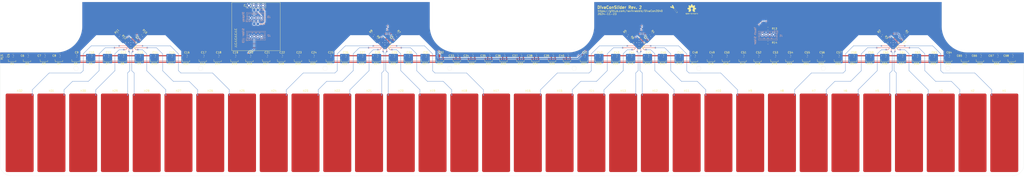
<source format=kicad_pcb>
(kicad_pcb (version 20240108) (generator "pcbnew") (generator_version "8.0")
  (title_block (title "DivaConSlider") (date "2024-11-23") (rev "2"))
  (layers (0 "F.Cu" signal) (31 "B.Cu" signal) (34 "B.Paste" user) (35 "F.Paste" user) (36 "B.SilkS" user "B.Silkscreen") (37 "F.SilkS" user "F.Silkscreen") (38 "B.Mask" user) (39 "F.Mask" user) (44 "Edge.Cuts" user))
  (net 0 "")
  (net 1 "GND")
  (net 2 "+3V3")
  (net 3 "Net-(U1-CS1)")
  (net 4 "Net-(U1-CS2)")
  (net 5 "Net-(U1-CS3)")
  (net 6 "Net-(U1-CS4)")
  (net 7 "Net-(U1-CS5)")
  (net 8 "Net-(U1-CS6)")
  (net 9 "Net-(U1-CS7)")
  (net 10 "Net-(U1-CS8)")
  (net 11 "Net-(U1-WAKE{slash}SPI_MOSI)")
  (net 12 "Net-(U1-RESET)")
  (net 13 "Net-(U1-ADDR_COMM)")
  (net 14 "Net-(U2-CS1)")
  (net 15 "Net-(U2-CS2)")
  (net 16 "Net-(U2-CS3)")
  (net 17 "Net-(U2-CS4)")
  (net 18 "Net-(U2-CS5)")
  (net 19 "Net-(U2-CS6)")
  (net 20 "Net-(U2-CS7)")
  (net 21 "Net-(U2-CS8)")
  (net 22 "Net-(U3-CS1)")
  (net 23 "Net-(U3-CS2)")
  (net 24 "Net-(U3-CS3)")
  (net 25 "Net-(U3-CS4)")
  (net 26 "Net-(U3-CS5)")
  (net 27 "Net-(U3-CS6)")
  (net 28 "Net-(U3-CS7)")
  (net 29 "Net-(U3-CS8)")
  (net 30 "Net-(U4-CS1)")
  (net 31 "Net-(U4-CS2)")
  (net 32 "Net-(U4-CS3)")
  (net 33 "Net-(U4-CS4)")
  (net 34 "Net-(U4-CS5)")
  (net 35 "Net-(U4-CS6)")
  (net 36 "Net-(U4-CS7)")
  (net 37 "Net-(U4-CS8)")
  (net 38 "Net-(U2-WAKE{slash}SPI_MOSI)")
  (net 39 "Net-(U2-RESET)")
  (net 40 "Net-(U2-ADDR_COMM)")
  (net 41 "Net-(U3-WAKE{slash}SPI_MOSI)")
  (net 42 "Net-(U3-RESET)")
  (net 43 "Net-(U3-ADDR_COMM)")
  (net 44 "Net-(U4-WAKE{slash}SPI_MOSI)")
  (net 45 "Net-(U4-RESET)")
  (net 46 "Net-(U4-ADDR_COMM)")
  (net 47 "Slider SCL")
  (net 48 "Slider SDA")
  (net 49 "+5V")
  (net 50 "Net-(D1-DOUT)")
  (net 51 "Net-(D1-DIN)")
  (net 52 "Net-(D2-DOUT)")
  (net 53 "Net-(D3-DOUT)")
  (net 54 "Net-(D4-DOUT)")
  (net 55 "Net-(D5-DOUT)")
  (net 56 "Net-(D6-DOUT)")
  (net 57 "Net-(D7-DOUT)")
  (net 58 "Net-(D8-DOUT)")
  (net 59 "Net-(D10-DIN)")
  (net 60 "Net-(D10-DOUT)")
  (net 61 "Net-(D11-DOUT)")
  (net 62 "Net-(D12-DOUT)")
  (net 63 "Net-(D13-DOUT)")
  (net 64 "Net-(D14-DOUT)")
  (net 65 "Net-(D15-DOUT)")
  (net 66 "Net-(D16-DOUT)")
  (net 67 "Net-(D17-DOUT)")
  (net 68 "Net-(D18-DOUT)")
  (net 69 "Net-(D19-DOUT)")
  (net 70 "Net-(D20-DOUT)")
  (net 71 "Net-(D21-DOUT)")
  (net 72 "Net-(D22-DOUT)")
  (net 73 "Net-(D23-DOUT)")
  (net 74 "Net-(D24-DOUT)")
  (net 75 "Net-(D25-DOUT)")
  (net 76 "Net-(D26-DOUT)")
  (net 77 "Net-(D27-DOUT)")
  (net 78 "Net-(D28-DOUT)")
  (net 79 "Net-(D29-DOUT)")
  (net 80 "Net-(D30-DOUT)")
  (net 81 "Net-(D31-DOUT)")
  (net 82 "Net-(D32-DOUT)")
  (net 83 "Net-(D33-DOUT)")
  (net 84 "Net-(D34-DOUT)")
  (net 85 "Net-(D35-DOUT)")
  (net 86 "Net-(D36-DOUT)")
  (net 87 "Net-(D37-DOUT)")
  (net 88 "Net-(D38-DOUT)")
  (net 89 "Net-(D39-DOUT)")
  (net 90 "Net-(D40-DOUT)")
  (net 91 "Net-(D41-DOUT)")
  (net 92 "Net-(D42-DOUT)")
  (net 93 "Net-(D43-DOUT)")
  (net 94 "Net-(D44-DOUT)")
  (net 95 "Net-(D45-DOUT)")
  (net 96 "Net-(D46-DOUT)")
  (net 97 "Net-(D47-DOUT)")
  (net 98 "Net-(D48-DOUT)")
  (net 99 "Net-(D49-DOUT)")
  (net 100 "Net-(D50-DOUT)")
  (net 101 "Net-(D51-DOUT)")
  (net 102 "Net-(D52-DOUT)")
  (net 103 "Net-(D53-DOUT)")
  (net 104 "Net-(D54-DOUT)")
  (net 105 "Net-(D55-DOUT)")
  (net 106 "Net-(D56-DOUT)")
  (net 107 "Net-(D57-DOUT)")
  (net 108 "Net-(D58-DOUT)")
  (net 109 "Net-(D59-DOUT)")
  (net 110 "Net-(D60-DOUT)")
  (net 111 "Net-(D61-DOUT)")
  (net 112 "Net-(D62-DOUT)")
  (net 113 "Net-(D63-DOUT)")
  (net 115 "Slider LED Data")
  (net 117 "Display SDA")
  (net 118 "Display SCL")
  (net 119 "+3V3_2")
  (footprint "DivaConSlider:LED_SK6812B_SIDE" (layer "F.Cu") (at 468.5 168.5)
    (property "Reference" "D53")
    (property "Value" "SK6812B_SIDE")
  )
  (footprint "Capacitor_SMD:C_0805_2012Metric_Pad1.18x1.45mm_HandSolder" (layer "F.Cu") (at 112.0375 166.75 180)
    (property "Reference" "C15")
    (property "Value" "0.1uF")
  )
  (footprint "Package_DFN_QFN:VQFN-24-1EP_4x4mm_P0.5mm_EP2.5x2.5mm" (layer "F.Cu") (at 498 159.75 -135)
    (property "Reference" "U1")
    (property "Value" "CAP1188")
  )
  (footprint "DivaConSlider:Touchpad_15mmx42mm" (layer "F.Cu") (at 132.5 209)
    (property "Reference" "H26")
    (property "Value" "Electrode 25")
  )
  (footprint "Resistor_SMD:R_0805_2012Metric_Pad1.20x1.40mm_HandSolder" (layer "F.Cu") (at 355.707107 155.042893 -135)
    (property "Reference" "R5")
    (property "Value" "10k")
  )
  (footprint "DivaConSlider:LED_SK6812B_SIDE" (layer "F.Cu") (at 187.5 168.5)
    (property "Reference" "D20")
    (property "Value" "SK6812B_SIDE")
  )
  (footprint "Capacitor_SMD:C_0805_2012Metric_Pad1.18x1.45mm_HandSolder" (layer "F.Cu") (at 545.0375 166.75 180)
    (property "Reference" "C66")
    (property "Value" "0.1uF")
  )
  (footprint "Capacitor_SMD:C_0805_2012Metric_Pad1.18x1.45mm_HandSolder" (layer "F.Cu") (at 392.0375 166.75 180)
    (property "Reference" "C48")
    (property "Value" "0.1uF")
  )
  (footprint "DivaConSlider:Touchpad_15mmx42mm" (layer "F.Cu") (at 183.5 209)
    (property "Reference" "H23")
    (property "Value" "Electrode 22")
  )
  (footprint "DivaConSlider:LED_SK6812B_SIDE" (layer "F.Cu") (at 153.5 168.5)
    (property "Reference" "D16")
    (property "Value" "SK6812B_SIDE")
  )
  (footprint "DivaConSlider:LED_SK6812B_SIDE" (layer "F.Cu") (at 204.5 168.5)
    (property "Reference" "D22")
    (property "Value" "SK6812B_SIDE")
  )
  (footprint "DivaConSlider:LED_SK6812B_SIDE" (layer "F.Cu") (at 391.5 168.5)
    (property "Reference" "D44")
    (property "Value" "SK6812B_SIDE")
  )
  (footprint "Resistor_SMD:R_0805_2012Metric_Pad1.20x1.40mm_HandSolder" (layer "F.Cu") (at 431 152.25)
    (property "Reference" "R13")
    (property "Value" "10k")
  )
  (footprint "DivaConSlider:LED_SK6812B_SIDE" (layer "F.Cu") (at 281.5 168.5)
    (property "Reference" "D31")
    (property "Value" "SK6812B_SIDE")
  )
  (footprint "DivaConSlider:Touchpad_15mmx42mm" (layer "F.Cu") (at 438.5 209)
    (property "Reference" "H8")
    (property "Value" "Electrode 7")
  )
  (footprint "Capacitor_SMD:C_0805_2012Metric_Pad1.18x1.45mm_HandSolder" (layer "F.Cu") (at 502.733623 158.016377 45)
    (property "Reference" "C1")
    (property "Value" "0.1uF")
  )
  (footprint "Capacitor_SMD:C_0805_2012Metric_Pad1.18x1.45mm_HandSolder" (layer "F.Cu") (at 367.0375 166.75 180)
    (property "Reference" "C45")
    (property "Value" "0.1uF")
  )
  (footprint "DivaConSlider:Touchpad_15mmx42mm" (layer "F.Cu") (at 47.5 209)
    (property "Reference" "H31")
    (property "Value" "Electrode 30")
  )
  (footprint "Capacitor_SMD:C_0805_2012Metric_Pad1.18x1.45mm_HandSolder" (layer "F.Cu") (at 137.0375 166.75 180)
    (property "Reference" "C18")
    (property "Value" "0.1uF")
  )
  (footprint "Package_DFN_QFN:VQFN-24-1EP_4x4mm_P0.5mm_EP2.5x2.5mm" (layer "F.Cu") (at 226 159.75 -135)
    (property "Reference" "U3")
    (property "Value" "CAP1188")
  )
  (footprint "Capacitor_SMD:C_0805_2012Metric_Pad1.18x1.45mm_HandSolder" (layer "F.Cu") (at 171.0375 166.75 180)
    (property "Reference" "C22")
    (property "Value" "0.1uF")
  )
  (footprint "Capacitor_SMD:C_0805_2012Metric_Pad1.18x1.45mm_HandSolder" (layer "F.Cu") (at 146.0375 166.75 180)
    (property "Reference" "C19")
    (property "Value" "0.1uF")
  )
  (footprint "DivaConSlider:Touchpad_15mmx42mm" (layer "F.Cu") (at 149.5 209)
    (property "Reference" "H25")
    (property "Value" "Electrode 24")
  )
  (footprint "DivaConSlider:LED_SK6812B_SIDE" (layer "F.Cu") (at 561.5 168.5)
    (property "Reference" "D64")
    (property "Value" "SK6812B_SIDE")
  )
  (footprint "Capacitor_SMD:C_0805_2012Metric_Pad1.18x1.45mm_HandSolder" (layer "F.Cu") (at 452.0375 166.75 180)
    (property "Reference" "C55")
    (property "Value" "0.1uF")
  )
  (footprint "Capacitor_SMD:C_0805_2012Metric_Pad1.18x1.45mm_HandSolder" (layer "F.Cu") (at 290.0375 166.75 180)
    (property "Reference" "C36")
    (property "Value" "0.1uF")
  )
  (footprint "DivaConSlider:LED_SK6812B_SIDE" (layer "F.Cu") (at 272.5 168.5)
    (property "Reference" "D30")
    (property "Value" "SK6812B_SIDE")
  )
  (footprint "Capacitor_SMD:C_0805_2012Metric_Pad1.18x1.45mm_HandSolder" (layer "F.Cu") (at 103.0375 166.75 180)
    (property "Reference" "C14")
    (property "Value" "0.1uF")
  )
  (footprint "Capacitor_SMD:C_0805_2012Metric_Pad1.18x1.45mm_HandSolder" (layer "F.Cu") (at 486.0375 166.75 180)
    (property "Reference" "C59")
    (property "Value" "0.1uF")
  )
  (footprint "DivaConSlider:LED_SK6812B_SIDE" (layer "F.Cu") (at 85.5 168.5)
    (property "Reference" "D8")
    (property "Value" "SK6812B_SIDE")
  )
  (footprint "DivaConSlider:LED_SK6812B_SIDE" (layer "F.Cu") (at 451.5 168.5)
    (property "Reference" "D51")
    (property "Value" "SK6812B_SIDE")
  )
  (footprint "DivaConSlider:LED_SK6812B_SIDE" (layer "F.Cu") (at 68.5 168.5)
    (property "Reference" "D6")
    (property "Value" "SK6812B_SIDE")
  )
  (footprint "Capacitor_SMD:C_0805_2012Metric_Pad1.18x1.45mm_HandSolder" (layer "F.Cu") (at 95.0375 166.75 180)
    (property "Reference" "C13")
    (property "Value" "0.1uF")
  )
  (footprint "DivaConSlider:Touchpad_15mmx42mm" (layer "F.Cu") (at 302.5 209)
    (property "Reference" "H16")
    (property "Value" "Electrode 15")
  )
  (footprint "DivaConSlider:Touchpad_15mmx42mm" (layer "F.Cu") (at 557.5 209)
    (property "Reference" "H1")
    (property "Value" "Electrode 0")
  )
  (footprint "DivaConSlider:LED_SK6812B_SIDE" (layer "F.Cu") (at 476.5 168.5)
    (property "Reference" "D54")
    (property "Value" "SK6812B_SIDE")
  )
  (footprint "Resistor_SMD:R_0805_2012Metric_Pad1.20x1.40mm_HandSolder" (layer "F.Cu") (at 357.292893 158.042893 135)
    (property "Reference" "R6")
    (property "Value" "120k")
  )
  (footprint "DivaConSlider:LED_SK6812B_SIDE" (layer "F.Cu") (at 136.5 168.5)
    (property "Reference" "D14")
    (property "Value" "SK6812B_SIDE")
  )
  (footprint "Resistor_SMD:R_0805_2012Metric_Pad1.20x1.40mm_HandSolder" (layer "F.Cu") (at 431 159.75)
    (property "Reference" "R14")
    (property "Value" "10k")
  )
  (footprint "DivaConSlider:Touchpad_15mmx42mm" (layer "F.Cu") (at 285.5 209)
    (property "Reference" "H17")
    (property "Value" "Electrode 16")
  )
  (footprint "Package_DFN_QFN:VQFN-24-1EP_4x4mm_P0.5mm_EP2.5x2.5mm" (layer "F.Cu") (at 362 159.75 -135)
    (property "Reference" "U2")
    (property "Value" "CAP1188")
  )
  (footprint "Capacitor_SMD:C_0805_2012Metric_Pad1.18x1.45mm_HandSolder" (layer "F.Cu") (at 418.0375 166.75 180)
    (property "Reference" "C51")
    (property "Value" "0.1uF")
  )
  (footprint "Capacitor_SMD:C_0805_2012Metric_Pad1.18x1.45mm_HandSolder" (layer "F.Cu") (at 384.0375 166.75 180)
    (property "Reference" "C47")
    (property "Value" "0.1uF")
  )
  (footprint "DivaConSlider:LED_SK6812B_SIDE" (layer "F.Cu") (at 400.5 168.5)
    (property "Reference" "D45")
    (property "Value" "SK6812B_SIDE")
  )
  (footprint "DivaConSlider:Touchpad_15mmx42mm" (layer "F.Cu") (at 98.5 209)
    (property "Reference" "H28")
    (property "Value" "Electrode 27")
  )
  (footprint "Capacitor_SMD:C_0805_2012Metric_Pad1.18x1.45mm_HandSolder" (layer "F.Cu") (at 44.0375 166.75 180)
    (property "Reference" "C7")
    (property "Value" "0.1uF")
  )
  (footprint "DivaConSlider:Touchpad_15mmx42mm" (layer "F.Cu") (at 217.5 209)
    (property "Reference" "H21")
    (property "Value" "Electrode 20")
  )
  (footprint "DivaConSlider:LED_SK6812B_SIDE" (layer "F.Cu") (at 425.5 168.5)
    (property "Reference" "D48")
    (property "Value" "SK6812B_SIDE")
  )
  (footprint "DivaConSlider:Touchpad_15mmx42mm" (layer "F.Cu") (at 336.5 209)
    (property "Reference" "H14")
    (property "Value" "Electrode 13")
  )
  (footprint "Resistor_SMD:R_0805_2012Metric_Pad1.20x1.40mm_HandSolder" (layer "F.Cu") (at 504.292893 155.042893 -45)
    (property "Reference" "R1")
    (property "Value" "10k")
  )
  (footprint "Capacitor_SMD:C_0805_2012Metric_Pad1.18x1.45mm_HandSolder" (layer "F.Cu") (at 154.0375 166.75 180)
    (property "Reference" "C20")
    (property "Value" "0.1uF")
  )
  (footprint "DivaConSlider:LED_SK6812B_SIDE" (layer "F.Cu") (at 340.5 168.5)
    (property "Reference" "D38")
    (property "Value" "SK6812B_SIDE")
  )
  (footprint "DivaConSlider:LED_SK6812B_SIDE" (layer "F.Cu") (at 247.5 168.5)
    (property "Reference" "D27")
    (property "Value" "SK6812B_SIDE")
  )
  (footprint "DivaConSlider:LED_SK6812B_SIDE" (layer "F.Cu") (at 510.5 168.5)
    (property "Reference" "D58")
    (property "Value" "SK6812B_SIDE")
  )
  (footprint "Capacitor_SMD:C_0805_2012Metric_Pad1.18x1.45mm_HandSolder" (layer "F.Cu") (at 180.0375 166.75 180)
    (property "Reference" "C23")
    (property "Value" "0.1uF")
  )
  (footprint "DivaConSlider:Touchpad_15mmx42mm" (layer "F.Cu") (at 540.5 209)
    (property "Reference" "H2")
    (property "Value" "Electrode 1")
  )
  (footprint "Resistor_SMD:R_0805_2012Metric_Pad1.20x1.40mm_HandSolder" (layer "F.Cu") (at 85.25 158 135)
    (property "Reference" "R12")
    (property "Value" "82k")
  )
  (footprint "DivaConSlider:LED_SK6812B_SIDE" (layer "F.Cu") (at 332.5 168.5)
    (property "Reference" "D37")
    (property "Value" "SK6812B_SIDE")
  )
  (footprint "DivaConSlider:LED_SK6812B_SIDE" (layer "F.Cu") (at 264.5 168.5)
    (property "Reference" "D29")
    (property "Value" "SK6812B_SIDE")
  )
  (footprint "Resistor_SMD:R_0805_2012Metric_Pad1.20x1.40mm_HandSolder" (layer "F.Cu") (at 232.292893 155.042893 -45)
    (property "Reference" "R7")
    (property "Value" "10k")
  )
  (footprint "DivaConSlider:LED_SK6812B_SIDE" (layer "F.Cu") (at 349.5 168.5)
    (property "Reference" "D39")
    (property "Value" "SK6812B_SIDE")
  )
  (footprint "Capacitor_SMD:C_0805_2012Metric_Pad1.18x1.45mm_HandSolder" (layer "F.Cu") (at 205.0375 166.75 180)
    (property "Reference" "C26")
    (property "Value" "0.1uF")
  )
  (footprint "Capacitor_SMD:C_0805_2012Metric_Pad1.18x1.45mm_HandSolder" (layer "F.Cu") (at 52.0375 166.75 180)
    (property "Reference" "C8")
    (property "Value" "0.1uF")
  )
  (footprint "Resistor_SMD:R_0805_2012Metric_Pad1.20x1.40mm_HandSolder" (layer "F.Cu") (at 96.292893 155.042893 -45)
    (property "Reference" "R10")
    (property "Value" "10k")
  )
  (footprint "Resistor_SMD:R_0805_2012Metric_Pad1.20x1.40mm_HandSolder" (layer "F.Cu") (at 493.292893 158.042893 135)
    (property "Reference" "R3")
    (property "Value" "150k")
  )
  (footprint "DivaConSlider:LED_SK6812B_SIDE" (layer "F.Cu") (at 374.5 168.5)
    (property "Reference" "D42")
    (property "Value" "SK6812B_SIDE")
  )
  (footprint "DivaConSlider:Touchpad_15mmx42mm" (layer "F.Cu") (at 30.5 209)
    (property "Reference" "H32")
    (property "Value" "Electrode 31")
  )
  (footprint "Capacitor_SMD:C_0805_2012Metric_Pad1.18x1.45mm_HandSolder" (layer "F.Cu") (at 350.0375 166.75 180)
    (property "Reference" "C43")
    (property "Value" "0.1uF")
  )
  (footprint "Capacitor_SMD:C_0805_2012Metric_Pad1.18x1.45mm_HandSolder" (layer "F.Cu") (at 94.75 158 45)
    (property "Reference" "C4")
    (property "Value" "0.1uF")
  )
  (footprint "DivaConSlider:LED_SK6812B_SIDE" (layer "F.Cu") (at 383.5 168.5)
    (property "Reference" "D43")
    (property "Value" "SK6812B_SIDE")
  )
  (footprint "DivaConSlider:Touchpad_15mmx42mm" (layer "F.Cu") (at 319.5 209)
    (property "Reference" "H15")
    (property "Value" "Electrode 14")
  )
  (footprint "DivaConSlider:LED_SK6812B_SIDE" (layer "F.Cu") (at 298.5 168.5)
    (property "Reference" "D33")
    (property "Value" "SK6812B_SIDE")
  )
  (footprint "Capacitor_SMD:C_0805_2012Metric_Pad1.18x1.45mm_HandSolder" (layer "F.Cu") (at 265.0375 166.75 180)
    (property "Reference" "C33")
    (property "Value" "0.1uF")
  )
  (footprint "DivaConSlider:LED_SK6812B_SIDE" (layer "F.Cu") (at 434.5 168.5)
    (property "Reference" "D49")
    (property "Value" "SK6812B_SIDE")
  )
  (footprint "DivaConSlider:LED_SK6812B_SIDE" (layer "F.Cu") (at 493.5 168.5)
    (property "Reference" "D56")
    (property "Value" "SK6812B_SIDE")
  )
  (footprint "Resistor_SMD:R_0805_2012Metric_Pad1.20x1.40mm_HandSolder" (layer "F.Cu") (at 368.292893 155.042893 -45)
    (property "Reference" "R4")
    (property "Value" "10k")
  )
  (footprint "DivaConSlider:LED_SK6812B_SIDE" (layer "F.Cu") (at 238.5 168.5)
    (property "Reference" "D26")
    (property "Value" "SK6812B_SIDE")
  )
  (footprint "Capacitor_SMD:C_0805_2012Metric_Pad1.18x1.45mm_HandSolder" (layer "F.Cu") (at 316.0375 166.75 180)
    (property "Reference" "C39")
    (property "Value" "0.1uF")
  )
  (footprint "CustomLogos:Leek-Logo_6.3mm_Silkscreen" (layer "F.Cu") (at 380.75 141.75)
    (property "Reference" "REF**" (hide yes))
    (property "Value" "LOGO" (hide yes))
  )
  (footprint "Capacitor_SMD:C_0805_2012Metric_Pad1.18x1.45mm_HandSolder" (layer "F.Cu") (at 366.733623 157.983623 45)
    (property "Reference" "C2")
    (property "Value" "0.1uF")
  )
  (footprint "DivaConSlider:LED_SK6812B_SIDE" (layer "F.Cu") (at 128.5 168.5)
    (property "Reference" "D13")
    (property "Value" "SK6812B_SIDE")
  )
  (footprint "Capacitor_SMD:C_0805_2012Metric_Pad1.18x1.45mm_HandSolder" (layer "F.Cu") (at 511.0375 166.75 180)
    (property "Reference" "C62")
    (property "Value" "0.1uF")
  )
  (footprint "DivaConSlider:LED_SK6812B_SIDE" (layer "F.Cu") (at 145.5 168.5)
    (property "Reference" "D15")
    (property "Value" "SK6812B_SIDE")
  )
  (footprint "Capacitor_SMD:C_0805_2012Metric_Pad1.18x1.45mm_HandSolder" (layer "F.Cu") (at 503.0375 166.75 180)
    (property "Reference" "C61")
    (property "Value" "0.1uF")
  )
  (footprint "Capacitor_SMD:C_0805_2012Metric_Pad1.18x1.45mm_HandSolder" (layer "F.Cu") (at 358.0375 166.75 180)
    (property "Reference" "C44")
    (property "Value" "0.1uF")
  )
  (footprint "DivaConSlider:LED_SK6812B_SIDE" (layer "F.Cu") (at 459.5 168.5)
    (property "Reference" "D52")
    (property "Value" "SK6812B_SIDE")
  )
  (footprint "Capacitor_SMD:C_0805_2012Metric_Pad1.18x1.45mm_HandSolder" (layer "F.Cu") (at 494.0375 166.75 180)
    (property "Reference" "C60")
    (property "Value" "0.1uF")
  )
  (footprint "Capacitor_SMD:C_0805_2012Metric_Pad1.18x1.45mm_HandSolder" (layer "F.Cu") (at 409.0375 166.75 180)
    (property "Reference" "C50")
    (property "Value" "0.1uF")
  )
  (footprint "Capacitor_SMD:C_0805_2012Metric_Pad1.18x1.45mm_HandSolder" (layer "F.Cu") (at 435.0375 166.75 180)
    (property "Reference" "C53")
    (property "Value" "0.1uF")
  )
  (footprint "Capacitor_SMD:C_0805_2012Metric_Pad1.18x1.45mm_HandSolder" (layer "F.Cu") (at 61.0375 166.75 180)
    (property "Reference" "C9")
    (property "Value" "0.1uF")
  )
  (footprint "DivaConSlider:LED_SK6812B_SIDE" (layer "F.Cu") (at 196.5 168.5)
    (property "Reference" "D21")
    (property "Value" "SK6812B_SIDE")
  )
  (footprint "DivaConSlider:LED_SK6812B_SIDE" (layer "F.Cu") (at 43.5 168.5)
    (property "Reference" "D3")
    (property "Value" "SK6812B_SIDE")
  )
  (footprint "Capacitor_SMD:C_0805_2012Metric_Pad1.18x1.45mm_HandSolder" (layer "F.Cu") (at 222.0375 166.75 180)
    (property "Reference" "C28")
    (property "Value" "0.1uF")
  )
  (footprint "DivaConSlider:LED_SK6812B_SIDE" (layer "F.Cu") (at 323.5 168.5)
    (property "Reference" "D36")
    (property "Value" "SK6812B_SIDE")
  )
  (footprint "Capacitor_SMD:C_0805_2012Metric_Pad1.18x1.45mm_HandSolder" (layer "F.Cu") (at 443.0375 166.75 180)
    (property "Reference" "C54")
    (property "Value" "0.1uF")
  )
  (footprint "DivaConSlider:Touchpad_15mmx42mm" (layer "F.Cu") (at 455.5 209)
    (property "Reference" "H7")
    (property "Value" "Electrode 6")
  )
  (footprint "DivaConSlider:LED_SK6812B_SIDE" (layer "F.Cu") (at 527.5 168.5)
    (property "Reference" "D60")
    (property "Value" "SK6812B_SIDE")
  )
  (footprint "Capacitor_SMD:C_0805_2012Metric_Pad1.18x1.45mm_HandSolder" (layer "F.Cu") (at 562.0375 166.75 180)
    (property "Reference" "C68")
    (property "Value" "0.1uF")
  )
  (footprint "DivaConSlider:Touchpad_15mmx42mm" (layer "F.Cu") (at 166.5 209)
    (property "Reference" "H24")
    (property "Value" "Electrode 23")
  )
  (footprint "DivaConSlider:Touchpad_15mmx42mm" (layer "F.Cu") (at 64.5 209)
    (property "Reference" "H30")
    (property "Value" "Electrode 29")
  )
  (footprint "DivaConSlider:LED_SK6812B_SIDE" (layer "F.Cu") (at 51.5 168.5)
    (property "Reference" "D4")
    (property "Value" "SK6812B_SIDE")
  )
  (footprint "DivaConSlider:LED_SK6812B_SIDE" (layer "F.Cu") (at 26.5 168.5)
    (property "Reference" "D1")
    (property "Value" "SK6812B_SIDE")
  )
  (footprint "DivaConSlider:LED_SK6812B_SIDE" (layer "F.Cu") (at 77.5 168.5)
    (property "Reference" "D7")
    (property "Value" "SK6812B_SIDE")
  )
  (footprint "Connector_PinHeader_2.54mm:PinHeader_1x04_P2.54mm_Vertical" (layer "F.Cu") (at 153.2 139.9 90)
    (property "Reference" "J4")
    (property "Value" "Display")
  )
  (footprint "DivaConSlider:LED_SK6812B_SIDE" (layer "F.Cu") (at 170.5 168.5)
    (property "Reference" "D18")
    (property "Value" "SK6812B_SIDE")
  )
  (footprint "DivaConSlider:LED_SK6812B_SIDE" (layer "F.Cu") (at 60.5 168.5)
    (property "Reference" "D5")
    (property "Value" "SK6812B_SIDE")
  )
  (footprint "DivaConSlider:Touchpad_15mmx42mm" (layer "F.Cu") (at 506.5 209)
    (property "Reference" "H4")
    (property "Value" "Electrode 3")
  )
  (footprint "DivaConSlider:LED_SK6812B_SIDE" (layer "F.Cu") (at 255.5 168.5)
    (property "Reference" "D28")
    (property "Value" "SK6812B_SIDE")
  )
  (footprint "Capacitor_SMD:C_0805_2012Metric_Pad1.18x1.45mm_HandSolder" (layer "F.Cu") (at 469.0375 166.75 180)
    (property "Reference" "C57")
    (property "Value" "0.1uF")
  )
  (footprint "Capacitor_SMD:C_0805_2012Metric_Pad1.18x1.45mm_HandSolder" (layer "F.Cu") (at 120.0375 166.75 180)
    (property "Reference" "C16")
    (property "Value" "0.1uF")
  )
  (footprint "Capacitor_SMD:C_0805_2012Metric_Pad1.18x1.45mm_HandSolder" (layer "F.Cu") (at 248.0375 166.75 180)
    (property "Reference" "C31")
    (property "Value" "0.1uF")
  )
  (footprint "Capacitor_SMD:C_0805_2012Metric_Pad1.18x1.45mm_HandSolder" (layer "F.Cu") (at 401.0375 166.75 180)
    (property "Reference" "C49")
    (property "Value" "0.1uF")
  )
  (footprint "DivaConSlider:LED_SK6812B_SIDE" (layer "F.Cu") (at 502.5 168.5)
    (property "Reference" "D57")
    (property "Value" "SK6812B_SIDE")
  )
  (footprint "Resistor_SMD:R_0805_2012Metric_Pad1.20x1.40mm_HandSolder" (layer "F.Cu") (at 221.292893 158.042893 135)
    (property "Reference" "R9")
    (property "Value" "100k")
  )
  (footprint "DivaConSlider:Touchpad_15mmx42mm" (layer "F.Cu") (at 353.5 209)
    (property "Reference" "H13")
    (property "Value" "Electrode 12")
  )
  (footprint "Resistor_SMD:R_0805_2012Metric_Pad1.20x1.40mm_HandSolder" (layer "F.Cu") (at 83.707107 155.042893 -135)
    (property "Reference" "R11")
    (property "Value" "10k")
  )
  (footprint "Resistor_SMD:R_0805_2012Metric_Pad1.20x1.40mm_HandSolder" (layer "F.Cu") (at 22.5 167.5 90)
    (property "Reference" "R15")
    (property "Value" "470")
  )
  (footprint "Capacitor_SMD:C_0805_2012Metric_Pad1.18x1.45mm_HandSolder" (layer "F.Cu") (at 239.0375 166.75 180)
    (property "Reference" "C30")
    (property "Value" "0.1uF")
  )
  (footprint "Resistor_SMD:R_0805_2012Metric_Pad1.20x1.40mm_HandSolder" (layer "F.Cu") (at 491.707107 155.042893 -135)
    (property "Reference" "R2")
    (property "Value" "10k")
  )
  (footprint "DivaConSlider:LED_SK6812B_SIDE" (layer "F.Cu") (at 102.5 168.5)
    (property "Reference" "D10")
    (property "Value" "SK6812B_SIDE")
  )
  (footprint "DivaConSlider:Touchpad_15mmx42mm" (layer "F.Cu") (at 81.5 209)
    (property "Reference" "H29")
    (property "Value" "Electrode 28")
  )
  (footprint "Capacitor_SMD:C_0805_2012Metric_Pad1.18x1.45mm_HandSolder" (layer "F.Cu") (at 333.0375 166.75 180)
    (property "Reference" "C41")
    (property "Value" "0.1uF")
  )
  (footprint "Capacitor_SMD:C_0805_2012Metric_Pad1.18x1.45mm_HandSolder" (layer "F.Cu") (at 282.0375 166.75 180)
    (property "Reference" "C35")
    (property "Value" "0.1uF")
  )
  (footprint "DivaConSlider:LED_SK6812B_SIDE" (layer "F.Cu") (at 306.5 168.5)
    (property "Reference" "D34")
    (property "Value" "SK6812B_SIDE")
  )
  (footprint "DivaConSlider:Touchpad_15mmx42mm" (layer "F.Cu") (at 489.5 209)
    (property "Reference" "H5")
    (property "Value" "Electrode 4")
  )
  (footprint "Capacitor_SMD:C_0805_2012Metric_Pad1.18x1.45mm_HandSolder" (layer "F.Cu") (at 341.0375 166.75 180)
    (property "Reference" "C42")
    (property "Value" "0.1uF")
  )
  (footprint "DivaConSlider:Touchpad_15mmx42mm" (layer "F.Cu") (at 387.5 209)
    (property "Reference" "H11")
    (property "Value" "Electrode 10")
  )
  (footprint "Capacitor_SMD:C_0805_2012Metric_Pad1.18x1.45mm_HandSolder" (layer "F.Cu") (at 554.0375 166.75 180)
    (property "Reference" "C67")
    (property "Value" "0.1uF")
  )
  (footprint "Capacitor_SMD:C_0805_2012Metric_Pad1.18x1.45mm_HandSolder" (layer "F.Cu") (at 230.733623 158.016377 45)
    (property "Reference" "C3")
    (property "Value" "0.1uF")
  )
  (footprint "Package_DFN_QFN:VQFN-24-1EP_4x4mm_P0.5mm_EP2.5x2.5mm" (layer "F.Cu") (at 90 159.75 -135)
    (property "Reference" "U4")
    (property "Value" "CAP1188")
  )
  (footprint "DivaConSlider:LED_SK6812B_SIDE" (layer "F.Cu") (at 544.5 168.5)
    (property "Reference" "D62")
    (property "Value" "SK6812B_SIDE")
  )
  (footprint "Capacitor_SMD:C_0805_2012Metric_Pad1.18x1.45mm_HandSolder" (layer "F.Cu") (at 163.0375 166.75 180)
    (property "Reference" "C21")
    (property "Value" "0.1uF")
  )
  (footprint "DivaConSlider:LED_SK6812B_SIDE" (layer "F.Cu") (at 417.5 168.5)
    (property "Reference" "D47")
    (property "Value" "SK6812B_SIDE")
  )
  (footprint "Capacitor_SMD:C_0805_2012Metric_Pad1.18x1.45mm_HandSolder" (layer "F.Cu") (at 188.0375 166.75 180)
    (property "Reference" "C24")
    (property "Value" "0.1uF")
  )
  (footprint "Capacitor_SMD:C_0805_2012Metric_Pad1.18x1.45mm_HandSolder" (layer "F.Cu") (at 537.0375 166.75 180)
    (property "Reference" "C65")
    (property "Value" "0.1uF")
  )
  (footprint "DivaConSlider:LED_SK6812B_SIDE" (layer "F.Cu") (at 162.5 168.5)
    (property "Reference" "D17")
    (property "Value" "SK6812B_SIDE")
  )
  (footprint "Capacitor_SMD:C_0805_2012Metric_Pad1.18x1.45mm_HandSolder" (layer "F.Cu") (at 477.0375 166.75 180)
    (property "Reference" "C58")
    (property "Value" "0.1uF")
  )
  (footprint "DivaConSlider:LED_SK6812B_SIDE" (layer "F.Cu") (at 213.5 168.5)
    (property "Reference" "D23")
    (property "Value" "SK6812B_SIDE")
  )
  (footprint "DivaConSlider:LED_SK6812B_SIDE" (layer "F.Cu") (at 119.5 168.5)
    (property "Reference" "D12")
    (property "Value" "SK6812B_SIDE")
  )
  (footprint "DivaConSlider:Touchpad_15mmx42mm" (layer "F.Cu") (at 523.5 209)
    (property "Reference" "H3")
    (property "Value" "Electrode 2")
  )
  (footprint "Symbol:OSHW-Logo2_7.3x6mm_SilkScreen" (layer "F.Cu") (at 390.25 142)
    (property "Reference" "REF**" (hide yes))
    (property "Value" "OSHW-Logo2_7.3x6mm_SilkScreen" (hide yes))
  )
  (footprint "DivaConSlider:Touchpad_15mmx42mm" (layer "F.Cu") (at 234.5 209)
    (property "Reference" "H20")
    (property "Value" "Electrode 19")
  )
  (footprint "DivaConSlider:LED_SK6812B_SIDE" (layer "F.Cu") (at 553.325 168.5)
    (property "Reference" "D63")
    (property "Value" "SK6812B_SIDE")
  )
  (footprint "Capacitor_SMD:C_0805_2012Metric_Pad1.18x1.45mm_HandSolder" (layer "F.Cu") (at 324.0375 166.75 180)
    (property "Reference" "C40")
    (property "Value" "0.1uF")
  )
  (footprint "Capacitor_SMD:C_0805_2012Metric_Pad1.18x1.45mm_HandSolder" (layer "F.Cu") (at 86.0375 166.75 180)
    (property "Reference" "C12")
    (property "Value" "0.1uF")
  )
  (footprint "DivaConSlider:Touchpad_15mmx42mm" (layer "F.Cu") (at 200.5 209)
    (property "Reference" "H22")
    (property "Value" "Electrode 21")
  )
  (footprint "DivaConSlider:LED_SK6812B_SIDE" (layer "F.Cu") (at 442.5 168.5)
    (property "Reference" "D50")
    (property "Value" "SK6812B_SIDE")
  )
  (footprint "Capacitor_SMD:C_0805_2012Metric_Pad1.18x1.45mm_HandSolder" (layer "F.Cu") (at 69.0375 166.75 180)
    (property "Reference" "C10")
    (property "Value" "0.1uF")
  )
  (footprint "DivaConSlider:LED_SK6812B_SIDE" (layer "F.Cu") (at 366.5 168.5)
    (property "Reference" "D41")
    (property "Value" "SK6812B_SIDE")
  )
  (footprint "Capacitor_SMD:C_0805_2012Metric_Pad1.18x1.45mm_HandSolder" (layer "F.Cu") (at 307.0375 166.75 180)
    (property "Reference" "C38")
    (property "Value" "0.1uF")
  )
  (footprint "DivaConSlider:Touchpad_15mmx42mm" (layer "F.Cu") (at 115.5 209)
    (property "Reference" "H27")
    (property "Value" "Electrode 26")
  )
  (footprint "Capacitor_SMD:C_0805_2012Metric_Pad1.18x1.45mm_HandSolder" (layer "F.Cu") (at 129.0375 166.75 180)
    (property "Reference" "C17")
    (property "Value" "0.1uF")
  )
  (footprint "Capacitor_SMD:C_0805_2012Metric_Pad1.18x1.45mm_HandSolder" (layer "F.Cu") (at 78.0375 166.75 180)
    (property "Reference" "C11")
    (property "Value" "0.1uF")
  )
  (footprint "Capacitor_SMD:C_0805_2012Metric_Pad1.18x1.45mm_HandSolder" (layer "F.Cu") (at 375.0375 166.75 180)
    (property "Reference" "C46")
    (property "Value" "0.1uF")
  )
  (footprint "DivaConSlider:LED_SK6812B_SIDE" (layer "F.Cu") (at 230.5 168.5)
    (property "Reference" "D25")
    (property "Value" "SK6812B_SIDE")
  )
  (footprint "DivaConSlider:Touchpad_15mmx42mm" (layer "F.Cu") (at 472.5 209)
    (property "Reference" "H6")
    (property "Value" "Electrode 5")
  )
  (footprint "DivaConSlider:LED_SK6812B_SIDE" (layer "F.Cu") (at 34.5 168.5)
    (property "Reference" "D2")
    (property "Value" "SK6812B_SIDE")
  )
  (footprint "Capacitor_SMD:C_0805_2012Metric_Pad1.18x1.45mm_HandSolder" (layer "F.Cu") (at 273.0375 166.75 180)
    (property "Reference" "C34")
    (property "Value" "0.1uF")
  )
  (footprint "DivaConSlider:Touchpad_15mmx42mm" (layer "F.Cu") (at 268.5 209)
    (property "Reference" "H18")
    (property "Value" "Electrode 17")
  )
  (footprint "DivaConSlider:Touchpad_15mmx42mm" (layer "F.Cu") (at 370.5 209)
    (property "Reference" "H12")
    (property "Value" "Electrode 11")
  )
  (footprint "Capacitor_SMD:C_0805_2012Metric_Pad1.18x1.45mm_HandSolder" (layer "F.Cu") (at 460.0375 166.75 180)
    (property "Reference" "C56")
    (property "Value" "0.1uF")
  )
  (footprint "DivaConSlider:LED_SK6812B_SIDE" (layer "F.Cu") (at 357.5 168.5)
    (property "Reference" "D40")
    (property "Value" "SK6812B_SIDE")
  )
  (footprint "DivaConSlider:LED_SK6812B_SIDE" (layer "F.Cu") (at 408.5 168.5)
    (property "Reference" "D46")
    (property "Value" "SK6812B_SIDE")
  )
  (footprint "Capacitor_SMD:C_0805_2012Metric_Pad1.18x1.45mm_HandSolder" (layer "F.Cu") (at 256.0375 166.75 180)
    (property "Reference" "C32")
    (property "Value" "0.1uF")
  )
  (footprint "DivaConSlider:LED_SK6812B_SIDE" (layer "F.Cu") (at 111.5 168.5)
    (property "Reference" "D11")
    (property "Value" "SK6812B_SIDE")
  )
  (footprint "DivaConSlider:LED_SK6812B_SIDE" (layer "F.Cu") (at 315.5 168.5)
    (property "Reference" "D35")
    (property "Value" "SK6812B_SIDE")
  )
  (footprint "DivaConSlider:LED_SK6812B_SIDE" (layer "F.Cu") (at 94.5 168.5)
    (property "Reference" "D9")
    (property "Value" "SK6812B_SIDE")
  )
  (footprint "DivaConSlider:Touchpad_15mmx42mm" (layer "F.Cu") (at 421.5 209)
    (property "Reference" "H9")
    (property "Value" "Electrode 8")
  )
  (footprint "Capacitor_SMD:C_0805_2012Metric_Pad1.18x1.45mm_HandSolder" (layer "F.Cu") (at 299.0375 166.75 180)
    (property "Reference" "C37")
    (property "Value" "0.1uF")
  )
  (footprint "DivaConSlider:LED_SK6812B_SIDE" (layer "F.Cu") (at 179.5 168.5)
    (property "Reference" "D19")
    (property "Value" "SK6812B_SIDE")
  )
  (footprint "Resistor_SMD:R_0805_2012Metric_Pad1.20x1.40mm_HandSolder" (layer "F.Cu") (at 219.707107 155.042893 -135)
    (property "Reference" "R8")
    (property "Value" "10k")
  )
  (footprint "Capacitor_SMD:C_0805_2012Metric_Pad1.18x1.45mm_HandSolder" (layer "F.Cu") (at 214.0375 166.75 180)
    (property "Reference" "C27")
    (property "Value" "0.1uF")
  )
  (footprint "Capacitor_SMD:C_0805_2012Metric_Pad1.18x1.45mm_HandSolder" (layer "F.Cu") (at 426.0375 166.75 180)
    (property "Reference" "C52")
    (property "Value" "0.1uF")
  )
  (footprint "DivaConSlider:LED_SK6812B_SIDE" (layer "F.Cu") (at 536.5 168.5)
    (property "Reference" "D61")
    (property "Value" "SK6812B_SIDE")
  )
  (footprint "DivaConSlider:LED_SK6812B_SIDE" (layer "F.Cu") (at 221.5 168.5)
    (property "Reference" "D24")
    (property "Value" "SK6812B_SIDE")
  )
  (footprint "Capacitor_SMD:C_0805_2012Metric_Pad1.18x1.45mm_HandSolder" (layer "F.Cu") (at 231.0375 166.75 180)
    (property "Reference" "C29")
    (property "Value" "0.1uF")
  )
  (footprint "DivaConSlider:LED_SK6812B_SIDE" (layer "F.Cu") (at 519.5 168.5)
    (property "Reference" "D59")
    (property "Value" "SK6812B_SIDE")
  )
  (footprint "DivaConSlider:LED_SK6812B_SIDE" (layer "F.Cu") (at 289.5 168.5)
    (property "Reference" "D32")
    (property "Value" "SK6812B_SIDE")
  )
  (footprint "Capacitor_SMD:C_0805_2012Metric_Pad1.18x1.45mm_HandSolder" (layer "F.Cu") (at 27.0375 166.75 180)
    (property "Reference" "C5")
    (property "Value" "0.1uF")
  )
  (footprint "Capacitor_SMD:C_0805_2012Metric_Pad1.18x1.45mm_HandSolder" (layer "F.Cu") (at 197.0375 166.75 180)
    (property "Reference" "C25")
    (property "Value" "0.1uF")
  )
  (footprint "DivaConSlider:Touchpad_15mmx42mm" (layer "F.Cu") (at 251.5 209)
    (property "Reference" "H19")
    (property "Value" "Electrode 18")
  )
  (footprint "Capacitor_SMD:C_0805_2012Metric_Pad1.18x1.45mm_HandSolder" (layer "F.Cu") (at 520.0375 166.75 180)
    (property "Reference" "C63")
    (property "Value" "0.1uF")
  )
  (footprint "DivaConSlider:LED_SK6812B_SIDE" (layer "F.Cu") (at 485.5 168.5)
    (property "Reference" "D55")
    (property "Value" "SK6812B_SIDE")
  )
  (footprint "Capacitor_SMD:C_0805_2012Metric_Pad1.18x1.45mm_HandSolder" (layer "F.Cu") (at 528.0375 166.75 180)
    (property "Reference" "C64")
    (property "Value" "0.1uF")
  )
  (footprint "Capacitor_SMD:C_0805_2012Metric_Pad1.18x1.45mm_HandSolder" (layer "F.Cu") (at 35.0375 166.75 180)
    (property "Reference" "C6")
    (property "Value" "0.1uF")
  )
  (footprint "DivaConSlider:Touchpad_15mmx42mm" (layer "F.Cu") (at 404.5 209)
    (property "Reference" "H10")
    (property "Value" "Electrode 9")
  )
  (footprint "Connector_JST:JST_PH_B4B-PH-K_1x04_P2.00mm_Vertical" (layer "B.Cu") (at 154 146.55)
    (property "Reference" "J3")
    (property "Value" "Display I2C")
  )
  (footprint "Connector_JST:JST_PH_B4B-PH-K_1x04_P2.00mm_Vertical" (layer "B.Cu") (at 434 155.45 180)
    (property "Reference" "J1")
    (property "Value" "Slider I2C")
  )
  (footprint "Resistor_SMD:R_0805_2012Metric_Pad1.20x1.40mm_HandSolder" (layer "B.Cu") (at 157 142.25 180)
    (property "Reference" "R17")
    (property "Value" "10k")
  )
  (footprint "Connector_JST:JST_PH_B4B-PH-K_1x04_P2.00mm_Vertical" (layer "B.Cu") (at 154 156.55)
    (property "Reference" "J2")
    (property "Value" "Slider LED")
  )
  (footprint "Resistor_SMD:R_0805_2012Metric_Pad1.20x1.40mm_HandSolder" (layer "B.Cu") (at 157 149.75 180)
    (property "Reference" "R16")
    (property "Value" "10k")
  )
  (gr_rect (start 144 138.25) (end 170 164) (stroke (width 0.15)) (fill none) (layer "F.SilkS"))
  (gr_circle (center 460.6495 173.5) (end 461.8495 173.5) (stroke (width 0.05)) (fill none) (layer "Edge.Cuts"))
  (gr_line (start 568 225) (end 568 170) (stroke (width 0.05)) (layer "Edge.Cuts"))
  (gr_line (start 25.999999 231) (end 562 231) (stroke (width 0.05)) (layer "Edge.Cuts"))
  (gr_line (start 20 170) (end 20 225.000001) (stroke (width 0.05)) (layer "Edge.Cuts"))
  (gr_circle (center 327.3215 173.5) (end 328.5215 173.5) (stroke (width 0.05)) (fill none) (layer "Edge.Cuts"))
  (gr_line (start 338 138) (end 338 151) (stroke (width 0.05)) (layer "Edge.Cuts"))
  (gr_circle (center 127.3295 173.5) (end 128.5295 173.5) (stroke (width 0.05)) (fill none) (layer "Edge.Cuts"))
  (gr_line (start 64 138) (end 250 138) (stroke (width 0.05)) (layer "Edge.Cuts"))
  (gr_circle (center 60.6655 173.5) (end 61.8655 173.5) (stroke (width 0.05)) (fill none) (layer "Edge.Cuts"))
  (gr_arc (start 568 225) (mid 566.242641 229.242641) (end 562 231) (stroke (width 0.05)) (layer "Edge.Cuts"))
  (gr_circle (center 260.6575 173.5) (end 261.8575 173.5) (stroke (width 0.05)) (fill none) (layer "Edge.Cuts"))
  (gr_line (start 20 170) (end 20 165) (stroke (width 0.05)) (layer "Edge.Cuts"))
  (gr_line (start 64 151) (end 64 138) (stroke (width 0.05)) (layer "Edge.Cuts"))
  (gr_arc (start 64 151) (mid 59.899495 160.899495) (end 50 165) (stroke (width 0.05)) (layer "Edge.Cuts"))
  (gr_line (start 524 151) (end 524 138) (stroke (width 0.05)) (layer "Edge.Cuts"))
  (gr_circle (center 527.3135 173.5) (end 528.5135 173.5) (stroke (width 0.05)) (fill none) (layer "Edge.Cuts"))
  (gr_line (start 250 151) (end 250 138) (stroke (width 0.05)) (layer "Edge.Cuts"))
  (gr_circle (center 193.9935 173.5) (end 195.1935 173.5) (stroke (width 0.05)) (fill none) (layer "Edge.Cuts"))
  (gr_line (start 338 138) (end 524 138) (stroke (width 0.05)) (layer "Edge.Cuts"))
  (gr_arc (start 538 165) (mid 528.100505 160.899495) (end 524 151) (stroke (width 0.05)) (layer "Edge.Cuts"))
  (gr_arc (start 25.999999 231) (mid 21.757359 229.242641) (end 20 225.000001) (stroke (width 0.05)) (layer "Edge.Cuts"))
  (gr_arc (start 264 165) (mid 254.100505 160.899495) (end 250 151) (stroke (width 0.05)) (layer "Edge.Cuts"))
  (gr_line (start 294 165) (end 264 165) (stroke (width 0.05)) (layer "Edge.Cuts"))
  (gr_line (start 294 165) (end 324 165) (stroke (width 0.05)) (layer "Edge.Cuts"))
  (gr_arc (start 338 151) (mid 333.899495 160.899495) (end 324 165) (stroke (width 0.05)) (layer "Edge.Cuts"))
  (gr_line (start 568 165) (end 538 165) (stroke (width 0.05)) (layer "Edge.Cuts"))
  (gr_line (start 20 165) (end 50 165) (stroke (width 0.05)) (layer "Edge.Cuts"))
  (gr_circle (center 393.9855 173.5) (end 395.1855 173.5) (stroke (width 0.05)) (fill none) (layer "Edge.Cuts"))
  (gr_line (start 568 165) (end 568 170) (stroke (width 0.05)) (layer "Edge.Cuts"))
  (gr_text "Display" (at 150.75 143.25 90) (layer "B.SilkS") (effects (font (size 1 1)) (justify left bottom mirror)))
  (gr_text "Slider LED" (at 150.75 152 90) (layer "B.SilkS") (effects (font (size 1 1)) (justify left bottom mirror)))
  (gr_text "Touch Slider" (at 424.75 151.25 90) (layer "B.SilkS") (effects (font (size 1 1)) (justify left bottom mirror)))
  (gr_text "https://github.com/ravinrabbid/DivaCon2040\n${ISSUE_DATE}" (at 339.75 145 0) (layer "F.SilkS") (effects (font (size 1 1)) (justify left bottom)))
  (gr_text "${TITLE} Rev. ${REVISION}" (at 339.5 141.75 0) (layer "F.SilkS") (effects (font (size 1.5 1.5) (thickness 0.3) (bold yes)) (justify left bottom)))
  (gr_text "JLCJLCJLCJLC" (at 146.75 162.5 90) (layer "F.SilkS") (effects (font (size 1 1)) (justify left bottom)))
  (segment (start 360.75 159.75) (end 360.232233 159.75) (width 0.1524) (layer "F.Cu") (net 1))
  (segment (start 198.075 166.75) (end 197.25 166.75) (width 0.508) (layer "F.Cu") (net 1))
  (segment (start 359.075 166.75) (end 364.75 166.75) (width 0.508) (layer "F.Cu") (net 1))
  (segment (start 368.075 168.5) (end 368.075 166.75) (width 0.508) (layer "F.Cu") (net 1))
  (segment (start 362.839689 157.849651) (end 362 158.68934) (width 0.1524) (layer "F.Cu") (net 1))
  (segment (start 461.075 168.5) (end 461.075 166.75) (width 0.508) (layer "F.Cu") (net 1))
  (segment (start 495.075 166.75) (end 500.75 166.75) (width 0.508) (layer "F.Cu") (net 1))
  (segment (start 172.075 168.5) (end 172.075 166.75) (width 0.508) (layer "F.Cu") (net 1))
  (segment (start 362 159.396447) (end 362 159.75) (width 0.1524) (layer "F.Cu") (net 1))
  (segment (start 89.5 159.75) (end 89.25 159.75) (width 0.1524) (layer "F.Cu") (net 1))
  (segment (start 359.075 166.75) (end 358.25 166.75) (width 0.508) (layer "F.Cu") (net 1))
  (segment (start 249.075 166.75) (end 248.25 166.75) (width 0.508) (layer "F.Cu") (net 1))
  (segment (start 274.075 168.5) (end 274.075 166.75) (width 0.508) (layer "F.Cu") (net 1))
  (segment (start 393.075 168.5) (end 393.075 166.75) (width 0.508) (layer "F.Cu") (net 1))
  (segment (start 362 158.5) (end 362 158.68934) (width 0.1524) (layer "F.Cu") (net 1))
  (segment (start 266.075 168.5) (end 266.075 166.75) (width 0.508) (layer "F.Cu") (net 1))
  (segment (start 283.075 166.75) (end 282.25 166.75) (width 0.508) (layer "F.Cu") (net 1))
  (segment (start 498 158.5) (end 498 158.68934) (width 0.1524) (layer "F.Cu") (net 1))
  (segment (start 364.216851 159.263864) (end 364.253903 159.263864) (width 0.1524) (layer "F.Cu") (net 1))
  (segment (start 266.075 166.75) (end 265.25 166.75) (width 0.508) (layer "F.Cu") (net 1))
  (segment (start 227.25 159.75) (end 226 159.75) (width 0.1524) (layer "F.Cu") (net 1))
  (segment (start 334.075 166.75) (end 338.75 166.75) (width 0.508) (layer "F.Cu") (net 1))
  (segment (start 478.075 166.75) (end 483.75 166.75) (width 0.508) (layer "F.Cu") (net 1))
  (segment (start 89.25 159.75) (end 88.93934 159.75) (width 0.1524) (layer "F.Cu") (net 1))
  (segment (start 495.746097 159.263864) (end 496.232233 159.75) (width 0.1524) (layer "F.Cu") (net 1))
  (segment (start 498 159.396447) (end 498 159.75) (width 0.1524) (layer "F.Cu") (net 1))
  (segment (start 79.075 166.75) (end 78.25 166.75) (width 0.508) (layer "F.Cu") (net 1))
  (segment (start 62.075 166.75) (end 66.75 166.75) (width 0.508) (layer "F.Cu") (net 1))
  (segment (start 470.075 166.75) (end 469.25 166.75) (width 0.508) (layer "F.Cu") (net 1))
  (segment (start 497.160311 157.849651) (end 498 158.68934) (width 0.1524) (layer "F.Cu") (net 1))
  (segment (start 96.075 166.75) (end 95.25 166.75) (width 0.508) (layer "F.Cu") (net 1))
  (segment (start 427.075 166.75) (end 426.25 166.75) (width 0.508) (layer "F.Cu") (net 1))
  (segment (start 172.075 166.75) (end 171.25 166.75) (width 0.508) (layer "F.Cu") (net 1))
  (segment (start 385.075 166.75) (end 384.25 166.75) (width 0.508) (layer "F.Cu") (net 1))
  (segment (start 70.075 168.5) (end 70.075 166.75) (width 0.508) (layer "F.Cu") (net 1))
  (segment (start 88.75 159.75) (end 88.232233 159.75) (width 0.1524) (layer "F.Cu") (net 1))
  (segment (start 444.075 166.75) (end 443.25 166.75) (width 0.508) (layer "F.Cu") (net 1))
  (segment (start 223.746097 160.236136) (end 224.232233 159.75) (width 0.1524) (layer "F.Cu") (net 1))
  (segment (start 225.5 159.75) (end 225.25 159.75) (width 0.1524) (layer "F.Cu") (net 1))
  (segment (start 28.075 166.75) (end 27.25 166.75) (width 0.508) (layer "F.Cu") (net 1))
  (segment (start 291.075 166.75) (end 290.25 166.75) (width 0.508) (layer "F.Cu") (net 1))
  (segment (start 497.513864 157.496097) (end 498 157.982233) (width 0.1524) (layer "F.Cu") (net 1))
  (segment (start 376.075 168.5) (end 376.075 166.75) (width 0.508) (layer "F.Cu") (net 1))
  (segment (start 363.730715 159.75) (end 364.216851 159.263864) (width 0.1524) (layer "F.Cu") (net 1))
  (segment (start 342.075 168.5) (end 342.075 166.75) (width 0.508) (layer "F.Cu") (net 1))
  (segment (start 181.075 168.5) (end 181.075 166.75) (width 0.508) (layer "F.Cu") (net 1))
  (segment (start 215.075 168.5) (end 215.075 166.75) (width 0.508) (layer "F.Cu") (net 1))
  (segment (start 497.5 159.75) (end 497.25 159.75) (width 0.1524) (layer "F.Cu") (net 1))
  (segment (start 496.806757 158.203204) (end 498 159.396447) (width 0.1524) (layer "F.Cu") (net 1))
  (segment (start 226 158.5) (end 226 158.68934) (width 0.1524) (layer "F.Cu") (net 1))
  (segment (start 461.075 166.75) (end 460.25 166.75) (width 0.508) (layer "F.Cu") (net 1))
  (segment (start 223.746097 159.263864) (end 224.232233 159.75) (width 0.1524) (layer "F.Cu") (net 1))
  (segment (start 317.075 168.5) (end 317.075 166.75) (width 0.508) (layer "F.Cu") (net 1))
  (segment (start 361.160311 157.849651) (end 362 158.68934) (width 0.1524) (layer "F.Cu") (net 1))
  (segment (start 361.513864 157.496097) (end 362 157.982233) (width 0.1524) (layer "F.Cu") (net 1))
  (segment (start 88.93934 159.75) (end 88.099651 158.910311) (width 0.1524) (layer "F.Cu") (net 1))
  (segment (start 342.075 166.75) (end 341.25 166.75) (width 0.508) (layer "F.Cu") (net 1))
  (segment (start 206.075 168.5) (end 206.075 166.75) (width 0.508) (layer "F.Cu") (net 1))
  (segment (start 274.075 166.75) (end 273.25 166.75) (width 0.508) (layer "F.Cu") (net 1))
  (segment (start 113.075 166.75) (end 117.75 166.75) (width 0.508) (layer "F.Cu") (net 1))
  (segment (start 504.075 166.75) (end 503.25 166.75) (width 0.508) (layer "F.Cu") (net 1))
  (segment (start 53.075 166.75) (end 52.25 166.75) (width 0.508) (layer "F.Cu") (net 1))
  (segment (start 521.075 166.75) (end 525.75 166.75) (width 0.508) (layer "F.Cu") (net 1))
  (segment (start 36.075 168.5) (end 36.075 166.75) (width 0.508) (layer "F.Cu") (net 1))
  (segment (start 453.075 168.5) (end 453.075 166.75) (width 0.508) (layer "F.Cu") (net 1))
  (segment (start 45.075 166.75) (end 44.25 166.75) (width 0.508) (layer "F.Cu") (net 1))
  (segment (start 121.075 168.5) (end 121.075 166.75) (width 0.508) (layer "F.Cu") (net 1))
  (segment (start 62.075 168.5) (end 62.075 166.75) (width 0.508) (layer "F.Cu") (net 1))
  (segment (start 491 155.75) (end 491.75 156.5) (width 0.508) (layer "F.Cu") (net 1))
  (segment (start 436.075 166.75) (end 435.25 166.75) (width 0.508) (layer "F.Cu") (net 1))
  (segment (start 225.160311 157.849651) (end 226 158.68934) (width 0.1524) (layer "F.Cu") (net 1))
  (segment (start 147.075 168.5) (end 147.075 166.75) (width 0.508) (layer "F.Cu") (net 1))
  (segment (start 359.075 168.5) (end 359.075 166.75) (width 0.508) (layer "F.Cu") (net 1))
  (segment (start 546.075 168.5) (end 546.075 166.75) (width 0.508) (layer "F.Cu") (net 1))
  (segment (start 351.075 166.75) (end 355.75 166.75) (width 0.508) (layer "F.Cu") (net 1))
  (segment (start 240.075 166.75) (end 239.25 166.75) (width 0.508) (layer "F.Cu") (net 1))
  (segment (start 130.075 168.5) (end 130.075 166.75) (width 0.508) (layer "F.Cu") (net 1))
  (segment (start 89.5 159.75) (end 90 159.75) (width 0.1524) (layer "F.Cu") (net 1))
  (segment (start 90 159.396447) (end 90 159.75) (width 0.1524) (layer "F.Cu") (net 1))
  (segment (start 498 157.982233) (end 498 159.75) (width 0.1524) (layer "F.Cu") (net 1))
  (segment (start 363.25 159.75) (end 363.730715 159.75) (width 0.1524) (layer "F.Cu") (net 1))
  (segment (start 369 155.75) (end 368.25 156.5) (width 0.508) (layer "F.Cu") (net 1))
  (segment (start 497.25 159.75) (end 496.93934 159.75) (width 0.1524) (layer "F.Cu") (net 1))
  (segment (start 104.075 166.75) (end 103.25 166.75) (width 0.508) (layer "F.Cu") (net 1))
  (segment (start 198.075 166.75) (end 202.75 166.75) (width 0.508) (layer "F.Cu") (net 1))
  (segment (start 291.075 168.5) (end 291.075 166.75) (width 0.508) (layer "F.Cu") (net 1))
  (segment (start 155.075 168.5) (end 155.075 166.75) (width 0.508) (layer "F.Cu") (net 1))
  (segment (start 87.075 166.75) (end 86.25 166.75) (width 0.508) (layer "F.Cu") (net 1))
  (segment (start 113.075 168.5) (end 113.075 166.75) (width 0.508) (layer "F.Cu") (net 1))
  (segment (start 325.075 166.75) (end 324.25 166.75) (width 0.508) (layer "F.Cu") (net 1))
  (segment (start 224.75 159.75) (end 224.232233 159.75) (width 0.1524) (layer "F.Cu") (net 1))
  (segment (start 361.5 159.603553) (end 360.453204 158.556757) (width 0.1524) (layer "F.Cu") (net 1))
  (segment (start 257.075 166.75) (end 256.25 166.75) (width 0.508) (layer "F.Cu") (net 1))
  (segment (start 470.075 168.5) (end 470.075 166.75) (width 0.508) (layer "F.Cu") (net 1))
  (segment (start 96.25 156.5) (end 95.483623 157.266377) (width 0.508) (layer "F.Cu") (net 1))
  (segment (start 90 158.5) (end 90 159.75) (width 0.1524) (layer "F.Cu") (net 1))
  (segment (start 300.075 166.75) (end 299.25 166.75) (width 0.508) (layer "F.Cu") (net 1))
  (segment (start 225.25 159.75) (end 224.93934 159.75) (width 0.1524) (layer "F.Cu") (net 1))
  (segment (start 70.075 166.75) (end 75.75 166.75) (width 0.508) (layer "F.Cu") (net 1))
  (segment (start 300.075 168.5) (end 300.075 166.75) (width 0.508) (layer "F.Cu") (net 1))
  (segment (start 224.806757 158.203204) (end 226 159.396447) (width 0.1524) (layer "F.Cu") (net 1))
  (segment (start 89.160311 157.849651) (end 90 158.68934) (width 0.1524) (layer "F.Cu") (net 1))
  (segment (start 104.075 168.5) (end 104.075 166.75) (width 0.508) (layer "F.Cu") (net 1))
  (segment (start 70.075 166.75) (end 69.25 166.75) (width 0.508) (layer "F.Cu") (net 1))
  (segment (start 87.075 166.75) (end 92.75 166.75) (width 0.508) (layer "F.Cu") (net 1))
  (segment (start 529.075 168.5) (end 529.075 166.75) (width 0.508) (layer "F.Cu") (net 1))
  (segment (start 361.5 159.75) (end 361.25 159.75) (width 0.1524) (layer "F.Cu") (net 1))
  (segment (start 546.075 166.75) (end 545.25 166.75) (width 0.508) (layer "F.Cu") (net 1))
  (segment (start 87.746097 160.236136) (end 88.232233 159.75) (width 0.1524) (layer "F.Cu") (net 1))
  (segment (start 385.075 168.5) (end 385.075 166.75) (width 0.508) (layer "F.Cu") (net 1))
  (segment (start 361.25 159.75) (end 360.93934 159.75) (width 0.1524) (layer "F.Cu") (net 1))
  (segment (start 499.730715 159.75) (end 500.216851 159.263864) (width 0.1524) (layer "F.Cu") (net 1))
  (segment (start 53.075 168.5) (end 53.075 166.75) (width 0.508) (layer "F.Cu") (net 1))
  (segment (start 362 158.5) (end 362 159.75) (width 0.1524) (layer "F.Cu") (net 1))
  (segment (start 224.93934 159.75) (end 224.099651 158.910311) (width 0.1524) (layer "F.Cu") (net 1))
  (segment (start 232.075 166.75) (end 231.25 166.75) (width 0.508) (layer "F.Cu") (net 1))
  (segment (start 512.075 166.75) (end 511.25 166.75) (width 0.508) (layer "F.Cu") (net 1))
  (segment (start 563.075 168.5) (end 563.075 166.75) (width 0.508) (layer "F.Cu") (net 1))
  (segment (start 164.075 168.5) (end 164.075 166.75) (width 0.508) (layer "F.Cu") (net 1))
  (segment (start 512.075 166.75) (end 517.75 166.75) (width 0.508) (layer "F.Cu") (net 1))
  (segment (start 283.075 168.5) (end 283.075 166.75) (width 0.508) (layer "F.Cu") (net 1))
  (segment (start 453.075 166.75) (end 452.25 166.75) (width 0.508) (layer "F.Cu") (net 1))
  (segment (start 90 158.5) (end 90 158.68934) (width 0.1524) (layer "F.Cu") (net 1))
  (segment (start 226.486136 157.496097) (end 226 157.982233) (width 0.1524) (layer "F.Cu") (net 1))
  (segment (start 147.075 166.75) (end 146.25 166.75) (width 0.508) (layer "F.Cu") (net 1))
  (segment (start 504.075 166.75) (end 508.75 166.75) (width 0.508) (layer "F.Cu") (net 1))
  (segment (start 226 157.982233) (end 226 159.75) (width 0.1524) (layer "F.Cu") (net 1))
  (segment (start 45.075 168.5) (end 45.075 166.75) (width 0.508) (layer "F.Cu") (net 1))
  (segment (start 427.075 168.5) (end 427.075 166.75) (width 0.508) (layer "F.Cu") (net 1))
  (segment (start 361.5 159.75) (end 361.5 159.603553) (width 0.1524) (layer "F.Cu") (net 1))
  (segment (start 215.075 166.75) (end 214.25 166.75) (width 0.508) (layer "F.Cu") (net 1))
  (segment (start 223.075 166.75) (end 222.25 166.75) (width 0.508) (layer "F.Cu") (net 1))
  (segment (start 342.075 166.75) (end 347.75 166.75) (width 0.508) (layer "F.Cu") (net 1))
  (segment (start 206.075 166.75) (end 211.75 166.75) (width 0.508) (layer "F.Cu") (net 1))
  (segment (start 478.075 166.75) (end 477.25 166.75) (width 0.508) (layer "F.Cu") (net 1))
  (segment (start 215.075 166.75) (end 219.75 166.75) (width 0.508) (layer "F.Cu") (net 1))
  (segment (start 79.075 168.5) (end 79.075 166.75) (width 0.508) (layer "F.Cu") (net 1))
  (segment (start 88.806757 158.203204) (end 90 159.396447) (width 0.1524) (layer "F.Cu") (net 1))
  (segment (start 497.5 159.75) (end 497.5 159.603553) (width 0.1524) (layer "F.Cu") (net 1))
  (segment (start 91.25 159.75) (end 91.730715 159.75) (width 0.1524) (layer "F.Cu") (net 1))
  (segment (start 219 155.75) (end 219.75 156.5) (width 0.508) (layer "F.Cu") (net 1))
  (segment (start 504.25 156.5) (end 503.483623 157.266377) (width 0.508) (layer "F.Cu") (net 1))
  (segment (start 351.075 168.5) (end 351.075 166.75) (width 0.508) (layer "F.Cu") (net 1))
  (segment (start 487.075 166.75) (end 486.25 166.75) (width 0.508) (layer "F.Cu") (net 1))
  (segment (start 164.075 166.75) (end 163.25 166.75) (width 0.508) (layer "F.Cu") (net 1))
  (segment (start 410.075 166.75) (end 409.25 166.75) (width 0.508) (layer "F.Cu") (net 1))
  (segment (start 96.075 166.75) (end 100.75 166.75) (width 0.508) (layer "F.Cu") (net 1))
  (segment (start 91.25 159.75) (end 90 159.75) (width 0.1524) (layer "F.Cu") (net 1))
  (segment (start 87.746097 159.263864) (end 88.232233 159.75) (width 0.1524) (layer "F.Cu") (net 1))
  (segment (start 496.93934 159.75) (end 496.099651 158.910311) (width 0.1524) (layer "F.Cu") (net 1))
  (segment (start 90.839689 157.849651) (end 90 158.68934) (width 0.1524) (layer "F.Cu") (net 1))
  (segment (start 497.5 159.75) (end 498 159.75) (width 0.1524) (layer "F.Cu") (net 1))
  (segment (start 89.513864 157.496097) (end 90 157.982233) (width 0.1524) (layer "F.Cu") (net 1))
  (segment (start 496.75 159.75) (end 496.232233 159.75) (width 0.1524) (layer "F.Cu") (net 1))
  (segment (start 89.5 159.75) (end 89.5 159.603553) (width 0.1524) (layer "F.Cu") (net 1))
  (segment (start 498.486136 157.496097) (end 498 157.982233) (width 0.1524) (layer "F.Cu") (net 1))
  (segment (start 487.075 166.75) (end 491.75 166.75) (width 0.508) (layer "F.Cu") (net 1))
  (segment (start 198.075 168.5) (end 198.075 166.75) (width 0.508) (layer "F.Cu") (net 1))
  (segment (start 249.075 168.5) (end 249.075 166.75) (width 0.508) (layer "F.Cu") (net 1))
  (segment (start 529.075 166.75) (end 528.25 166.75) (width 0.508) (layer "F.Cu") (net 1))
  (segment (start 478.075 168.5) (end 478.075 166.75) (width 0.508) (layer "F.Cu") (net 1))
  (segment (start 351.075 166.75) (end 350.25 166.75) (width 0.508) (layer "F.Cu") (net 1))
  (segment (start 155.075 166.75) (end 154.25 166.75) (width 0.508) (layer "F.Cu") (net 1))
  (segment (start 130.075 166.75) (end 129.25 166.75) (width 0.508) (layer "F.Cu") (net 1))
  (segment (start 355 155.75) (end 355.75 156.5) (width 0.508) (layer "F.Cu") (net 1))
  (segment (start 121.075 166.75) (end 120.25 166.75) (width 0.508) (layer "F.Cu") (net 1))
  (segment (start 402.075 168.5) (end 402.075 166.75) (width 0.508) (layer "F.Cu") (net 1))
  (segment (start 79.075 166.75) (end 83.75 166.75) (width 0.508) (layer "F.Cu") (net 1))
  (segment (start 410.075 168.5) (end 410.075 166.75) (width 0.508) (layer "F.Cu") (net 1))
  (segment (start 555.075 168.5) (end 555.075 166.75) (width 0.508) (layer "F.Cu") (net 1))
  (segment (start 88.75 159.75) (end 89.25 159.75) (width 0.1524) (layer "F.Cu") (net 1))
  (segment (start 504.075 168.5) (end 504.075 166.75) (width 0.508) (layer "F.Cu") (net 1))
  (segment (start 181.075 166.75) (end 180.25 166.75) (width 0.508) (layer "F.Cu") (net 1))
  (segment (start 355.75 156.5) (end 356.542893 157.292893) (width 0.508) (layer "F.Cu") (net 1))
  (segment (start 555.075 166.75) (end 554.25 166.75) (width 0.508) (layer "F.Cu") (net 1))
  (segment (start 189.075 168.5) (end 189.075 166.75) (width 0.508) (layer "F.Cu") (net 1))
  (segment (start 225.5 159.75) (end 226 159.75) (width 0.1524) (layer "F.Cu") (net 1))
  (segment (start 363.25 159.75) (end 362 159.75) (width 0.1524) (layer "F.Cu") (net 1))
  (segment (start 308.075 166.75) (end 307.25 166.75) (width 0.508) (layer "F.Cu") (net 1))
  (segment (start 226.839689 157.849651) (end 226 158.68934) (width 0.1524) (layer "F.Cu") (net 1))
  (segment (start 499.25 159.75) (end 499.730715 159.75) (width 0.1524) (layer "F.Cu") (net 1))
  (segment (start 360.93934 159.75) (end 360.099651 158.910311) (width 0.1524) (layer "F.Cu") (net 1))
  (segment (start 538.075 168.5) (end 538.075 166.75) (width 0.508) (layer "F.Cu") (net 1))
  (segment (start 226 159.396447) (end 226 159.75) (width 0.1524) (layer "F.Cu") (net 1))
  (segment (start 224.75 159.75) (end 225.25 159.75) (width 0.1524) (layer "F.Cu") (net 1))
  (segment (start 563.075 166.75) (end 562.25 166.75) (width 0.508) (layer "F.Cu") (net 1))
  (segment (start 83.75 156.5) (end 84.542893 157.292893) (width 0.508) (layer "F.Cu") (net 1))
  (segment (start 496.75 159.75) (end 497.25 159.75) (width 0.1524) (layer "F.Cu") (net 1))
  (segment (start 470.075 166.75) (end 474.75 166.75) (width 0.508) (layer "F.Cu") (net 1))
  (segment (start 225.513864 157.496097) (end 226 157.982233) (width 0.1524) (layer "F.Cu") (net 1))
  (segment (start 219.75 156.5) (end 220.542893 157.292893) (width 0.508) (layer "F.Cu") (net 1))
  (segment (start 495.075 168.5) (end 495.075 166.75) (width 0.508) (layer "F.Cu") (net 1))
  (segment (start 334.075 168.5) (end 334.075 166.75) (width 0.508) (layer "F.Cu") (net 1))
  (segment (start 521.075 168.5) (end 521.075 166.75) (width 0.508) (layer "F.Cu") (net 1))
  (segment (start 223.075 168.5) (end 223.075 166.75) (width 0.508) (layer "F.Cu") (net 1))
  (segment (start 521.075 166.75) (end 520.25 166.75) (width 0.508) (layer "F.Cu") (net 1))
  (segment (start 360.806757 158.203204) (end 362 159.396447) (width 0.1524) (layer "F.Cu") (net 1))
  (segment (start 362.486136 157.496097) (end 362 157.982233) (width 0.1524) (layer "F.Cu") (net 1))
  (segment (start 393.075 166.75) (end 392.25 166.75) (width 0.508) (layer "F.Cu") (net 1))
  (segment (start 223.075 166.75) (end 228.75 166.75) (width 0.508) (layer "F.Cu") (net 1))
  (segment (start 87.075 168.5) (end 87.075 166.75) (width 0.508) (layer "F.Cu") (net 1))
  (segment (start 361.5 159.75) (end 362 159.75) (width 0.1524) (layer "F.Cu") (net 1))
  (segment (start 436.075 168.5) (end 436.075 166.75) (width 0.508) (layer "F.Cu") (net 1))
  (segment (start 232.075 168.5) (end 232.075 166.75) (width 0.508) (layer "F.Cu") (net 1))
  (segment (start 189.075 166.75) (end 188.25 166.75) (width 0.508) (layer "F.Cu") (net 1))
  (segment (start 89.5 159.603553) (end 88.453204 158.556757) (width 0.1524) (layer "F.Cu") (net 1))
  (segment (start 91.730715 159.75) (end 92.216851 159.263864) (width 0.1524) (layer "F.Cu") (net 1))
  (segment (start 444.075 168.5) (end 444.075 166.75) (width 0.508) (layer "F.Cu") (net 1))
  (segment (start 138.075 168.5) (end 138.075 166.75) (width 0.508) (layer "F.Cu") (net 1))
  (segment (start 227.25 159.75) (end 227.730715 159.75) (width 0.1524) (layer "F.Cu") (net 1))
  (segment (start 226 158.5) (end 226 159.75) (width 0.1524) (layer "F.Cu") (net 1))
  (segment (start 232.25 156.5) (end 231.483623 157.266377) (width 0.508) (layer "F.Cu") (net 1))
  (segment (start 499.25 159.75) (end 498 159.75) (width 0.1524) (layer "F.Cu") (net 1))
  (segment (start 419.075 168.5) (end 419.075 166.75) (width 0.508) (layer "F.Cu") (net 1))
  (segment (start 495.746097 160.236136) (end 496.232233 159.75) (width 0.1524) (layer "F.Cu") (net 1))
  (segment (start 368.075 166.75) (end 372.75 166.75) (width 0.508) (layer "F.Cu") (net 1))
  (segment (start 497.5 159.603553) (end 496.453204 158.556757) (width 0.1524) (layer "F.Cu") (net 1))
  (segment (start 376.075 166.75) (end 381.75 166.75) (width 0.508) (layer "F.Cu") (net 1))
  (segment (start 368.25 156.5) (end 367.483623 157.266377) (width 0.508) (layer "F.Cu") (net 1))
  (segment (start 240.075 166.75) (end 245.75 166.75) (width 0.508) (layer "F.Cu") (net 1))
  (segment (start 498.839689 157.849651) (end 498 158.68934) (width 0.1524) (layer "F.Cu") (net 1))
  (segment (start 385.075 166.75) (end 389.75 166.75) (width 0.508) (layer "F.Cu") (net 1))
  (segment (start 317.075 166.75) (end 316.25 166.75) (width 0.508) (layer "F.Cu") (net 1))
  (segment (start 359.746097 160.236136) (end 360.232233 159.75) (width 0.1524) (layer "F.Cu") (net 1))
  (segment (start 28.075 168.5) (end 28.075 166.75) (width 0.508) (layer "F.Cu") (net 1))
  (segment (start 376.075 166.75) (end 375.25 166.75) (width 0.508) (layer "F.Cu") (net 1))
  (segment (start 225.5 159.603553) (end 224.453204 158.556757) (width 0.1524) (layer "F.Cu") (net 1))
  (segment (start 487.075 168.5) (end 487.075 166.75) (width 0.508) (layer "F.Cu") (net 1))
  (segment (start 257.075 168.5) (end 257.075 166.75) (width 0.508) (layer "F.Cu") (net 1))
  (segment (start 538.075 166.75) (end 537.25 166.75) (width 0.508) (layer "F.Cu") (net 1))
  (segment (start 227.730715 159.75) (end 228.216851 159.263864) (width 0.1524) (layer "F.Cu") (net 1))
  (segment (start 138.075 166.75) (end 137.25 166.75) (width 0.508) (layer "F.Cu") (net 1))
  (segment (start 359.746097 159.263864) (end 360.232233 159.75) (width 0.1524) (layer "F.Cu") (net 1))
  (segment (start 498 158.5) (end 498 159.75) (width 0.1524) (layer "F.Cu") (net 1))
  (segment (start 495.075 166.75) (end 494.25 166.75) (width 0.508) (layer "F.Cu") (net 1))
  (segment (start 240.075 168.5) (end 240.075 166.75) (width 0.508) (layer "F.Cu") (net 1))
  (segment (start 325.075 168.5) (end 325.075 166.75) (width 0.508) (layer "F.Cu") (net 1))
  (segment (start 360.75 159.75) (end 361.25 159.75) (width 0.1524) (layer "F.Cu") (net 1))
  (segment (start 419.075 166.75) (end 418.25 166.75) (width 0.508) (layer "F.Cu") (net 1))
  (segment (start 491.75 156.5) (end 492.542893 157.292893) (width 0.508) (layer "F.Cu") (net 1))
  (segment (start 96.075 168.5) (end 96.075 166.75) (width 0.508) (layer "F.Cu") (net 1))
  (segment (start 206.075 166.75) (end 205.25 166.75) (width 0.508) (layer "F.Cu") (net 1))
  (segment (start 62.075 166.75) (end 61.25 166.75) (width 0.508) (layer "F.Cu") (net 1))
  (segment (start 233 155.75) (end 232.25 156.5) (width 0.508) (layer "F.Cu") (net 1))
  (segment (start 505 155.75) (end 504.25 156.5) (width 0.508) (layer "F.Cu") (net 1))
  (segment (start 362 157.982233) (end 362 159.75) (width 0.1524) (layer "F.Cu") (net 1))
  (segment (start 228.216851 159.263864) (end 228.253903 159.263864) (width 0.1524) (layer "F.Cu") (net 1))
  (segment (start 334.075 166.75) (end 333.25 166.75) (width 0.508) (layer "F.Cu") (net 1))
  (segment (start 104.075 166.75) (end 109.75 166.75) (width 0.508) (layer "F.Cu") (net 1))
  (segment (start 225.5 159.75) (end 225.5 159.603553) (width 0.1524) (layer "F.Cu") (net 1))
  (segment (start 36.075 166.75) (end 35.25 166.75) (width 0.508) (layer "F.Cu") (net 1))
  (segment (start 97 155.75) (end 96.25 156.5) (width 0.508) (layer "F.Cu") (net 1))
  (segment (start 113.075 166.75) (end 112.25 166.75) (width 0.508) (layer "F.Cu") (net 1))
  (segment (start 512.075 168.5) (end 512.075 166.75) (width 0.508) (layer "F.Cu") (net 1))
  (segment (start 249.075 166.75) (end 253.75 166.75) (width 0.508) (layer "F.Cu") (net 1))
  (segment (start 232.075 166.75) (end 236.75 166.75) (width 0.508) (layer "F.Cu") (net 1))
  (segment (start 92.216851 159.263864) (end 92.253903 159.263864) (width 0.1524) (layer "F.Cu") (net 1))
  (segment (start 402.075 166.75) (end 401.25 166.75) (width 0.508) (layer "F.Cu") (net 1))
  (segment (start 83 155.75) (end 83.75 156.5) (width 0.508) (layer "F.Cu") (net 1))
  (segment (start 368.075 166.75) (end 367.25 166.75) (width 0.508) (layer "F.Cu") (net 1))
  (segment (start 90.486136 157.496097) (end 90 157.982233) (width 0.1524) (layer "F.Cu") (net 1))
  (segment (start 500.216851 159.263864) (end 500.253903 159.263864) (width 0.1524) (layer "F.Cu") (net 1))
  (segment (start 308.075 168.5) (end 308.075 166.75) (width 0.508) (layer "F.Cu") (net 1))
  (segment (start 90 157.982233) (end 90 159.75) (width 0.1524) (layer "F.Cu") (net 1))
  (via (at 44.25 166.75) (size 0.6604) (drill 0.3302) (layers "F.Cu" "B.Cu") (net 1))
  (via (at 360.75 159.75) (size 0.6604) (drill 0.3302) (layers "F.Cu" "B.Cu") (net 1))
  (via (at 205.25 166.75) (size 0.6604) (drill 0.3302) (layers "F.Cu" "B.Cu") (net 1))
  (via (at 226 161) (size 0.6604) (drill 0.3302) (layers "F.Cu" "B.Cu") (net 1))
  (via (at 35.25 166.75) (size 0.6604) (drill 0.3302) (layers "F.Cu" "B.Cu") (net 1))
  (via (at 537.25 166.75) (size 0.6604) (drill 0.3302) (layers "F.Cu" "B.Cu") (net 1))
  (via (at 219.75 156.5) (size 0.6604) (drill 0.3302) (layers "F.Cu" "B.Cu") (net 1))
  (via (at 236.75 166.75) (size 0.6604) (drill 0.3302) (layers "F.Cu" "B.Cu") (net 1))
  (via (at 180.25 166.75) (size 0.6604) (drill 0.3302) (layers "F.Cu" "B.Cu") (net 1))
  (via (at 290.25 166.75) (size 0.6604) (drill 0.3302) (layers "F.Cu" "B.Cu") (net 1))
  (via (at 226 158.5) (size 0.6604) (drill 0.3302) (layers "F.Cu" "B.Cu") (net 1))
  (via (at 211.75 166.75) (size 0.6604) (drill 0.3302) (layers "F.Cu" "B.Cu") (net 1))
  (via (at 486.25 166.75) (size 0.6604) (drill 0.3302) (layers "F.Cu" "B.Cu") (net 1))
  (via (at 100.75 166.75) (size 0.6604) (drill 0.3302) (layers "F.Cu" "B.Cu") (net 1))
  (via (at 129.25 166.75) (size 0.6604) (drill 0.3302) (layers "F.Cu" "B.Cu") (net 1))
  (via (at 368.25 156.5) (size 0.6604) (drill 0.3302) (layers "F.Cu" "B.Cu") (net 1))
  (via (at 61.25 166.75) (size 0.6604) (drill 0.3302) (layers "F.Cu" "B.Cu") (net 1))
  (via (at 154.25 166.75) (size 0.6604) (drill 0.3302) (layers "F.Cu" "B.Cu") (net 1))
  (via (at 498 158.5) (size 0.6604) (drill 0.3302) (layers "F.Cu" "B.Cu") (net 1))
  (via (at 86.25 166.75) (size 0.6604) (drill 0.3302) (layers "F.Cu" "B.Cu") (net 1))
  (via (at 120.25 166.75) (size 0.6604) (drill 0.3302) (layers "F.Cu" "B.Cu") (net 1))
  (via (at 338.75 166.75) (size 0.6604) (drill 0.3302) (layers "F.Cu" "B.Cu") (net 1))
  (via (at 299.25 166.75) (size 0.6604) (drill 0.3302) (layers "F.Cu" "B.Cu") (net 1))
  (via (at 188.25 166.75) (size 0.6604) (drill 0.3302) (layers "F.Cu" "B.Cu") (net 1))
  (via (at 375.25 166.75) (size 0.6604) (drill 0.3302) (layers "F.Cu" "B.Cu") (net 1))
  (via (at 117.75 166.75) (size 0.6604) (drill 0.3302) (layers "F.Cu" "B.Cu") (net 1))
  (via (at 66.75 166.75) (size 0.6604) (drill 0.3302) (layers "F.Cu" "B.Cu") (net 1))
  (via (at 491.75 166.75) (size 0.6604) (drill 0.3302) (layers "F.Cu" "B.Cu") (net 1))
  (via (at 355.75 166.75) (size 0.6604) (drill 0.3302) (layers "F.Cu" "B.Cu") (net 1))
  (via (at 435.25 166.75) (size 0.6604) (drill 0.3302) (layers "F.Cu" "B.Cu") (net 1))
  (via (at 228.75 166.75) (size 0.6604) (drill 0.3302) (layers "F.Cu" "B.Cu") (net 1))
  (via (at 504.25 156.5) (size 0.6604) (drill 0.3302) (layers "F.Cu" "B.Cu") (net 1))
  (via (at 347.75 166.75) (size 0.6604) (drill 0.3302) (layers "F.Cu" "B.Cu") (net 1))
  (via (at 137.25 166.75) (size 0.6604) (drill 0.3302) (layers "F.Cu" "B.Cu") (net 1))
  (via (at 491.75 156.5) (size 0.6604) (drill 0.3302) (layers "F.Cu" "B.Cu") (net 1))
  (via (at 95.25 166.75) (size 0.6604) (drill 0.3302) (layers "F.Cu" "B.Cu") (net 1))
  (via (at 511.25 166.75) (size 0.6604) (drill 0.3302) (layers "F.Cu" "B.Cu") (net 1))
  (via (at 333.25 166.75) (size 0.6604) (drill 0.3302) (layers "F.Cu" "B.Cu") (net 1))
  (via (at 517.75 166.75) (size 0.6604) (drill 0.3302) (layers "F.Cu" "B.Cu") (net 1))
  (via (at 90 159.75) (size 0.6604) (drill 0.3302) (layers "F.Cu" "B.Cu") (net 1))
  (via (at 358.25 166.75) (size 0.6604) (drill 0.3302) (layers "F.Cu" "B.Cu") (net 1))
  (via (at 75.75 166.75) (size 0.6604) (drill 0.3302) (layers "F.Cu" "B.Cu") (net 1))
  (via (at 474.75 166.75) (size 0.6604) (drill 0.3302) (layers "F.Cu" "B.Cu") (net 1))
  (via (at 341.25 166.75) (size 0.6604) (drill 0.3302) (layers "F.Cu" "B.Cu") (net 1))
  (via (at 494.25 166.75) (size 0.6604) (drill 0.3302) (layers "F.Cu" "B.Cu") (net 1))
  (via (at 231.25 166.75) (size 0.6604) (drill 0.3302) (layers "F.Cu" "B.Cu") (net 1))
  (via (at 496.75 159.75) (size 0.6604) (drill 0.3302) (layers "F.Cu" "B.Cu") (net 1))
  (via (at 498 161) (size 0.6604) (drill 0.3302) (layers "F.Cu" "B.Cu") (net 1))
  (via (at 367.25 166.75) (size 0.6604) (drill 0.3302) (layers "F.Cu" "B.Cu") (net 1))
  (via (at 90 158.5) (size 0.6604) (drill 0.3302) (layers "F.Cu" "B.Cu") (net 1))
  (via (at 364.75 166.75) (size 0.6604) (drill 0.3302) (layers "F.Cu" "B.Cu") (net 1))
  (via (at 418.25 166.75) (size 0.6604) (drill 0.3302) (layers "F.Cu" "B.Cu") (net 1))
  (via (at 256.25 166.75) (size 0.6604) (drill 0.3302) (layers "F.Cu" "B.Cu") (net 1))
  (via (at 96.25 156.5) (size 0.6604) (drill 0.3302) (layers "F.Cu" "B.Cu") (net 1))
  (via (at 508.75 166.75) (size 0.6604) (drill 0.3302) (layers "F.Cu" "B.Cu") (net 1))
  (via (at 355.75 156.5) (size 0.6604) (drill 0.3302) (layers "F.Cu" "B.Cu") (net 1))
  (via (at 389.75 166.75) (size 0.6604) (drill 0.3302) (layers "F.Cu" "B.Cu") (net 1))
  (via (at 78.25 166.75) (size 0.6604) (drill 0.3302) (layers "F.Cu" "B.Cu") (net 1))
  (via (at 265.25 166.75) (size 0.6604) (drill 0.3302) (layers "F.Cu" "B.Cu") (net 1))
  (via (at 392.25 166.75) (size 0.6604) (drill 0.3302) (layers "F.Cu" "B.Cu") (net 1))
  (via (at 362 161) (size 0.6604) (drill 0.3302) (layers "F.Cu" "B.Cu") (net 1))
  (via (at 499.25 159.75) (size 0.6604) (drill 0.3302) (layers "F.Cu" "B.Cu") (net 1))
  (via (at 307.25 166.75) (size 0.6604) (drill 0.3302) (layers "F.Cu" "B.Cu") (net 1))
  (via (at 273.25 166.75) (size 0.6604) (drill 0.3302) (layers "F.Cu" "B.Cu") (net 1))
  (via (at 197.25 166.75) (size 0.6604) (drill 0.3302) (layers "F.Cu" "B.Cu") (net 1))
  (via (at 350.25 166.75) (size 0.6604) (drill 0.3302) (layers "F.Cu" "B.Cu") (net 1))
  (via (at 69.25 166.75) (size 0.6604) (drill 0.3302) (layers "F.Cu" "B.Cu") (net 1))
  (via (at 83.75 156.5) (size 0.6604) (drill 0.3302) (layers "F.Cu" "B.Cu") (net 1))
  (via (at 222.25 166.75) (size 0.6604) (drill 0.3302) (layers "F.Cu" "B.Cu") (net 1))
  (via (at 224.75 159.75) (size 0.6604) (drill 0.3302) (layers "F.Cu" "B.Cu") (net 1))
  (via (at 27.25 166.75) (size 0.6604) (drill 0.3302) (layers "F.Cu" "B.Cu") (net 1))
  (via (at 109.75 166.75) (size 0.6604) (drill 0.3302) (layers "F.Cu" "B.Cu") (net 1))
  (via (at 426.25 166.75) (size 0.6604) (drill 0.3302) (layers "F.Cu" "B.Cu") (net 1))
  (via (at 525.75 166.75) (size 0.6604) (drill 0.3302) (layers "F.Cu" "B.Cu") (net 1))
  (via (at 239.25 166.75) (size 0.6604) (drill 0.3302) (layers "F.Cu" "B.Cu") (net 1))
  (via (at 443.25 166.75) (size 0.6604) (drill 0.3302) (layers "F.Cu" "B.Cu") (net 1))
  (via (at 253.75 166.75) (size 0.6604) (drill 0.3302) (layers "F.Cu" "B.Cu") (net 1))
  (via (at 226 159.75) (size 0.6604) (drill 0.3302) (layers "F.Cu" "B.Cu") (net 1))
  (via (at 363.25 159.75) (size 0.6604) (drill 0.3302) (layers "F.Cu" "B.Cu") (net 1))
  (via (at 562.25 166.75) (size 0.6604) (drill 0.3302) (layers "F.Cu" "B.Cu") (net 1))
  (via (at 232.25 156.5) (size 0.6604) (drill 0.3302) (layers "F.Cu" "B.Cu") (net 1))
  (via (at 146.25 166.75) (size 0.6604) (drill 0.3302) (layers "F.Cu" "B.Cu") (net 1))
  (via (at 112.25 166.75) (size 0.6604) (drill 0.3302) (layers "F.Cu" "B.Cu") (net 1))
  (via (at 91.25 159.75) (size 0.6604) (drill 0.3302) (layers "F.Cu" "B.Cu") (net 1))
  (via (at 214.25 166.75) (size 0.6604) (drill 0.3302) (layers "F.Cu" "B.Cu") (net 1))
  (via (at 52.25 166.75) (size 0.6604) (drill 0.3302) (layers "F.Cu" "B.Cu") (net 1))
  (via (at 503.25 166.75) (size 0.6604) (drill 0.3302) (layers "F.Cu" "B.Cu") (net 1))
  (via (at 483.75 166.75) (size 0.6604) (drill 0.3302) (layers "F.Cu" "B.Cu") (net 1))
  (via (at 324.25 166.75) (size 0.6604) (drill 0.3302) (layers "F.Cu" "B.Cu") (net 1))
  (via (at 372.75 166.75) (size 0.6604) (drill 0.3302) (layers "F.Cu" "B.Cu") (net 1))
  (via (at 83.75 166.75) (size 0.6604) (drill 0.3302) (layers "F.Cu" "B.Cu") (net 1))
  (via (at 520.25 166.75) (size 0.6604) (drill 0.3302) (layers "F.Cu" "B.Cu") (net 1))
  (via (at 545.25 166.75) (size 0.6604) (drill 0.3302) (layers "F.Cu" "B.Cu") (net 1))
  (via (at 477.25 166.75) (size 0.6604) (drill 0.3302) (layers "F.Cu" "B.Cu") (net 1))
  (via (at 469.25 166.75) (size 0.6604) (drill 0.3302) (layers "F.Cu" "B.Cu") (net 1))
  (via (at 362 158.5) (size 0.6604) (drill 0.3302) (layers "F.Cu" "B.Cu") (net 1))
  (via (at 227.25 159.75) (size 0.6604) (drill 0.3302) (layers "F.Cu" "B.Cu") (net 1))
  (via (at 554.25 166.75) (size 0.6604) (drill 0.3302) (layers "F.Cu" "B.Cu") (net 1))
  (via (at 92.75 166.75) (size 0.6604) (drill 0.3302) (layers "F.Cu" "B.Cu") (net 1))
  (via (at 409.25 166.75) (size 0.6604) (drill 0.3302) (layers "F.Cu" "B.Cu") (net 1))
  (via (at 528.25 166.75) (size 0.6604) (drill 0.3302) (layers "F.Cu" "B.Cu") (net 1))
  (via (at 163.25 166.75) (size 0.6604) (drill 0.3302) (layers "F.Cu" "B.Cu") (net 1))
  (via (at 381.75 166.75) (size 0.6604) (drill 0.3302) (layers "F.Cu" "B.Cu") (net 1))
  (via (at 171.25 166.75) (size 0.6604) (drill 0.3302) (layers "F.Cu" "B.Cu") (net 1))
  (via (at 460.25 166.75) (size 0.6604) (drill 0.3302) (layers "F.Cu" "B.Cu") (net 1))
  (via (at 282.25 166.75) (size 0.6604) (drill 0.3302) (layers "F.Cu" "B.Cu") (net 1))
  (via (at 219.75 166.75) (size 0.6604) (drill 0.3302) (layers "F.Cu" "B.Cu") (net 1))
  (via (at 248.25 166.75) (size 0.6604) (drill 0.3302) (layers "F.Cu" "B.Cu") (net 1))
  (via (at 401.25 166.75) (size 0.6604) (drill 0.3302) (layers "F.Cu" "B.Cu") (net 1))
  (via (at 384.25 166.75) (size 0.6604) (drill 0.3302) (layers "F.Cu" "B.Cu") (net 1))
  (via (at 245.75 166.75) (size 0.6604) (drill 0.3302) (layers "F.Cu" "B.Cu") (net 1))
  (via (at 500.75 166.75) (size 0.6604) (drill 0.3302) (layers "F.Cu" "B.Cu") (net 1))
  (via (at 452.25 166.75) (size 0.6604) (drill 0.3302) (layers "F.Cu" "B.Cu") (net 1))
  (via (at 88.75 159.75) (size 0.6604) (drill 0.3302) (layers "F.Cu" "B.Cu") (net 1))
  (via (at 103.25 166.75) (size 0.6604) (drill 0.3302) (layers "F.Cu" "B.Cu") (net 1))
  (via (at 362 159.75) (size 0.6604) (drill 0.3302) (layers "F.Cu" "B.Cu") (net 1))
  (via (at 202.75 166.75) (size 0.6604) (drill 0.3302) (layers "F.Cu" "B.Cu") (net 1))
  (via (at 90 161) (size 0.6604) (drill 0.3302) (layers "F.Cu" "B.Cu") (net 1))
  (via (at 316.25 166.75) (size 0.6604) (drill 0.3302) (layers "F.Cu" "B.Cu") (net 1))
  (via (at 498 159.75) (size 0.6604) (drill 0.3302) (layers "F.Cu" "B.Cu") (net 1))
  (segment (start 153.2 139.9) (end 153.2 142.7) (width 0.508) (layer "B.Cu") (net 1))
  (segment (start 154 143.5) (end 154 146.55) (width 0.508) (layer "B.Cu") (net 1))
  (segment (start 153.2 142.7) (end 154 143.5) (width 0.508) (layer "B.Cu") (net 1))
  (segment (start 229.25 154.25) (end 229.25 155.5) (width 0.508) (layer "F.Cu") (net 2))
  (segment (start 362.5 155) (end 361.5 155) (width 0.508) (layer "F.Cu") (net 2))
  (segment (start 93.5 159.999363) (end 93.5 159.25) (width 0.1524) (layer "F.Cu") (net 2))
  (segment (start 365.25 154.25) (end 368.75 150.75) (width 0.508) (layer "F.Cu") (net 2))
  (segment (start 228.613943 160.88542) (end 228.19608 160.88542) (width 0.1524) (layer "F.Cu") (net 2))
  (segment (start 363.900349 160.589689) (end 364.19608 160.88542) (width 0.1524) (layer "F.Cu") (net 2))
  (segment (start 228.19608 160.88542) (end 227.900349 160.589689) (width 0.1524) (layer "F.Cu") (net 2))
  (segment (start 366 158.75) (end 366.641557 158.108443) (width 0.508) (layer "F.Cu") (net 2))
  (segment (start 431.25 161.25) (end 432 160.5) (width 0.508) (layer "F.Cu") (net 2))
  (segment (start 497.012303 154.487697) (end 497.012303 152.487697) (width 0.508) (layer "F.Cu") (net 2))
  (segment (start 497.012303 152.487697) (end 495.262303 150.737697) (width 0.508) (layer "F.Cu") (net 2))
  (segment (start 225.5 155) (end 225 154.5) (width 0.508) (layer "F.Cu") (net 2))
  (segment (start 96.75 150.75) (end 93.25 154.25) (width 0.508) (layer "F.Cu") (net 2))
  (segment (start 365.5 160) (end 365.5 159.217246) (width 0.1524) (layer "F.Cu") (net 2))
  (segment (start 110.5 150.75) (end 96.75 150.75) (width 0.508) (layer "F.Cu") (net 2))
  (segment (start 432 155.45) (end 432 159.75) (width 0.508) (layer "F.Cu") (net 2))
  (segment (start 364.61458 160.88542) (end 365.5 160) (width 0.1524) (layer "F.Cu") (net 2))
  (segment (start 500.61458 160.88542) (end 501.5 160) (width 0.1524) (layer "F.Cu") (net 2))
  (segment (start 424.25 150.75) (end 425 151.5) (width 0.508) (layer "F.Cu") (net 2))
  (segment (start 94.016377 158.733623) (end 94.657934 158.092066) (width 0.508) (layer "F.Cu") (net 2))
  (segment (start 193.75 162.5) (end 122.25 162.5) (width 0.508) (layer "F.Cu") (net 2))
  (segment (start 502.604369 158.145631) (end 502.604369 158.079763) (width 0.508) (layer "F.Cu") (net 2))
  (segment (start 229.5 159.25) (end 229.5 159.999363) (width 0.1524) (layer "F.Cu") (net 2))
  (segment (start 501.5 159.25) (end 502 158.75) (width 0.1524) (layer "F.Cu") (net 2))
  (segment (start 499.900349 160.589689) (end 500.19608 160.88542) (width 0.1524) (layer "F.Cu") (net 2))
  (segment (start 365.5 159.217246) (end 366 158.717246) (width 0.1524) (layer "F.Cu") (net 2))
  (segment (start 425.75 161.25) (end 431.25 161.25) (width 0.508) (layer "F.Cu") (net 2))
  (segment (start 223.25 150.75) (end 205.5 150.75) (width 0.508) (layer "F.Cu") (net 2))
  (segment (start 226.5 155) (end 225.5 155) (width 0.508) (layer "F.Cu") (net 2))
  (segment (start 122.25 162.5) (end 110.5 150.75) (width 0.508) (layer "F.Cu") (net 2))
  (segment (start 425 151.5) (end 425 160.5) (width 0.508) (layer "F.Cu") (net 2))
  (segment (start 361.5 155) (end 361 154.5) (width 0.508) (layer "F.Cu") (net 2))
  (segment (start 432 152.25) (end 432 155.45) (width 0.508) (layer "F.Cu") (net 2))
  (segment (start 254.75 164.25) (end 241.25 150.75) (width 0.508) (layer "F.Cu") (net 2))
  (segment (start 225 152.5) (end 223.25 150.75) (width 0.508) (layer "F.Cu") (net 2))
  (segment (start 495.262303 150.737697) (end 432.687303 150.737697) (width 0.508) (layer "F.Cu") (net 2))
  (segment (start 91.900349 160.589689) (end 92.19608 160.88542) (width 0.1524) (layer "F.Cu") (net 2))
  (segment (start 364.19608 160.88542) (end 364.61458 160.88542) (width 0.1524) (layer "F.Cu") (net 2))
  (segment (start 230.016377 158.733623) (end 229.5 159.25) (width 0.1524) (layer "F.Cu") (net 2))
  (segment (start 346.75 150.75) (end 333.25 164.25) (width 0.508) (layer "F.Cu") (net 2))
  (segment (start 500.19608 160.88542) (end 500.61458 160.88542) (width 0.1524) (layer "F.Cu") (net 2))
  (segment (start 502 158.75) (end 502.016377 158.733623) (width 0.1524) (layer "F.Cu") (net 2))
  (segment (start 365.25 155.5) (end 365.25 154.25) (width 0.508) (layer "F.Cu") (net 2))
  (segment (start 92.19608 160.88542) (end 92.613943 160.88542) (width 0.1524) (layer "F.Cu") (net 2))
  (segment (start 432 160.5) (end 432 159.75) (width 0.508) (layer "F.Cu") (net 2))
  (segment (start 501.5 160) (end 501.5 159.25) (width 0.1524) (layer "F.Cu") (net 2))
  (segment (start 498.512303 154.987697) (end 497.512303 154.987697) (width 0.508) (layer "F.Cu") (net 2))
  (segment (start 93.25 154.25) (end 93.25 155.5) (width 0.508) (layer "F.Cu") (net 2))
  (segment (start 361 154.5) (end 361 152.5) (width 0.508) (layer "F.Cu") (net 2))
  (segment (start 502.02868 158.746714) (end 502.02868 158.72132) (width 0.1524) (layer "F.Cu") (net 2))
  (segment (start 366 158.717246) (end 366.016377 158.733623) (width 0.1524) (layer "F.Cu") (net 2))
  (segment (start 205.5 150.75) (end 193.75 162.5) (width 0.508) (layer "F.Cu") (net 2))
  (segment (start 432 151.425) (end 432 152.25) (width 0.508) (layer "F.Cu") (net 2))
  (segment (start 93.5 159.25) (end 94.016377 158.733623) (width 0.1524) (layer "F.Cu") (net 2))
  (segment (start 225 154.5) (end 225 152.5) (width 0.508) (layer "F.Cu") (net 2))
  (segment (start 241.25 150.75) (end 232.75 150.75) (width 0.508) (layer "F.Cu") (net 2))
  (segment (start 502.012303 158.737697) (end 502.604369 158.145631) (width 0.508) (layer "F.Cu") (net 2))
  (segment (start 361 152.5) (end 359.25 150.75) (width 0.508) (layer "F.Cu") (net 2))
  (segment (start 229.5 159.999363) (end 228.613943 160.88542) (width 0.1524) (layer "F.Cu") (net 2))
  (segment (start 425 160.5) (end 425.75 161.25) (width 0.508) (layer "F.Cu") (net 2))
  (segment (start 368.75 150.75) (end 424.25 150.75) (width 0.508) (layer "F.Cu") (net 2))
  (segment (start 497.512303 154.987697) (end 497.012303 154.487697) (width 0.508) (layer "F.Cu") (net 2))
  (segment (start 230 158.75) (end 230.641557 158.108443) (width 0.508) (layer "F.Cu") (net 2))
  (segment (start 432.687303 150.737697) (end 432 151.425) (width 0.508) (layer "F.Cu") (net 2))
  (segment (start 232.75 150.75) (end 229.25 154.25) (width 0.508) (layer "F.Cu") (net 2))
  (segment (start 359.25 150.75) (end 346.75 150.75) (width 0.508) (layer "F.Cu") (net 2))
  (segment (start 92.613943 160.88542) (end 93.5 159.999363) (width 0.1524) (layer "F.Cu") (net 2))
  (via (at 366.641557 158.108443) (size 0.6604) (drill 0.3302) (layers "F.Cu" "B.Cu") (net 2))
  (via (at 502.604369 158.079763) (size 0.6604) (drill 0.3302) (layers "F.Cu" "B.Cu") (net 2))
  (via (at 229.25 155.5) (size 0.6604) (drill 0.3302) (layers "F.Cu" "B.Cu") (net 2))
  (via (at 254.75 164.25) (size 0.6604) (drill 0.3302) (layers "F.Cu" "B.Cu") (net 2))
  (via (at 94.657934 158.092066) (size 0.6604) (drill 0.3302) (layers "F.Cu" "B.Cu") (net 2))
  (via (at 230.641557 158.108443) (size 0.6604) (drill 0.3302) (layers "F.Cu" "B.Cu") (net 2))
  (via (at 333.25 164.25) (size 0.6604) (drill 0.3302) (layers "F.Cu" "B.Cu") (net 2))
  (via (at 226.5 155) (size 0.6604) (drill 0.3302) (layers "F.Cu" "B.Cu") (net 2))
  (via (at 498.512303 154.987697) (size 0.6604) (drill 0.3302) (layers "F.Cu" "B.Cu") (net 2))
  (via (at 362.5 155) (size 0.6604) (drill 0.3302) (layers "F.Cu" "B.Cu") (net 2))
  (via (at 93.25 155.5) (size 0.6604) (drill 0.3302) (layers "F.Cu" "B.Cu") (net 2))
  (via (at 365.25 155.5) (size 0.6604) (drill 0.3302) (layers "F.Cu" "B.Cu") (net 2))
  (segment (start 500.762303 154.987697) (end 501.262303 155.487697) (width 0.508) (layer "B.Cu") (net 2))
  (segment (start 432 155.75) (end 432 155.45) (width 0.508) (layer "B.Cu") (net 2))
  (segment (start 255.3302 168.3302) (end 329.1698 168.3302) (width 0.508) (layer "B.Cu") (net 2))
  (segment (start 226.5 155) (end 228.75 155) (width 0.508) (layer "B.Cu") (net 2))
  (segment (start 93.25 155.5) (end 93.25 156.75) (width 0.508) (layer "B.Cu") (net 2))
  (segment (start 230.608443 158.108443) (end 230.641557 158.108443) (width 0.508) (layer "B.Cu") (net 2))
  (segment (start 365.25 155.5) (end 365.25 156.75) (width 0.508) (layer "B.Cu") (net 2))
  (segment (start 94.592066 158.092066) (end 94.657934 158.092066) (width 0.508) (layer "B.Cu") (net 2))
  (segment (start 93.25 156.75) (end 94.592066 158.092066) (width 0.508) (layer "B.Cu") (net 2))
  (segment (start 498.512303 154.987697) (end 500.762303 154.987697) (width 0.508) (layer "B.Cu") (net 2))
  (segment (start 501.262303 156.737697) (end 502.604369 158.079763) (width 0.508) (layer "B.Cu") (net 2))
  (segment (start 362.5 155) (end 364.75 155) (width 0.508) (layer "B.Cu") (net 2))
  (segment (start 229.25 155.5) (end 229.25 156.75) (width 0.508) (layer "B.Cu") (net 2))
  (segment (start 229.25 156.75) (end 230.608443 158.108443) (width 0.508) (layer "B.Cu") (net 2))
  (segment (start 228.75 155) (end 229.25 155.5) (width 0.508) (layer "B.Cu") (net 2))
  (segment (start 254.75 167.75) (end 255.3302 168.3302) (width 0.508) (layer "B.Cu") (net 2))
  (segment (start 254.75 164.25) (end 254.75 167.75) (width 0.508) (layer "B.Cu") (net 2))
  (segment (start 330.75 166.75) (end 333.25 164.25) (width 0.508) (layer "B.Cu") (net 2))
  (segment (start 229.25 156.75) (end 230.592066 158.092066) (width 0.508) (layer "B.Cu") (net 2))
  (segment (start 501.262303 155.487697) (end 501.262303 156.737697) (width 0.508) (layer "B.Cu") (net 2))
  (segment (start 365.25 156.75) (end 366.592066 158.092066) (width 0.508) (layer "B.Cu") (net 2))
  (segment (start 364.75 155) (end 365.25 155.5) (width 0.508) (layer "B.Cu") (net 2))
  (segment (start 329.1698 168.3302) (end 330.75 166.75) (width 0.508) (layer "B.Cu") (net 2))
  (segment (start 557.5 208) (end 557.5 194.5) (width 0.1524) (layer "F.Cu") (net 3))
  (segment (start 504.25 161.5) (end 500.103553 161.5) (width 0.1524) (layer "F.Cu") (net 3))
  (segment (start 557.5 194.5) (end 550.75 187.75) (width 0.1524) (layer "F.Cu") (net 3))
  (segment (start 500.103553 161.5) (end 499.546796 160.943243) (width 0.1524) (layer "F.Cu") (net 3))
  (via (at 550.75 187.75) (size 0.6604) (drill 0.3302) (layers "F.Cu" "B.Cu") (net 3))
  (via (at 504.25 161.5) (size 0.6604) (drill 0.3302) (layers "F.Cu" "B.Cu") (net 3))
  (segment (start 523.5 165.75) (end 523.5 174.75) (width 0.1524) (layer "B.Cu") (net 3))
  (segment (start 504.25 161.5) (end 519.25 161.5) (width 0.1524) (layer "B.Cu") (net 3))
  (segment (start 523.5 174.75) (end 524.75 176) (width 0.1524) (layer "B.Cu") (net 3))
  (segment (start 524.75 176) (end 541.75 176) (width 0.1524) (layer "B.Cu") (net 3))
  (segment (start 519.25 161.5) (end 523.5 165.75) (width 0.1524) (layer "B.Cu") (net 3))
  (segment (start 541.75 176) (end 550.75 185) (width 0.1524) (layer "B.Cu") (net 3))
  (segment (start 550.75 185) (end 550.75 187.75) (width 0.1524) (layer "B.Cu") (net 3))
  (segment (start 540.5 208) (end 540.5 194.5) (width 0.1524) (layer "F.Cu") (net 4))
  (segment (start 500.396447 162.5) (end 499.193243 161.296796) (width 0.1524) (layer "F.Cu") (net 4))
  (segment (start 506.75 162.5) (end 500.396447 162.5) (width 0.1524) (layer "F.Cu") (net 4))
  (segment (start 540.5 194.5) (end 533.75 187.75) (width 0.1524) (layer "F.Cu") (net 4))
  (via (at 533.75 187.75) (size 0.6604) (drill 0.3302) (layers "F.Cu" "B.Cu") (net 4))
  (via (at 506.75 162.5) (size 0.6604) (drill 0.3302) (layers "F.Cu" "B.Cu") (net 4))
  (segment (start 515 174.75) (end 520.75 180.5) (width 0.1524) (layer "B.Cu") (net 4))
  (segment (start 506.75 162.5) (end 511.75 162.5) (width 0.1524) (layer "B.Cu") (net 4))
  (segment (start 529.25 180.5) (end 533.75 185) (width 0.1524) (layer "B.Cu") (net 4))
  (segment (start 515 165.75) (end 515 174.75) (width 0.1524) (layer "B.Cu") (net 4))
  (segment (start 533.75 185) (end 533.75 187.75) (width 0.1524) (layer "B.Cu") (net 4))
  (segment (start 511.75 162.5) (end 515 165.75) (width 0.1524) (layer "B.Cu") (net 4))
  (segment (start 520.75 180.5) (end 529.25 180.5) (width 0.1524) (layer "B.Cu") (net 4))
  (segment (start 523.5 208) (end 523.5 194.5) (width 0.1524) (layer "F.Cu") (net 5))
  (segment (start 500.68934 163.5) (end 498.839689 161.650349) (width 0.1524) (layer "F.Cu") (net 5))
  (segment (start 523.5 194.5) (end 516.75 187.75) (width 0.1524) (layer "F.Cu") (net 5))
  (segment (start 501.75 163.5) (end 500.68934 163.5) (width 0.1524) (layer "F.Cu") (net 5))
  (via (at 501.75 163.5) (size 0.6604) (drill 0.3302) (layers "F.Cu" "B.Cu") (net 5))
  (via (at 516.75 187.75) (size 0.6604) (drill 0.3302) (layers "F.Cu" "B.Cu") (net 5))
  (segment (start 516.75 185) (end 516.75 187.75) (width 0.1524) (layer "B.Cu") (net 5))
  (segment (start 501.75 163.5) (end 504.25 163.5) (width 0.1524) (layer "B.Cu") (net 5))
  (segment (start 504.25 163.5) (end 506.5 165.75) (width 0.1524) (layer "B.Cu") (net 5))
  (segment (start 506.5 174.75) (end 516.75 185) (width 0.1524) (layer "B.Cu") (net 5))
  (segment (start 506.5 165.75) (end 506.5 174.75) (width 0.1524) (layer "B.Cu") (net 5))
  (segment (start 499 162.517767) (end 498.486136 162.003903) (width 0.1524) (layer "F.Cu") (net 6))
  (segment (start 506.5 208) (end 499.75 201.25) (width 0.1524) (layer "F.Cu") (net 6))
  (segment (start 499 164.5) (end 499 162.517767) (width 0.1524) (layer "F.Cu") (net 6))
  (segment (start 499.75 201.25) (end 499.75 187.75) (width 0.1524) (layer "F.Cu") (net 6))
  (via (at 499 164.5) (size 0.6604) (drill 0.3302) (layers "F.Cu" "B.Cu") (net 6))
  (via (at 499.75 187.75) (size 0.6604) (drill 0.3302) (layers "F.Cu" "B.Cu") (net 6))
  (segment (start 499.75 176) (end 498.5 174.75) (width 0.1524) (layer "B.Cu") (net 6))
  (segment (start 498.5 174.75) (end 498.5 165) (width 0.1524) (layer "B.Cu") (net 6))
  (segment (start 498.5 165) (end 499 164.5) (width 0.1524) (layer "B.Cu") (net 6))
  (segment (start 499.75 187.75) (end 499.75 176) (width 0.1524) (layer "B.Cu") (net 6))
  (segment (start 489.5 208) (end 496.25 201.25) (width 0.1524) (layer "F.Cu") (net 7))
  (segment (start 496.25 201.25) (end 496.25 187.75) (width 0.1524) (layer "F.Cu") (net 7))
  (segment (start 497 164.5) (end 497 162.517767) (width 0.1524) (layer "F.Cu") (net 7))
  (segment (start 497 162.517767) (end 497.513864 162.003903) (width 0.1524) (layer "F.Cu") (net 7))
  (via (at 497 164.5) (size 0.6604) (drill 0.3302) (layers "F.Cu" "B.Cu") (net 7))
  (via (at 496.25 187.75) (size 0.6604) (drill 0.3302) (layers "F.Cu" "B.Cu") (net 7))
  (segment (start 497.5 165) (end 497 164.5) (width 0.1524) (layer "B.Cu") (net 7))
  (segment (start 496.25 187.75) (end 496.25 176) (width 0.1524) (layer "B.Cu") (net 7))
  (segment (start 497.5 174.75) (end 497.5 165) (width 0.1524) (layer "B.Cu") (net 7))
  (segment (start 496.25 176) (end 497.5 174.75) (width 0.1524) (layer "B.Cu") (net 7))
  (segment (start 472.5 208) (end 472.5 194.5) (width 0.1524) (layer "F.Cu") (net 8))
  (segment (start 472.5 194.5) (end 479.25 187.75) (width 0.1524) (layer "F.Cu") (net 8))
  (segment (start 494.25 163.5) (end 495.31066 163.5) (width 0.1524) (layer "F.Cu") (net 8))
  (segment (start 495.31066 163.5) (end 497.160311 161.650349) (width 0.1524) (layer "F.Cu") (net 8))
  (via (at 479.25 187.75) (size 0.6604) (drill 0.3302) (layers "F.Cu" "B.Cu") (net 8))
  (via (at 494.25 163.5) (size 0.6604) (drill 0.3302) (layers "F.Cu" "B.Cu") (net 8))
  (segment (start 494.25 163.5) (end 491.75 163.5) (width 0.1524) (layer "B.Cu") (net 8))
  (segment (start 479.25 185) (end 479.25 187.75) (width 0.1524) (layer "B.Cu") (net 8))
  (segment (start 489.5 174.75) (end 479.25 185) (width 0.1524) (layer "B.Cu") (net 8))
  (segment (start 491.75 163.5) (end 489.5 165.75) (width 0.1524) (layer "B.Cu") (net 8))
  (segment (start 489.5 165.75) (end 489.5 174.75) (width 0.1524) (layer "B.Cu") (net 8))
  (segment (start 495.603553 162.5) (end 496.806757 161.296796) (width 0.1524) (layer "F.Cu") (net 9))
  (segment (start 489.25 162.5) (end 495.603553 162.5) (width 0.1524) (layer "F.Cu") (net 9))
  (segment (start 455.5 194.5) (end 462.25 187.75) (width 0.1524) (layer "F.Cu") (net 9))
  (segment (start 455.5 208) (end 455.5 194.5) (width 0.1524) (layer "F.Cu") (net 9))
  (via (at 489.25 162.5) (size 0.6604) (drill 0.3302) (layers "F.Cu" "B.Cu") (net 9))
  (via (at 462.25 187.75) (size 0.6604) (drill 0.3302) (layers "F.Cu" "B.Cu") (net 9))
  (segment (start 481 165.75) (end 481 174.75) (width 0.1524) (layer "B.Cu") (net 9))
  (segment (start 462.25 185) (end 462.25 187.75) (width 0.1524) (layer "B.Cu") (net 9))
  (segment (start 475.25 180.5) (end 466.75 180.5) (width 0.1524) (layer "B.Cu") (net 9))
  (segment (start 484.25 162.5) (end 481 165.75) (width 0.1524) (layer "B.Cu") (net 9))
  (segment (start 481 174.75) (end 475.25 180.5) (width 0.1524) (layer "B.Cu") (net 9))
  (segment (start 466.75 180.5) (end 462.25 185) (width 0.1524) (layer "B.Cu") (net 9))
  (segment (start 489.25 162.5) (end 484.25 162.5) (width 0.1524) (layer "B.Cu") (net 9))
  (segment (start 445.25 201.25) (end 445.25 187.75) (width 0.1524) (layer "F.Cu") (net 10))
  (segment (start 491.75 161.5) (end 495.896447 161.5) (width 0.1524) (layer "F.Cu") (net 10))
  (segment (start 438.5 208) (end 445.25 201.25) (width 0.1524) (layer "F.Cu") (net 10))
  (segment (start 495.896447 161.5) (end 496.453204 160.943243) (width 0.1524) (layer "F.Cu") (net 10))
  (via (at 445.25 187.75) (size 0.6604) (drill 0.3302) (layers "F.Cu" "B.Cu") (net 10))
  (via (at 491.75 161.5) (size 0.6604) (drill 0.3302) (layers "F.Cu" "B.Cu") (net 10))
  (segment (start 445.25 185) (end 445.25 187.75) (width 0.1524) (layer "B.Cu") (net 10))
  (segment (start 472.5 165.75) (end 472.5 174.75) (width 0.1524) (layer "B.Cu") (net 10))
  (segment (start 491.75 161.5) (end 476.75 161.5) (width 0.1524) (layer "B.Cu") (net 10))
  (segment (start 476.75 161.5) (end 472.5 165.75) (width 0.1524) (layer "B.Cu") (net 10))
  (segment (start 472.5 174.75) (end 471.25 176) (width 0.1524) (layer "B.Cu") (net 10))
  (segment (start 471.25 176) (end 454.25 176) (width 0.1524) (layer "B.Cu") (net 10))
  (segment (start 454.25 176) (end 445.25 185) (width 0.1524) (layer "B.Cu") (net 10))
  (segment (start 503.585786 154.335786) (end 503 154.921572) (width 0.1524) (layer "F.Cu") (net 11))
  (segment (start 503 155.81066) (end 499.900349 158.910311) (width 0.1524) (layer "F.Cu") (net 11))
  (segment (start 503 154.921572) (end 503 155.81066) (width 0.1524) (layer "F.Cu") (net 11))
  (segment (start 495.328428 157.25) (end 492.414214 154.335786) (width 0.1524) (layer "F.Cu") (net 12))
  (segment (start 500.335574 160.236136) (end 500.785855 159.785855) (width 0.1524) (layer "F.Cu") (net 12))
  (segment (start 496.25 156.75) (end 495.75 157.25) (width 0.1524) (layer "F.Cu") (net 12))
  (segment (start 500.253903 160.236136) (end 500.335574 160.236136) (width 0.1524) (layer "F.Cu") (net 12))
  (segment (start 495.75 157.25) (end 495.328428 157.25) (width 0.1524) (layer "F.Cu") (net 12))
  (via (at 496.25 156.75) (size 0.6604) (drill 0.3302) (layers "F.Cu" "B.Cu") (net 12))
  (via (at 500.785855 159.785855) (size 0.6604) (drill 0.3302) (layers "F.Cu" "B.Cu") (net 12))
  (segment (start 496.75 156.25) (end 497.25 156.25) (width 0.1524) (layer "B.Cu") (net 12))
  (segment (start 496.25 156.75) (end 496.75 156.25) (width 0.1524) (layer "B.Cu") (net 12))
  (segment (start 497.25 156.25) (end 500.785855 159.785855) (width 0.1524) (layer "B.Cu") (net 12))
  (segment (start 495.80392 160.88542) (end 495.386057 160.88542) (width 0.1524) (layer "F.Cu") (net 13))
  (segment (start 494.5 159.25) (end 493.957107 158.707107) (width 0.1524) (layer "F.Cu") (net 13))
  (segment (start 495.386057 160.88542) (end 494.5 159.999363) (width 0.1524) (layer "F.Cu") (net 13))
  (segment (start 494.5 159.999363) (end 494.5 159.25) (width 0.1524) (layer "F.Cu") (net 13))
  (segment (start 496.099651 160.589689) (end 495.80392 160.88542) (width 0.1524) (layer "F.Cu") (net 13))
  (segment (start 368.25 161.5) (end 364.103553 161.5) (width 0.1524) (layer "F.Cu") (net 14))
  (segment (start 421.5 208) (end 421.5 194.5) (width 0.1524) (layer "F.Cu") (net 14))
  (segment (start 421.5 194.5) (end 414.75 187.75) (width 0.1524) (layer "F.Cu") (net 14))
  (segment (start 364.103553 161.5) (end 363.546796 160.943243) (width 0.1524) (layer "F.Cu") (net 14))
  (via (at 414.75 187.75) (size 0.6604) (drill 0.3302) (layers "F.Cu" "B.Cu") (net 14))
  (via (at 368.25 161.5) (size 0.6604) (drill 0.3302) (layers "F.Cu" "B.Cu") (net 14))
  (segment (start 414.75 185) (end 414.75 187.75) (width 0.1524) (layer "B.Cu") (net 14))
  (segment (start 387.5 165.75) (end 387.5 174.75) (width 0.1524) (layer "B.Cu") (net 14))
  (segment (start 368.25 161.5) (end 383.25 161.5) (width 0.1524) (layer "B.Cu") (net 14))
  (segment (start 388.75 176) (end 405.75 176) (width 0.1524) (layer "B.Cu") (net 14))
  (segment (start 405.75 176) (end 414.75 185) (width 0.1524) (layer "B.Cu") (net 14))
  (segment (start 387.5 174.75) (end 388.75 176) (width 0.1524) (layer "B.Cu") (net 14))
  (segment (start 383.25 161.5) (end 387.5 165.75) (width 0.1524) (layer "B.Cu") (net 14))
  (segment (start 364.396447 162.5) (end 363.193243 161.296796) (width 0.1524) (layer "F.Cu") (net 15))
  (segment (start 404.5 194.5) (end 397.75 187.75) (width 0.1524) (layer "F.Cu") (net 15))
  (segment (start 370.75 162.5) (end 364.396447 162.5) (width 0.1524) (layer "F.Cu") (net 15))
  (segment (start 404.5 208) (end 404.5 194.5) (width 0.1524) (layer "F.Cu") (net 15))
  (via (at 397.75 187.75) (size 0.6604) (drill 0.3302) (layers "F.Cu" "B.Cu") (net 15))
  (via (at 370.75 162.5) (size 0.6604) (drill 0.3302) (layers "F.Cu" "B.Cu") (net 15))
  (segment (start 379 174.75) (end 384.75 180.5) (width 0.1524) (layer "B.Cu") (net 15))
  (segment (start 393.25 180.5) (end 397.75 185) (width 0.1524) (layer "B.Cu") (net 15))
  (segment (start 379 165.75) (end 379 174.75) (width 0.1524) (layer "B.Cu") (net 15))
  (segment (start 397.75 185) (end 397.75 187.75) (width 0.1524) (layer "B.Cu") (net 15))
  (segment (start 370.75 162.5) (end 375.75 162.5) (width 0.1524) (layer "B.Cu") (net 15))
  (segment (start 384.75 180.5) (end 393.25 180.5) (width 0.1524) (layer "B.Cu") (net 15))
  (segment (start 375.75 162.5) (end 379 165.75) (width 0.1524) (layer "B.Cu") (net 15))
  (segment (start 364.68934 163.5) (end 362.839689 161.650349) (width 0.1524) (layer "F.Cu") (net 16))
  (segment (start 387.5 194.5) (end 380.75 187.75) (width 0.1524) (layer "F.Cu") (net 16))
  (segment (start 365.75 163.5) (end 364.68934 163.5) (width 0.1524) (layer "F.Cu") (net 16))
  (segment (start 387.5 208) (end 387.5 194.5) (width 0.1524) (layer "F.Cu") (net 16))
  (via (at 365.75 163.5) (size 0.6604) (drill 0.3302) (layers "F.Cu" "B.Cu") (net 16))
  (via (at 380.75 187.75) (size 0.6604) (drill 0.3302) (layers "F.Cu" "B.Cu") (net 16))
  (segment (start 370.5 165.75) (end 370.5 174.75) (width 0.1524) (layer "B.Cu") (net 16))
  (segment (start 368.25 163.5) (end 370.5 165.75) (width 0.1524) (layer "B.Cu") (net 16))
  (segment (start 380.75 185) (end 380.75 187.75) (width 0.1524) (layer "B.Cu") (net 16))
  (segment (start 370.5 174.75) (end 380.75 185) (width 0.1524) (layer "B.Cu") (net 16))
  (segment (start 365.75 163.5) (end 368.25 163.5) (width 0.1524) (layer "B.Cu") (net 16))
  (segment (start 363.75 201.25) (end 363.75 187.75) (width 0.1524) (layer "F.Cu") (net 17))
  (segment (start 363 162.517767) (end 362.486136 162.003903) (width 0.1524) (layer "F.Cu") (net 17))
  (segment (start 363 164.5) (end 363 162.517767) (width 0.1524) (layer "F.Cu") (net 17))
  (segment (start 370.5 208) (end 363.75 201.25) (width 0.1524) (layer "F.Cu") (net 17))
  (via (at 363.75 187.75) (size 0.6604) (drill 0.3302) (layers "F.Cu" "B.Cu") (net 17))
  (via (at 363 164.5) (size 0.6604) (drill 0.3302) (layers "F.Cu" "B.Cu") (net 17))
  (segment (start 362.5 174.75) (end 362.5 165) (width 0.1524) (layer "B.Cu") (net 17))
  (segment (start 363.75 187.75) (end 363.75 176) (width 0.1524) (layer "B.Cu") (net 17))
  (segment (start 363.75 176) (end 362.5 174.75) (width 0.1524) (layer "B.Cu") (net 17))
  (segment (start 362.5 165) (end 363 164.5) (width 0.1524) (layer "B.Cu") (net 17))
  (segment (start 361 162.517767) (end 361.513864 162.003903) (width 0.1524) (layer "F.Cu") (net 18))
  (segment (start 361 164.5) (end 361 162.517767) (width 0.1524) (layer "F.Cu") (net 18))
  (segment (start 360.25 201.25) (end 360.25 187.75) (width 0.1524) (layer "F.Cu") (net 18))
  (segment (start 353.5 208) (end 360.25 201.25) (width 0.1524) (layer "F.Cu") (net 18))
  (via (at 360.25 187.75) (size 0.6604) (drill 0.3302) (layers "F.Cu" "B.Cu") (net 18))
  (via (at 361 164.5) (size 0.6604) (drill 0.3302) (layers "F.Cu" "B.Cu") (net 18))
  (segment (start 360.25 176) (end 361.5 174.75) (width 0.1524) (layer "B.Cu") (net 18))
  (segment (start 360.25 187.75) (end 360.25 176) (width 0.1524) (layer "B.Cu") (net 18))
  (segment (start 361.5 174.75) (end 361.5 165) (width 0.1524) (layer "B.Cu") (net 18))
  (segment (start 361.5 165) (end 361 164.5) (width 0.1524) (layer "B.Cu") (net 18))
  (segment (start 359.31066 163.5) (end 361.160311 161.650349) (width 0.1524) (layer "F.Cu") (net 19))
  (segment (start 336.5 208) (end 336.5 194.5) (width 0.1524) (layer "F.Cu") (net 19))
  (segment (start 358.25 163.5) (end 359.31066 163.5) (width 0.1524) (layer "F.Cu") (net 19))
  (segment (start 336.5 194.5) (end 343.25 187.75) (width 0.1524) (layer "F.Cu") (net 19))
  (via (at 358.25 163.5) (size 0.6604) (drill 0.3302) (layers "F.Cu" "B.Cu") (net 19))
  (via (at 343.25 187.75) (size 0.6604) (drill 0.3302) (layers "F.Cu" "B.Cu") (net 19))
  (segment (start 343.25 185) (end 343.25 187.75) (width 0.1524) (layer "B.Cu") (net 19))
  (segment (start 358.25 163.5) (end 355.75 163.5) (width 0.1524) (layer "B.Cu") (net 19))
  (segment (start 353.5 174.75) (end 343.25 185) (width 0.1524) (layer "B.Cu") (net 19))
  (segment (start 355.75 163.5) (end 353.5 165.75) (width 0.1524) (layer "B.Cu") (net 19))
  (segment (start 353.5 165.75) (end 353.5 174.75) (width 0.1524) (layer "B.Cu") (net 19))
  (segment (start 353.25 162.5) (end 359.603553 162.5) (width 0.1524) (layer "F.Cu") (net 20))
  (segment (start 319.5 208) (end 319.5 194.5) (width 0.1524) (layer "F.Cu") (net 20))
  (segment (start 319.5 194.5) (end 326.25 187.75) (width 0.1524) (layer "F.Cu") (net 20))
  (segment (start 359.603553 162.5) (end 360.806757 161.296796) (width 0.1524) (layer "F.Cu") (net 20))
  (via (at 353.25 162.5) (size 0.6604) (drill 0.3302) (layers "F.Cu" "B.Cu") (net 20))
  (via (at 326.25 187.75) (size 0.6604) (drill 0.3302) (layers "F.Cu" "B.Cu") (net 20))
  (segment (start 339.25 180.5) (end 330.75 180.5) (width 0.1524) (layer "B.Cu") (net 20))
  (segment (start 345 165.75) (end 345 174.75) (width 0.1524) (layer "B.Cu") (net 20))
  (segment (start 353.25 162.5) (end 348.25 162.5) (width 0.1524) (layer "B.Cu") (net 20))
  (segment (start 330.75 180.5) (end 326.25 185) (width 0.1524) (layer "B.Cu") (net 20))
  (segment (start 345 174.75) (end 339.25 180.5) (width 0.1524) (layer "B.Cu") (net 20))
  (segment (start 348.25 162.5) (end 345 165.75) (width 0.1524) (layer "B.Cu") (net 20))
  (segment (start 326.25 185) (end 326.25 187.75) (width 0.1524) (layer "B.Cu") (net 20))
  (segment (start 359.896447 161.5) (end 360.453204 160.943243) (width 0.1524) (layer "F.Cu") (net 21))
  (segment (start 302.5 208) (end 309.25 201.25) (width 0.1524) (layer "F.Cu") (net 21))
  (segment (start 355.75 161.5) (end 359.896447 161.5) (width 0.1524) (layer "F.Cu") (net 21))
  (segment (start 309.25 201.25) (end 309.25 187.75) (width 0.1524) (layer "F.Cu") (net 21))
  (via (at 309.25 187.75) (size 0.6604) (drill 0.3302) (layers "F.Cu" "B.Cu") (net 21))
  (via (at 355.75 161.5) (size 0.6604) (drill 0.3302) (layers "F.Cu" "B.Cu") (net 21))
  (segment (start 309.25 185) (end 309.25 187.75) (width 0.1524) (layer "B.Cu") (net 21))
  (segment (start 336.5 165.75) (end 336.5 174.75) (width 0.1524) (layer "B.Cu") (net 21))
  (segment (start 336.5 174.75) (end 335.25 176) (width 0.1524) (layer "B.Cu") (net 21))
  (segment (start 318.25 176) (end 309.25 185) (width 0.1524) (layer "B.Cu") (net 21))
  (segment (start 355.75 161.5) (end 340.75 161.5) (width 0.1524) (layer "B.Cu") (net 21))
  (segment (start 335.25 176) (end 318.25 176) (width 0.1524) (layer "B.Cu") (net 21))
  (segment (start 340.75 161.5) (end 336.5 165.75) (width 0.1524) (layer "B.Cu") (net 21))
  (segment (start 228.103553 161.5) (end 227.546796 160.943243) (width 0.1524) (layer "F.Cu") (net 22))
  (segment (start 285.5 208) (end 285.5 194.5) (width 0.1524) (layer "F.Cu") (net 22))
  (segment (start 232.25 161.5) (end 228.103553 161.5) (width 0.1524) (layer "F.Cu") (net 22))
  (segment (start 285.5 194.5) (end 278.75 187.75) (width 0.1524) (layer "F.Cu") (net 22))
  (via (at 278.75 187.75) (size 0.6604) (drill 0.3302) (layers "F.Cu" "B.Cu") (net 22))
  (via (at 232.25 161.5) (size 0.6604) (drill 0.3302) (layers "F.Cu" "B.Cu") (net 22))
  (segment (start 252.75 176) (end 269.75 176) (width 0.1524) (layer "B.Cu") (net 22))
  (segment (start 269.75 176) (end 278.75 185) (width 0.1524) (layer "B.Cu") (net 22))
  (segment (start 251.5 165.75) (end 251.5 174.75) (width 0.1524) (layer "B.Cu") (net 22))
  (segment (start 251.5 174.75) (end 252.75 176) (width 0.1524) (layer "B.Cu") (net 22))
  (segment (start 232.25 161.5) (end 247.25 161.5) (width 0.1524) (layer "B.Cu") (net 22))
  (segment (start 278.75 185) (end 278.75 187.75) (width 0.1524) (layer "B.Cu") (net 22))
  (segment (start 247.25 161.5) (end 251.5 165.75) (width 0.1524) (layer "B.Cu") (net 22))
  (segment (start 268.5 208) (end 268.5 194.5) (width 0.1524) (layer "F.Cu") (net 23))
  (segment (start 268.5 194.5) (end 261.75 187.75) (width 0.1524) (layer "F.Cu") (net 23))
  (segment (start 228.396447 162.5) (end 227.193243 161.296796) (width 0.1524) (layer "F.Cu") (net 23))
  (segment (start 234.75 162.5) (end 228.396447 162.5) (width 0.1524) (layer "F.Cu") (net 23))
  (via (at 261.75 187.75) (size 0.6604) (drill 0.3302) (layers "F.Cu" "B.Cu") (net 23))
  (via (at 234.75 162.5) (size 0.6604) (drill 0.3302) (layers "F.Cu" "B.Cu") (net 23))
  (segment (start 257.25 180.5) (end 261.75 185) (width 0.1524) (layer "B.Cu") (net 23))
  (segment (start 248.75 180.5) (end 257.25 180.5) (width 0.1524) (layer "B.Cu") (net 23))
  (segment (start 261.75 185) (end 261.75 187.75) (width 0.1524) (layer "B.Cu") (net 23))
  (segment (start 239.75 162.5) (end 243 165.75) (width 0.1524) (layer "B.Cu") (net 23))
  (segment (start 243 165.75) (end 243 174.75) (width 0.1524) (layer "B.Cu") (net 23))
  (segment (start 243 174.75) (end 248.75 180.5) (width 0.1524) (layer "B.Cu") (net 23))
  (segment (start 234.75 162.5) (end 239.75 162.5) (width 0.1524) (layer "B.Cu") (net 23))
  (segment (start 229.75 163.5) (end 228.68934 163.5) (width 0.1524) (layer "F.Cu") (net 24))
  (segment (start 228.68934 163.5) (end 226.839689 161.650349) (width 0.1524) (layer "F.Cu") (net 24))
  (segment (start 251.5 194.5) (end 244.75 187.75) (width 0.1524) (layer "F.Cu") (net 24))
  (segment (start 251.5 208) (end 251.5 194.5) (width 0.1524) (layer "F.Cu") (net 24))
  (via (at 229.75 163.5) (size 0.6604) (drill 0.3302) (layers "F.Cu" "B.Cu") (net 24))
  (via (at 244.75 187.75) (size 0.6604) (drill 0.3302) (layers "F.Cu" "B.Cu") (net 24))
  (segment (start 229.75 163.5) (end 232.25 163.5) (width 0.1524) (layer "B.Cu") (net 24))
  (segment (start 232.25 163.5) (end 234.5 165.75) (width 0.1524) (layer "B.Cu") (net 24))
  (segment (start 244.75 185) (end 244.75 187.75) (width 0.1524) (layer "B.Cu") (net 24))
  (segment (start 234.5 165.75) (end 234.5 174.75) (width 0.1524) (layer "B.Cu") (net 24))
  (segment (start 234.5 174.75) (end 244.75 185) (width 0.1524) (layer "B.Cu") (net 24))
  (segment (start 227 162.517767) (end 226.486136 162.003903) (width 0.1524) (layer "F.Cu") (net 25))
  (segment (start 234.5 208) (end 227.75 201.25) (width 0.1524) (layer "F.Cu") (net 25))
  (segment (start 227 164.5) (end 227 162.517767) (width 0.1524) (layer "F.Cu") (net 25))
  (segment (start 227.75 201.25) (end 227.75 187.75) (width 0.1524) (layer "F.Cu") (net 25))
  (via (at 227.75 187.75) (size 0.6604) (drill 0.3302) (layers "F.Cu" "B.Cu") (net 25))
  (via (at 227 164.5) (size 0.6604) (drill 0.3302) (layers "F.Cu" "B.Cu") (net 25))
  (segment (start 227.75 187.75) (end 227.75 176) (width 0.1524) (layer "B.Cu") (net 25))
  (segment (start 226.5 174.75) (end 226.5 165) (width 0.1524) (layer "B.Cu") (net 25))
  (segment (start 226.5 165) (end 227 164.5) (width 0.1524) (layer "B.Cu") (net 25))
  (segment (start 227.75 176) (end 226.5 174.75) (width 0.1524) (layer "B.Cu") (net 25))
  (segment (start 225 162.517767) (end 225.513864 162.003903) (width 0.1524) (layer "F.Cu") (net 26))
  (segment (start 217.5 208) (end 224.25 201.25) (width 0.1524) (layer "F.Cu") (net 26))
  (segment (start 224.25 201.25) (end 224.25 187.75) (width 0.1524) (layer "F.Cu") (net 26))
  (segment (start 225 164.5) (end 225 162.517767) (width 0.1524) (layer "F.Cu") (net 26))
  (via (at 225 164.5) (size 0.6604) (drill 0.3302) (layers "F.Cu" "B.Cu") (net 26))
  (via (at 224.25 187.75) (size 0.6604) (drill 0.3302) (layers "F.Cu" "B.Cu") (net 26))
  (segment (start 224.25 187.75) (end 224.25 176) (width 0.1524) (layer "B.Cu") (net 26))
  (segment (start 224.25 176) (end 225.5 174.75) (width 0.1524) (layer "B.Cu") (net 26))
  (segment (start 225.5 165) (end 225 164.5) (width 0.1524) (layer "B.Cu") (net 26))
  (segment (start 225.5 174.75) (end 225.5 165) (width 0.1524) (layer "B.Cu") (net 26))
  (segment (start 222.25 163.5) (end 223.31066 163.5) (width 0.1524) (layer "F.Cu") (net 27))
  (segment (start 200.5 208) (end 200.5 194.5) (width 0.1524) (layer "F.Cu") (net 27))
  (segment (start 223.31066 163.5) (end 225.160311 161.650349) (width 0.1524) (layer "F.Cu") (net 27))
  (segment (start 200.5 194.5) (end 207.25 187.75) (width 0.1524) (layer "F.Cu") (net 27))
  (via (at 207.25 187.75) (size 0.6604) (drill 0.3302) (layers "F.Cu" "B.Cu") (net 27))
  (via (at 222.25 163.5) (size 0.6604) (drill 0.3302) (layers "F.Cu" "B.Cu") (net 27))
  (segment (start 222.25 163.5) (end 219.75 163.5) (width 0.1524) (layer "B.Cu") (net 27))
  (segment (start 217.5 174.75) (end 207.25 185) (width 0.1524) (layer "B.Cu") (net 27))
  (segment (start 217.5 165.75) (end 217.5 174.75) (width 0.1524) (layer "B.Cu") (net 27))
  (segment (start 207.25 185) (end 207.25 187.75) (width 0.1524) (layer "B.Cu") (net 27))
  (segment (start 219.75 163.5) (end 217.5 165.75) (width 0.1524) (layer "B.Cu") (net 27))
  (segment (start 183.5 208) (end 183.5 194.5) (width 0.1524) (layer "F.Cu") (net 28))
  (segment (start 217.25 162.5) (end 223.603553 162.5) (width 0.1524) (layer "F.Cu") (net 28))
  (segment (start 223.603553 162.5) (end 224.806757 161.296796) (width 0.1524) (layer "F.Cu") (net 28))
  (segment (start 183.5 194.5) (end 190.25 187.75) (width 0.1524) (layer "F.Cu") (net 28))
  (via (at 217.25 162.5) (size 0.6604) (drill 0.3302) (layers "F.Cu" "B.Cu") (net 28))
  (via (at 190.25 187.75) (size 0.6604) (drill 0.3302) (layers "F.Cu" "B.Cu") (net 28))
  (segment (start 209 165.75) (end 209 174.75) (width 0.1524) (layer "B.Cu") (net 28))
  (segment (start 194.75 180.5) (end 190.25 185) (width 0.1524) (layer "B.Cu") (net 28))
  (segment (start 209 174.75) (end 203.25 180.5) (width 0.1524) (layer "B.Cu") (net 28))
  (segment (start 217.25 162.5) (end 212.25 162.5) (width 0.1524) (layer "B.Cu") (net 28))
  (segment (start 203.25 180.5) (end 194.75 180.5) (width 0.1524) (layer "B.Cu") (net 28))
  (segment (start 190.25 185) (end 190.25 187.75) (width 0.1524) (layer "B.Cu") (net 28))
  (segment (start 212.25 162.5) (end 209 165.75) (width 0.1524) (layer "B.Cu") (net 28))
  (segment (start 219.75 161.5) (end 223.896447 161.5) (width 0.1524) (layer "F.Cu") (net 29))
  (segment (start 166.5 208) (end 173.25 201.25) (width 0.1524) (layer "F.Cu") (net 29))
  (segment (start 173.25 201.25) (end 173.25 187.75) (width 0.1524) (layer "F.Cu") (net 29))
  (segment (start 223.896447 161.5) (end 224.453204 160.943243) (width 0.1524) (layer "F.Cu") (net 29))
  (via (at 173.25 187.75) (size 0.6604) (drill 0.3302) (layers "F.Cu" "B.Cu") (net 29))
  (via (at 219.75 161.5) (size 0.6604) (drill 0.3302) (layers "F.Cu" "B.Cu") (net 29))
  (segment (start 182.25 176) (end 173.25 185) (width 0.1524) (layer "B.Cu") (net 29))
  (segment (start 173.25 185) (end 173.25 187.75) (width 0.1524) (layer "B.Cu") (net 29))
  (segment (start 204.75 161.5) (end 200.5 165.75) (width 0.1524) (layer "B.Cu") (net 29))
  (segment (start 200.5 165.75) (end 200.5 174.75) (width 0.1524) (layer "B.Cu") (net 29))
  (segment (start 200.5 174.75) (end 199.25 176) (width 0.1524) (layer "B.Cu") (net 29))
  (segment (start 199.25 176) (end 182.25 176) (width 0.1524) (layer "B.Cu") (net 29))
  (segment (start 219.75 161.5) (end 204.75 161.5) (width 0.1524) (layer "B.Cu") (net 29))
  (segment (start 149.5 208) (end 149.5 194.5) (width 0.1524) (layer "F.Cu") (net 30))
  (segment (start 96.25 161.5) (end 92.103553 161.5) (width 0.1524) (layer "F.Cu") (net 30))
  (segment (start 92.103553 161.5) (end 91.546796 160.943243) (width 0.1524) (layer "F.Cu") (net 30))
  (segment (start 149.5 194.5) (end 142.75 187.75) (width 0.1524) (layer "F.Cu") (net 30))
  (via (at 142.75 187.75) (size 0.6604) (drill 0.3302) (layers "F.Cu" "B.Cu") (net 30))
  (via (at 96.25 161.5) (size 0.6604) (drill 0.3302) (layers "F.Cu" "B.Cu") (net 30))
  (segment (start 115.5 174.75) (end 116.75 176) (width 0.1524) (layer "B.Cu") (net 30))
  (segment (start 111.25 161.5) (end 115.5 165.75) (width 0.1524) (layer "B.Cu") (net 30))
  (segment (start 96.25 161.5) (end 111.25 161.5) (width 0.1524) (layer "B.Cu") (net 30))
  (segment (start 142.75 185) (end 142.75 187.75) (width 0.1524) (layer "B.Cu") (net 30))
  (segment (start 116.75 176) (end 133.75 176) (width 0.1524) (layer "B.Cu") (net 30))
  (segment (start 133.75 176) (end 142.75 185) (width 0.1524) (layer "B.Cu") (net 30))
  (segment (start 115.5 165.75) (end 115.5 174.75) (width 0.1524) (layer "B.Cu") (net 30))
  (segment (start 132.5 208) (end 132.5 194.5) (width 0.1524) (layer "F.Cu") (net 31))
  (segment (start 98.75 162.5) (end 92.396447 162.5) (width 0.1524) (layer "F.Cu") (net 31))
  (segment (start 132.5 194.5) (end 125.75 187.75) (width 0.1524) (layer "F.Cu") (net 31))
  (segment (start 92.396447 162.5) (end 91.193243 161.296796) (width 0.1524) (layer "F.Cu") (net 31))
  (via (at 98.75 162.5) (size 0.6604) (drill 0.3302) (layers "F.Cu" "B.Cu") (net 31))
  (via (at 125.75 187.75) (size 0.6604) (drill 0.3302) (layers "F.Cu" "B.Cu") (net 31))
  (segment (start 112.75 180.5) (end 121.25 180.5) (width 0.1524) (layer "B.Cu") (net 31))
  (segment (start 107 174.75) (end 112.75 180.5) (width 0.1524) (layer "B.Cu") (net 31))
  (segment (start 121.25 180.5) (end 125.75 185) (width 0.1524) (layer "B.Cu") (net 31))
  (segment (start 98.75 162.5) (end 103.75 162.5) (width 0.1524) (layer "B.Cu") (net 31))
  (segment (start 107 165.75) (end 107 174.75) (width 0.1524) (layer "B.Cu") (net 31))
  (segment (start 103.75 162.5) (end 107 165.75) (width 0.1524) (layer "B.Cu") (net 31))
  (segment (start 125.75 185) (end 125.75 187.75) (width 0.1524) (layer "B.Cu") (net 31))
  (segment (start 115.5 194.5) (end 108.75 187.75) (width 0.1524) (layer "F.Cu") (net 32))
  (segment (start 93.75 163.5) (end 92.68934 163.5) (width 0.1524) (layer "F.Cu") (net 32))
  (segment (start 115.5 208) (end 115.5 194.5) (width 0.1524) (layer "F.Cu") (net 32))
  (segment (start 92.68934 163.5) (end 90.839689 161.650349) (width 0.1524) (layer "F.Cu") (net 32))
  (via (at 108.75 187.75) (size 0.6604) (drill 0.3302) (layers "F.Cu" "B.Cu") (net 32))
  (via (at 93.75 163.5) (size 0.6604) (drill 0.3302) (layers "F.Cu" "B.Cu") (net 32))
  (segment (start 108.75 185) (end 108.75 187.75) (width 0.1524) (layer "B.Cu") (net 32))
  (segment (start 98.5 165.75) (end 98.5 174.75) (width 0.1524) (layer "B.Cu") (net 32))
  (segment (start 98.5 174.75) (end 108.75 185) (width 0.1524) (layer "B.Cu") (net 32))
  (segment (start 96.25 163.5) (end 98.5 165.75) (width 0.1524) (layer "B.Cu") (net 32))
  (segment (start 93.75 163.5) (end 96.25 163.5) (width 0.1524) (layer "B.Cu") (net 32))
  (segment (start 91 162.517767) (end 90.486136 162.003903) (width 0.1524) (layer "F.Cu") (net 33))
  (segment (start 98.5 208) (end 91.75 201.25) (width 0.1524) (layer "F.Cu") (net 33))
  (segment (start 91 164.5) (end 91 162.517767) (width 0.1524) (layer "F.Cu") (net 33))
  (segment (start 91.75 201.25) (end 91.75 187.75) (width 0.1524) (layer "F.Cu") (net 33))
  (via (at 91 164.5) (size 0.6604) (drill 0.3302) (layers "F.Cu" "B.Cu") (net 33))
  (via (at 91.75 187.75) (size 0.6604) (drill 0.3302) (layers "F.Cu" "B.Cu") (net 33))
  (segment (start 90.5 174.75) (end 90.5 165) (width 0.1524) (layer "B.Cu") (net 33))
  (segment (start 91.75 187.75) (end 91.75 176) (width 0.1524) (layer "B.Cu") (net 33))
  (segment (start 91.75 176) (end 90.5 174.75) (width 0.1524) (layer "B.Cu") (net 33))
  (segment (start 90.5 165) (end 91 164.5) (width 0.1524) (layer "B.Cu") (net 33))
  (segment (start 81.5 208) (end 88.25 201.25) (width 0.1524) (layer "F.Cu") (net 34))
  (segment (start 89 164.5) (end 89 162.517767) (width 0.1524) (layer "F.Cu") (net 34))
  (segment (start 89 162.517767) (end 89.513864 162.003903) (width 0.1524) (layer "F.Cu") (net 34))
  (segment (start 88.25 201.25) (end 88.25 187.75) (width 0.1524) (layer "F.Cu") (net 34))
  (via (at 89 164.5) (size 0.6604) (drill 0.3302) (layers "F.Cu" "B.Cu") (net 34))
  (via (at 88.25 187.75) (size 0.6604) (drill 0.3302) (layers "F.Cu" "B.Cu") (net 34))
  (segment (start 88.25 187.75) (end 88.25 176) (width 0.1524) (layer "B.Cu") (net 34))
  (segment (start 89.5 174.75) (end 89.5 165) (width 0.1524) (layer "B.Cu") (net 34))
  (segment (start 89.5 165) (end 89 164.5) (width 0.1524) (layer "B.Cu") (net 34))
  (segment (start 88.25 176) (end 89.5 174.75) (width 0.1524) (layer "B.Cu") (net 34))
  (segment (start 64.5 194.5) (end 71.25 187.75) (width 0.1524) (layer "F.Cu") (net 35))
  (segment (start 87.31066 163.5) (end 89.160311 161.650349) (width 0.1524) (layer "F.Cu") (net 35))
  (segment (start 86.25 163.5) (end 87.31066 163.5) (width 0.1524) (layer "F.Cu") (net 35))
  (segment (start 64.5 208) (end 64.5 194.5) (width 0.1524) (layer "F.Cu") (net 35))
  (via (at 86.25 163.5) (size 0.6604) (drill 0.3302) (layers "F.Cu" "B.Cu") (net 35))
  (via (at 71.25 187.75) (size 0.6604) (drill 0.3302) (layers "F.Cu" "B.Cu") (net 35))
  (segment (start 71.25 185) (end 71.25 187.75) (width 0.1524) (layer "B.Cu") (net 35))
  (segment (start 83.75 163.5) (end 81.5 165.75) (width 0.1524) (layer "B.Cu") (net 35))
  (segment (start 86.25 163.5) (end 83.75 163.5) (width 0.1524) (layer "B.Cu") (net 35))
  (segment (start 81.5 165.75) (end 81.5 174.75) (width 0.1524) (layer "B.Cu") (net 35))
  (segment (start 81.5 174.75) (end 71.25 185) (width 0.1524) (layer "B.Cu") (net 35))
  (segment (start 87.603553 162.5) (end 88.806757 161.296796) (width 0.1524) (layer "F.Cu") (net 36))
  (segment (start 47.5 194.5) (end 54.25 187.75) (width 0.1524) (layer "F.Cu") (net 36))
  (segment (start 81.25 162.5) (end 87.603553 162.5) (width 0.1524) (layer "F.Cu") (net 36))
  (segment (start 47.5 208) (end 47.5 194.5) (width 0.1524) (layer "F.Cu") (net 36))
  (via (at 54.25 187.75) (size 0.6604) (drill 0.3302) (layers "F.Cu" "B.Cu") (net 36))
  (via (at 81.25 162.5) (size 0.6604) (drill 0.3302) (layers "F.Cu" "B.Cu") (net 36))
  (segment (start 73 165.75) (end 73 174.75) (width 0.1524) (layer "B.Cu") (net 36))
  (segment (start 58.75 180.5) (end 54.25 185) (width 0.1524) (layer "B.Cu") (net 36))
  (segment (start 76.25 162.5) (end 73 165.75) (width 0.1524) (layer "B.Cu") (net 36))
  (segment (start 73 174.75) (end 67.25 180.5) (width 0.1524) (layer "B.Cu") (net 36))
  (segment (start 81.25 162.5) (end 76.25 162.5) (width 0.1524) (layer "B.Cu") (net 36))
  (segment (start 67.25 180.5) (end 58.75 180.5) (width 0.1524) (layer "B.Cu") (net 36))
  (segment (start 54.25 185) (end 54.25 187.75) (width 0.1524) (layer "B.Cu") (net 36))
  (segment (start 30.5 208) (end 37.25 201.25) (width 0.1524) (layer "F.Cu") (net 37))
  (segment (start 37.25 201.25) (end 37.25 187.75) (width 0.1524) (layer "F.Cu") (net 37))
  (segment (start 83.75 161.5) (end 87.896447 161.5) (width 0.1524) (layer "F.Cu") (net 37))
  (segment (start 87.896447 161.5) (end 88.453204 160.943243) (width 0.1524) (layer "F.Cu") (net 37))
  (via (at 83.75 161.5) (size 0.6604) (drill 0.3302) (layers "F.Cu" "B.Cu") (net 37))
  (via (at 37.25 187.75) (size 0.6604) (drill 0.3302) (layers "F.Cu" "B.Cu") (net 37))
  (segment (start 64.5 174.75) (end 63.25 176) (width 0.1524) (layer "B.Cu") (net 37))
  (segment (start 46.25 176) (end 37.25 185) (width 0.1524) (layer "B.Cu") (net 37))
  (segment (start 37.25 185) (end 37.25 187.75) (width 0.1524) (layer "B.Cu") (net 37))
  (segment (start 68.75 161.5) (end 64.5 165.75) (width 0.1524) (layer "B.Cu") (net 37))
  (segment (start 63.25 176) (end 46.25 176) (width 0.1524) (layer "B.Cu") (net 37))
  (segment (start 64.5 165.75) (end 64.5 174.75) (width 0.1524) (layer "B.Cu") (net 37))
  (segment (start 83.75 161.5) (end 68.75 161.5) (width 0.1524) (layer "B.Cu") (net 37))
  (segment (start 367 154.921572) (end 367.585786 154.335786) (width 0.1524) (layer "F.Cu") (net 38))
  (segment (start 363.844804 158.965856) (end 367 155.81066) (width 0.1524) (layer "F.Cu") (net 38))
  (segment (start 367 155.81066) (end 367 154.921572) (width 0.1524) (layer "F.Cu") (net 38))
  (segment (start 360.25 156.75) (end 359.75 157.25) (width 0.1524) (layer "F.Cu") (net 39))
  (segment (start 359.75 157.25) (end 359.328428 157.25) (width 0.1524) (layer "F.Cu") (net 39))
  (segment (start 364.263864 160.236136) (end 364.75 159.75) (width 0.1524) (layer "F.Cu") (net 39))
  (segment (start 359.328428 157.25) (end 356.414214 154.335786) (width 0.1524) (layer "F.Cu") (net 39))
  (segment (start 364.253903 160.236136) (end 364.263864 160.236136) (width 0.1524) (layer "F.Cu") (net 39))
  (via (at 360.25 156.75) (size 0.6604) (drill 0.3302) (layers "F.Cu" "B.Cu") (net 39))
  (via (at 364.75 159.75) (size 0.6604) (drill 0.3302) (layers "F.Cu" "B.Cu") (net 39))
  (segment (start 360.75 156.25) (end 361.25 156.25) (width 0.1524) (layer "B.Cu") (net 39))
  (segment (start 360.25 156.75) (end 360.75 156.25) (width 0.1524) (layer "B.Cu") (net 39))
  (segment (start 361.25 156.25) (end 364.75 159.75) (width 0.1524) (layer "B.Cu") (net 39))
  (segment (start 358.5 159.999363) (end 358.5 159.25) (width 0.1524) (layer "F.Cu") (net 40))
  (segment (start 360.099651 160.589689) (end 359.80392 160.88542) (width 0.1524) (layer "F.Cu") (net 40))
  (segment (start 359.80392 160.88542) (end 359.386057 160.88542) (width 0.1524) (layer "F.Cu") (net 40))
  (segment (start 358.5 159.25) (end 357.957107 158.707107) (width 0.1524) (layer "F.Cu") (net 40))
  (segment (start 359.386057 160.88542) (end 358.5 159.999363) (width 0.1524) (layer "F.Cu") (net 40))
  (segment (start 227.900349 158.910311) (end 231 155.81066) (width 0.1524) (layer "F.Cu") (net 41))
  (segment (start 231 155.81066) (end 231 154.921572) (width 0.1524) (layer "F.Cu") (net 41))
  (segment (start 231 154.921572) (end 231.585786 154.335786) (width 0.1524) (layer "F.Cu") (net 41))
  (segment (start 228.253903 160.236136) (end 228.263864 160.236136) (width 0.1524) (layer "F.Cu") (net 42))
  (segment (start 223.75 157.25) (end 223.328428 157.25) (width 0.1524) (layer "F.Cu") (net 42))
  (segment (start 224.25 156.75) (end 223.75 157.25) (width 0.1524) (layer "F.Cu") (net 42))
  (segment (start 223.328428 157.25) (end 220.414214 154.335786) (width 0.1524) (layer "F.Cu") (net 42))
  (segment (start 228.263864 160.236136) (end 228.75 159.75) (width 0.1524) (layer "F.Cu") (net 42))
  (via (at 224.25 156.75) (size 0.6604) (drill 0.3302) (layers "F.Cu" "B.Cu") (net 42))
  (via (at 228.75 159.75) (size 0.6604) (drill 0.3302) (layers "F.Cu" "B.Cu") (net 42))
  (segment (start 225.25 156.25) (end 228.75 159.75) (width 0.1524) (layer "B.Cu") (net 42))
  (segment (start 224.25 156.75) (end 224.75 156.25) (width 0.1524) (layer "B.Cu") (net 42))
  (segment (start 224.75 156.25) (end 225.25 156.25) (width 0.1524) (layer "B.Cu") (net 42))
  (segment (start 221.957107 158.707107) (end 222.5 159.25) (width 0.1524) (layer "F.Cu") (net 43))
  (segment (start 222.5 159.25) (end 222.5 159.999363) (width 0.1524) (layer "F.Cu") (net 43))
  (segment (start 222.5 159.999363) (end 223.386057 160.88542) (width 0.1524) (layer "F.Cu") (net 43))
  (segment (start 223.80392 160.88542) (end 224.099651 160.589689) (width 0.1524) (layer "F.Cu") (net 43))
  (segment (start 223.386057 160.88542) (end 223.80392 160.88542) (width 0.1524) (layer "F.Cu") (net 43))
  (segment (start 95 155.81066) (end 95 154.921572) (width 0.1524) (layer "F.Cu") (net 44))
  (segment (start 95 154.921572) (end 95.585786 154.335786) (width 0.1524) (layer "F.Cu") (net 44))
  (segment (start 91.900349 158.910311) (end 95 155.81066) (width 0.1524) (layer "F.Cu") (net 44))
  (segment (start 87.328428 157.25) (end 84.414214 154.335786) (width 0.1524) (layer "F.Cu") (net 45))
  (segment (start 92.253903 160.236136) (end 92.263864 160.236136) (width 0.1524) (layer "F.Cu") (net 45))
  (segment (start 88.25 156.75) (end 87.75 157.25) (width 0.1524) (layer "F.Cu") (net 45))
  (segment (start 92.263864 160.236136) (end 92.75 159.75) (width 0.1524) (layer "F.Cu") (net 45))
  (segment (start 87.75 157.25) (end 87.328428 157.25) (width 0.1524) (layer "F.Cu") (net 45))
  (via (at 88.25 156.75) (size 0.6604) (drill 0.3302) (layers "F.Cu" "B.Cu") (net 45))
  (via (at 92.75 159.75) (size 0.6604) (drill 0.3302) (layers "F.Cu" "B.Cu") (net 45))
  (segment (start 89.25 156.25) (end 88.75 156.25) (width 0.1524) (layer "B.Cu") (net 45))
  (segment (start 88.75 156.25) (end 88.25 156.75) (width 0.1524) (layer "B.Cu") (net 45))
  (segment (start 92.75 159.75) (end 89.25 156.25) (width 0.1524) (layer "B.Cu") (net 45))
  (segment (start 86.5 159.999363) (end 87.386057 160.88542) (width 0.1524) (layer "F.Cu") (net 46))
  (segment (start 86.5 159.25) (end 86.5 159.999363) (width 0.1524) (layer "F.Cu") (net 46))
  (segment (start 87.80392 160.88542) (end 88.099651 160.589689) (width 0.1524) (layer "F.Cu") (net 46))
  (segment (start 85.957107 158.707107) (end 86.5 159.25) (width 0.1524) (layer "F.Cu") (net 46))
  (segment (start 87.386057 160.88542) (end 87.80392 160.88542) (width 0.1524) (layer "F.Cu") (net 46))
  (segment (start 192.75 160) (end 123.375 160) (width 0.1524) (layer "F.Cu") (net 47))
  (segment (start 499.512303 151.412303) (end 496.837697 148.737697) (width 0.1524) (layer "F.Cu") (net 47))
  (segment (start 330.25 165.5) (end 347.5 148.25) (width 0.1524) (layer "F.Cu") (net 47))
  (segment (start 347.5 148.25) (end 361 148.25) (width 0.1524) (layer "F.Cu") (net 47))
  (segment (start 204.5 148.25) (end 192.75 160) (width 0.1524) (layer "F.Cu") (net 47))
  (segment (start 225 148.25) (end 204.5 148.25) (width 0.1524) (layer "F.Cu") (net 47))
  (segment (start 95.54523 148.25) (end 91.5 152.29523) (width 0.1524) (layer "F.Cu") (net 47))
  (segment (start 499.193243 158.203204) (end 499.512303 157.884144) (width 0.1524) (layer "F.Cu") (net 47))
  (segment (start 111.625 148.25) (end 95.54523 148.25) (width 0.1524) (layer "F.Cu") (net 47))
  (segment (start 432.512303 148.737697) (end 430 151.25) (width 0.1524) (layer "F.Cu") (net 47))
  (segment (start 428 154.25) (end 428.5 153.75) (width 0.1524) (layer "F.Cu") (net 47))
  (segment (start 227.5 153.25) (end 227.5 157.896447) (width 0.1524) (layer "F.Cu") (net 47))
  (segment (start 363.5 157.896447) (end 363.193243 158.203204) (width 0.1524) (layer "F.Cu") (net 47))
  (segment (start 91.5 152.29523) (end 91.5 157.896447) (width 0.1524) (layer "F.Cu") (net 47))
  (segment (start 91.5 157.896447) (end 91.193243 158.203204) (width 0.1524) (layer "F.Cu") (net 47))
  (segment (start 499.512303 157.884144) (end 499.512303 151.412303) (width 0.1524) (layer "F.Cu") (net 47))
  (segment (start 427 148.25) (end 430 151.25) (width 0.1524) (layer "F.Cu") (net 47))
  (segment (start 428 155.45) (end 428 154.25) (width 0.1524) (layer "F.Cu") (net 47))
  (segment (start 361 148.25) (end 427 148.25) (width 0.1524) (layer "F.Cu") (net 47))
  (segment (start 428.5 153.75) (end 429.5 153.75) (width 0.1524) (layer "F.Cu") (net 47))
  (segment (start 363.5 150.75) (end 361 148.25) (width 0.1524) (layer "F.Cu") (net 47))
  (segment (start 429.5 153.75) (end 430 153.25) (width 0.1524) (layer "F.Cu") (net 47))
  (segment (start 363.5 153.25) (end 363.5 157.896447) (width 0.1524) (layer "F.Cu") (net 47))
  (segment (start 240.5 148.25) (end 257.75 165.5) (width 0.1524) (layer "F.Cu") (net 47))
  (segment (start 227.25 153) (end 227.5 153.25) (width 0.1524) (layer "F.Cu") (net 47))
  (segment (start 496.837697 148.737697) (end 432.512303 148.737697) (width 0.1524) (layer "F.Cu") (net 47))
  (segment (start 430 153.25) (end 430 152.25) (width 0.1524) (layer "F.Cu") (net 47))
  (segment (start 430 151.25) (end 430 152.25) (width 0.1524) (layer "F.Cu") (net 47))
  (segment (start 225 148.25) (end 240.5 148.25) (width 0.1524) (layer "F.Cu") (net 47))
  (segment (start 123.375 160) (end 111.625 148.25) (width 0.1524) (layer "F.Cu") (net 47))
  (segment (start 257.75 165.5) (end 330.25 165.5) (width 0.1524) (layer "F.Cu") (net 47))
  (segment (start 227.5 157.896447) (end 227.193243 158.203204) (width 0.1524) (layer "F.Cu") (net 47))
  (segment (start 227.5 150.75) (end 225 148.25) (width 0.1524) (layer "F.Cu") (net 47))
  (via (at 363.5 150.75) (size 0.6604) (drill 0.3302) (layers "F.Cu" "B.Cu") (net 47))
  (via (at 363.25 153) (size 0.6604) (drill 0.3302) (layers "F.Cu" "B.Cu") (net 47))
  (via (at 227.25 153) (size 0.6604) (drill 0.3302) (layers "F.Cu" "B.Cu") (net 47))
  (via (at 227.5 150.75) (size 0.6604) (drill 0.3302) (layers "F.Cu" "B.Cu") (net 47))
  (segment (start 227 152.75) (end 227.25 153) (width 0.1524) (layer "B.Cu") (net 47))
  (segment (start 363.75 151) (end 363.75 151.5) (width 0.1524) (layer "B.Cu") (net 47))
  (segment (start 227.75 151) (end 227.75 151.5) (width 0.1524) (layer "B.Cu") (net 47))
  (segment (start 227.75 151.5) (end 227 152.25) (width 0.1524) (layer "B.Cu") (net 47))
  (segment (start 227 152.25) (end 227 152.75) (width 0.1524) (layer "B.Cu") (net 47))
  (segment (start 227.5 150.75) (end 227.75 151) (width 0.1524) (layer "B.Cu") (net 47))
  (segment (start 363.5 150.75) (end 363.75 151) (width 0.1524) (layer "B.Cu") (net 47))
  (segment (start 363.75 151.5) (end 363 152.25) (width 0.1524) (layer "B.Cu") (net 47))
  (segment (start 363 152.25) (end 363 152.75) (width 0.1524) (layer "B.Cu") (net 47))
  (segment (start 360.25 148.75) (end 364 152.5) (width 0.1524) (layer "F.Cu") (net 48))
  (segment (start 497.012303 148.237697) (end 500.012303 151.237697) (width 0.1524) (layer "F.Cu") (net 48))
  (segment (start 430 148.237697) (end 497.012303 148.237697) (width 0.1524) (layer "F.Cu") (net 48))
  (segment (start 430 155.45) (end 430 159.75) (width 0.1524) (layer "F.Cu") (net 48))
  (segment (start 364 152.5) (end 364 158.103553) (width 0.1524) (layer "F.Cu") (net 48))
  (segment (start 426.25 150) (end 426.25 158.5) (width 0.1524) (layer "F.Cu") (net 48))
  (segment (start 255.5842 164.0842) (end 240.25 148.75) (width 0.1524) (layer "F.Cu") (net 48))
  (segment (start 364 152.5) (end 367.75 148.75) (width 0.1524) (layer "F.Cu") (net 48))
  (segment (start 329.660131 166.660131) (end 329.839869 166.660131) (width 0.1524) (layer "F.Cu") (net 48))
  (segment (start 240.25 148.75) (end 231.75 148.75) (width 0.1524) (layer "F.Cu") (net 48))
  (segment (start 367.75 148.75) (end 425 148.75) (width 0.1524) (layer "F.Cu") (net 48))
  (segment (start 364 158.103553) (end 363.546796 158.556757) (width 0.1524) (layer "F.Cu") (net 48))
  (segment (start 204.625 148.75) (end 224.25 148.75) (width 0.1524) (layer "F.Cu") (net 48))
  (segment (start 426.25 158.5) (end 427.5 159.75) (width 0.1524) (layer "F.Cu") (net 48))
  (segment (start 228 158.103553) (end 227.546796 158.556757) (width 0.1524) (layer "F.Cu") (net 48))
  (segment (start 500.012303 158.09125) (end 499.546796 158.556757) (width 0.1524) (layer "F.Cu") (net 48))
  (segment (start 111.43092 148.75) (end 123.18092 160.5) (width 0.1524) (layer "F.Cu") (net 48))
  (segment (start 329.839869 166.660131) (end 347.75 148.75) (width 0.1524) (layer "F.Cu") (net 48))
  (segment (start 224.25 148.75) (end 228 152.5) (width 0.1524) (layer "F.Cu") (net 48))
  (segment (start 427.5 159.75) (end 430 159.75) (width 0.1524) (layer "F.Cu") (net 48))
  (segment (start 231.75 148.75) (end 228 152.5) (width 0.1524) (layer "F.Cu") (net 48))
  (segment (start 92 158.103553) (end 92 152.5) (width 0.1524) (layer "F.Cu") (net 48))
  (segment (start 255.5842 165) (end 255.5842 164.0842) (width 0.1524) (layer "F.Cu") (net 48))
  (segment (start 425 148.75) (end 426.25 150) (width 0.1524) (layer "F.Cu") (net 48))
  (segment (start 123.18092 160.5) (end 192.875 160.5) (width 0.1524) (layer "F.Cu") (net 48))
  (segment (start 192.875 160.5) (end 204.625 148.75) (width 0.1524) (layer "F.Cu") (net 48))
  (segment (start 228 152.5) (end 228 158.103553) (width 0.1524) (layer "F.Cu") (net 48))
  (segment (start 500.012303 151.237697) (end 500.012303 158.09125) (width 0.1524) (layer "F.Cu") (net 48))
  (segment (start 91.546796 158.556757) (end 92 158.103553) (width 0.1524) (layer "F.Cu") (net 48))
  (segment (start 347.75 148.75) (end 360.25 148.75) (width 0.1524) (layer "F.Cu") (net 48))
  (segment (start 92 152.5) (end 95.75 148.75) (width 0.1524) (layer "F.Cu") (net 48))
  (segment (start 95.75 148.75) (end 111.43092 148.75) (width 0.1524) (layer "F.Cu") (net 48))
  (via (at 329.660131 166.660131) (size 0.6604) (drill 0.3302) (layers "F.Cu" "B.Cu") (net 48))
  (via (at 430 148.237697) (size 0.6604) (drill 0.3302) (layers "F.Cu" "B.Cu") (net 48))
  (via (at 255.5842 165) (size 0.6604) (drill 0.3302) (layers "F.Cu" "B.Cu") (net 48))
  (via (at 426.25 150) (size 0.6604) (drill 0.3302) (layers "F.Cu" "B.Cu") (net 48))
  (segment (start 329.660131 166.839869) (end 328.75 167.75) (width 0.1524) (layer "B.Cu") (net 48))
  (segment (start 329.660131 166.660131) (end 329.660131 166.839869) (width 0.1524) (layer "B.Cu") (net 48))
  (segment (start 256 167.75) (end 255.5842 167.3342) (width 0.1524) (layer "B.Cu") (net 48))
  (segment (start 328.75 167.75) (end 256 167.75) (width 0.1524) (layer "B.Cu") (net 48))
  (segment (start 430 148.237697) (end 428.012303 148.237697) (width 0.1524) (layer "B.Cu") (net 48))
  (segment (start 255.5842 167.3342) (end 255.5842 165) (width 0.1524) (layer "B.Cu") (net 48))
  (segment (start 428.012303 148.237697) (end 426.25 150) (width 0.1524) (layer "B.Cu") (net 48))
  (segment (start 179.05 166.8) (end 179 166.75) (width 0.508) (layer "F.Cu") (net 49))
  (segment (start 306.05 166.8) (end 306 166.75) (width 0.508) (layer "F.Cu") (net 49))
  (segment (start 213.85 170.25) (end 220.25 170.25) (width 0.508) (layer "F.Cu") (net 49))
  (segment (start 519.05 169.45) (end 519.85 170.25) (width 0.508) (layer "F.Cu") (net 49))
  (segment (start 144.25 170.25) (end 145.05 169.45) (width 0.508) (layer "F.Cu") (net 49))
  (segment (start 60.05 168.5) (end 60.05 166.8) (width 0.508) (layer "F.Cu") (net 49))
  (segment (start 519.05 169.45) (end 519.05 168.5) (width 0.508) (layer "F.Cu") (net 49))
  (segment (start 77.05 168.5) (end 77.05 166.8) (width 0.508) (layer "F.Cu") (net 49))
  (segment (start 493.05 168.5) (end 493.05 166.8) (width 0.508) (layer "F.Cu") (net 49))
  (segment (start 289.05 168.5) (end 289.05 166.8) (width 0.508) (layer "F.Cu") (net 49))
  (segment (start 128.05 168.5) (end 128.05 166.8) (width 0.508) (layer "F.Cu") (net 49))
  (segment (start 306.05 169.45) (end 306.05 168.5) (width 0.508) (layer "F.Cu") (net 49))
  (segment (start 221.85 170.25) (end 229.25 170.25) (width 0.508) (layer "F.Cu") (net 49))
  (segment (start 102.05 169.45) (end 102.85 170.25) (width 0.508) (layer "F.Cu") (net 49))
  (segment (start 187.05 166.8) (end 187 166.75) (width 0.508) (layer "F.Cu") (net 49))
  (segment (start 390.25 170.25) (end 391.05 169.45) (width 0.508) (layer "F.Cu") (net 49))
  (segment (start 458.25 170.25) (end 459.05 169.45) (width 0.508) (layer "F.Cu") (net 49))
  (segment (start 493.05 169.45) (end 493.05 168.5) (width 0.508) (layer "F.Cu") (net 49))
  (segment (start 153.05 166.8) (end 153 166.75) (width 0.508) (layer "F.Cu") (net 49))
  (segment (start 510.85 170.25) (end 518.25 170.25) (width 0.508) (layer "F.Cu") (net 49))
  (segment (start 221.05 169.45) (end 221.85 170.25) (width 0.508) (layer "F.Cu") (net 49))
  (segment (start 162.05 166.8) (end 162 166.75) (width 0.508) (layer "F.Cu") (net 49))
  (segment (start 43.85 170.25) (end 50.25 170.25) (width 0.508) (layer "F.Cu") (net 49))
  (segment (start 60.85 170.25) (end 67.25 170.25) (width 0.508) (layer "F.Cu") (net 49))
  (segment (start 451.85 170.25) (end 458.25 170.25) (width 0.508) (layer "F.Cu") (net 49))
  (segment (start 322.25 170.25) (end 323.05 169.45) (width 0.508) (layer "F.Cu") (net 49))
  (segment (start 26.05 166.8) (end 26 166.75) (width 0.508) (layer "F.Cu") (net 49))
  (segment (start 323.05 166.8) (end 323 166.75) (width 0.508) (layer "F.Cu") (net 49))
  (segment (start 51.85 170.25) (end 59.25 170.25) (width 0.508) (layer "F.Cu") (net 49))
  (segment (start 77.05 169.45) (end 77.85 170.25) (width 0.508) (layer "F.Cu") (net 49))
  (segment (start 544.05 166.8) (end 544 166.75) (width 0.508) (layer "F.Cu") (net 49))
  (segment (start 391.05 168.5) (end 391.05 166.8) (width 0.508) (layer "F.Cu") (net 49))
  (segment (start 553.05 166.8) (end 553 166.75) (width 0.508) (layer "F.Cu") (net 49))
  (segment (start 247.85 170.25) (end 254.25 170.25) (width 0.508) (layer "F.Cu") (net 49))
  (segment (start 323.05 169.45) (end 323.05 168.5) (width 0.508) (layer "F.Cu") (net 49))
  (segment (start 26.05 168.5) (end 26.05 169.55) (width 0.508) (layer "F.Cu") (net 49))
  (segment (start 468.05 168.5) (end 468.05 166.8) (width 0.508) (layer "F.Cu") (net 49))
  (segment (start 281.05 169.45) (end 281.85 170.25) (width 0.508) (layer "F.Cu") (net 49))
  (segment (start 102.85 170.25) (end 110.25 170.25) (width 0.508) (layer "F.Cu") (net 49))
  (segment (start 272.85 170.25) (end 280.25 170.25) (width 0.508) (layer "F.Cu") (net 49))
  (segment (start 111.85 170.25) (end 118.25 170.25) (width 0.508) (layer "F.Cu") (net 49))
  (segment (start 315.05 169.45) (end 315.85 170.25) (width 0.508) (layer "F.Cu") (net 49))
  (segment (start 417.05 166.8) (end 417 166.75) (width 0.508) (layer "F.Cu") (net 49))
  (segment (start 230.05 169.45) (end 230.85 170.25) (width 0.508) (layer "F.Cu") (net 49))
  (segment (start 297.35 170.25) (end 289.85 170.25) (width 0.508) (layer "F.Cu") (net 49))
  (segment (start 230.05 168.5) (end 230.05 166.8) (width 0.508) (layer "F.Cu") (net 49))
  (segment (start 544.85 170.25) (end 552.25 170.25) (width 0.508) (layer "F.Cu") (net 49))
  (segment (start 527.05 166.8) (end 527 166.75) (width 0.508) (layer "F.Cu") (net 49))
  (segment (start 43.05 169.45) (end 43.05 168.5) (width 0.508) (layer "F.Cu") (net 49))
  (segment (start 366.85 170.25) (end 373.25 170.25) (width 0.508) (layer "F.Cu") (net 49))
  (segment (start 264.05 169.45) (end 264.05 168.5) (width 0.508) (layer "F.Cu") (net 49))
  (segment (start 510.05 169.45) (end 510.05 168.5) (width 0.508) (layer "F.Cu") (net 49))
  (segment (start 561.05 166.8) (end 561 166.75) (width 0.508) (layer "F.Cu") (net 49))
  (segment (start 407.25 170.25) (end 408.05 169.45) (width 0.508) (layer "F.Cu") (net 49))
  (segment (start 136.05 168.5) (end 136.05 166.8) (width 0.508) (layer "F.Cu") (net 49))
  (segment (start 442.05 169.45) (end 442.85 170.25) (width 0.508) (layer "F.Cu") (net 49))
  (segment (start 196.05 166.8) (end 196 166.75) (width 0.508) (layer "F.Cu") (net 49))
  (segment (start 170.85 170.25) (end 178.25 170.25) (width 0.508) (layer "F.Cu") (net 49))
  (segment (start 264.05 169.45) (end 264.85 170.25) (width 0.508) (layer "F.Cu") (net 49))
  (segment (start 315.05 168.5) (end 315.05 166.8) (width 0.508) (layer "F.Cu") (net 49))
  (segment (start 111.05 169.45) (end 111.05 168.5) (width 0.508) (layer "F.Cu") (net 49))
  (segment (start 314.25 170.25) (end 315.05 169.45) (width 0.508) (layer "F.Cu") (net 49))
  (segment (start 349.05 169.45) (end 349.85 170.25) (width 0.508) (layer "F.Cu") (net 49))
  (segment (start 425.05 169.45) (end 425.85 170.25) (width 0.508) (layer "F.Cu") (net 49))
  (segment (start 366.05 169.45) (end 366.05 168.5) (width 0.508) (layer "F.Cu") (net 49))
  (segment (start 94.85 170.25) (end 101.25 170.25) (width 0.508) (layer "F.Cu") (net 49))
  (segment (start 119.85 170.25) (end 127.25 170.25) (width 0.508) (layer "F.Cu") (net 49))
  (segment (start 272.05 169.45) (end 272.05 168.5) (width 0.508) (layer "F.Cu") (net 49))
  (segment (start 348.25 170.25) (end 349.05 169.45) (width 0.508) (layer "F.Cu") (net 49))
  (segment (start 298.05 166.8) (end 298 166.75) (width 0.508) (layer "F.Cu") (net 49))
  (segment (start 493.85 170.25) (end 501.25 170.25) (width 0.508) (layer "F.Cu") (net 49))
  (segment (start 306.05 168.5) (end 306.05 166.8) (width 0.508) (layer "F.Cu") (net 49))
  (segment (start 111.05 168.5) (end 111.05 166.8) (width 0.508) (layer "F.Cu") (net 49))
  (segment (start 170.05 169.45) (end 170.05 168.5) (width 0.508) (layer "F.Cu") (net 49))
  (segment (start 60.05 169.45) (end 60.05 168.5) (width 0.508) (layer "F.Cu") (net 49))
  (segment (start 536.05 166.8) (end 536 166.75) (width 0.508) (layer "F.Cu") (net 49))
  (segment (start 85.05 168.5) (end 85.05 166.8) (width 0.508) (layer "F.Cu") (net 49))
  (segment (start 502.85 170.25) (end 509.25 170.25) (width 0.508) (layer "F.Cu") (net 49))
  (segment (start 33.25 170.25) (end 34.05 169.45) (width 0.508) (layer "F.Cu") (net 49))
  (segment (start 417.85 170.25) (end 424.25 170.25) (width 0.508) (layer "F.Cu") (net 49))
  (segment (start 196.05 169.45) (end 196.05 168.5) (width 0.508) (layer "F.Cu") (net 49))
  (segment (start 425.85 170.25) (end 433.35 170.25) (width 0.508) (layer "F.Cu") (net 49))
  (segment (start 552.25 170.25) (end 553.05 169.45) (width 0.508) (layer "F.Cu") (net 49))
  (segment (start 179.05 169.45) (end 179.05 168.5) (width 0.508) (layer "F.Cu") (net 49))
  (segment (start 118.25 170.25) (end 119.05 169.45) (width 0.508) (layer "F.Cu") (net 49))
  (segment (start 203.25 170.25) (end 204.05 169.45) (width 0.508) (layer "F.Cu") (net 49))
  (segment (start 519.05 168.5) (end 519.05 166.8) (width 0.508) (layer "F.Cu") (net 49))
  (segment (start 162.05 168.5) (end 162.05 166.8) (width 0.508) (layer "F.Cu") (net 49))
  (segment (start 51.05 166.8) (end 51 166.75) (width 0.508) (layer "F.Cu") (net 49))
  (segment (start 178.25 170.25) (end 179.05 169.45) (width 0.508) (layer "F.Cu") (net 49))
  (segment (start 315.85 170.25) (end 322.25 170.25) (width 0.508) (layer "F.Cu") (net 49))
  (segment (start 298.05 169.55) (end 297.35 170.25) (width 0.508) (layer "F.Cu") (net 49))
  (segment (start 485.05 169.45) (end 485.05 168.5) (width 0.508) (layer "F.Cu") (net 49))
  (segment (start 246.25 170.25) (end 247.05 169.45) (width 0.508) (layer "F.Cu") (net 49))
  (segment (start 263.25 170.25) (end 264.05 169.45) (width 0.508) (layer "F.Cu") (net 49))
  (segment (start 434.05 168.5) (end 434.05 166.8) (width 0.508) (layer "F.Cu") (net 49))
  (segment (start 169.25 170.25) (end 170.05 169.45) (width 0.508) (layer "F.Cu") (net 49))
  (segment (start 374.05 169.45) (end 374.05 168.5) (width 0.508) (layer "F.Cu") (net 49))
  (segment (start 119.05 169.45) (end 119.05 168.5) (width 0.508) (layer "F.Cu") (net 49))
  (segment (start 135.25 170.25) (end 136.05 169.45) (width 0.508) (layer "F.Cu") (net 49))
  (segment (start 510.05 169.45) (end 510.85 170.25) (width 0.508) (layer "F.Cu") (net 49))
  (segment (start 85.85 170.25) (end 93.25 170.25) (width 0.508) (layer "F.Cu") (net 49))
  (segment (start 111.05 166.8) (end 111 166.75) (width 0.508) (layer "F.Cu") (net 49))
  (segment (start 51.05 169.45) (end 51.85 170.25) (width 0.508) (layer "F.Cu") (net 49))
  (segment (start 357.05 169.45) (end 357.05 168.5) (width 0.508) (layer "F.Cu") (net 49))
  (segment (start 451.05 166.8) (end 451 166.75) (width 0.508) (layer "F.Cu") (net 49))
  (segment (start 340.05 169.45) (end 340.05 168.5) (width 0.508) (layer "F.Cu") (net 49))
  (segment (start 153.05 168.5) (end 153.05 166.8) (width 0.508) (layer "F.Cu") (net 49))
  (segment (start 34.85 170.25) (end 42.25 170.25) (width 0.508) (layer "F.Cu") (net 49))
  (segment (start 356.25 170.25) (end 357.05 169.45) (width 0.508) (layer "F.Cu") (net 49))
  (segment (start 289.05 166.8) (end 289 166.75) (width 0.508) (layer "F.Cu") (net 49))
  (segment (start 332.05 168.5) (end 332.05 166.8) (width 0.508) (layer "F.Cu") (net 49))
  (segment (start 255.05 166.8) (end 255 166.75) (width 0.508) (layer "F.Cu") (net 49))
  (segment (start 518.25 170.25) (end 519.05 169.45) (width 0.508) (layer "F.Cu") (net 49))
  (segment (start 553.05 169.45) (end 553.05 168.5) (width 0.508) (layer "F.Cu") (net 49))
  (segment (start 102.05 166.8) (end 102 166.75) (width 0.508) (layer "F.Cu") (net 49))
  (segment (start 204.05 169.45) (end 204.05 168.5) (width 0.508) (layer "F.Cu") (net 49))
  (segment (start 136.05 169.45) (end 136.05 168.5) (width 0.508) (layer "F.Cu") (net 49))
  (segment (start 340.85 170.25) (end 348.25 170.25) (width 0.508) (layer "F.Cu") (net 49))
  (segment (start 50.25 170.25) (end 51.05 169.45) (width 0.508) (layer "F.Cu") (net 49))
  (segment (start 196.85 170.25) (end 203.25 170.25) (width 0.508) (layer "F.Cu") (net 49))
  (segment (start 519.05 166.8) (end 519 166.75) (width 0.508) (layer "F.Cu") (net 49))
  (segment (start 254.25 170.25) (end 255.05 169.45) (width 0.508) (layer "F.Cu") (net 49))
  (segment (start 365.25 170.25) (end 366.05 169.45) (width 0.508) (layer "F.Cu") (net 49))
  (segment (start 229.25 170.25) (end 230.05 169.45) (width 0.508) (layer "F.Cu") (net 49))
  (segment (start 128.05 169.45) (end 128.85 170.25) (width 0.508) (layer "F.Cu") (net 49))
  (segment (start 408.05 169.45) (end 408.05 168.5) (width 0.508) (layer "F.Cu") (net 49))
  (segment (start 136.05 169.45) (end 136.85 170.25) (width 0.508) (layer "F.Cu") (net 49))
  (segment (start 357.85 170.25) (end 365.25 170.25) (width 0.508) (layer "F.Cu") (net 49))
  (segment (start 230.85 170.25) (end 237.25 170.25) (width 0.508) (layer "F.Cu") (net 49))
  (segment (start 153.05 169.45) (end 153.85 170.25) (width 0.508) (layer "F.Cu") (net 49))
  (segment (start 340.05 169.45) (end 340.85 170.25) (width 0.508) (layer "F.Cu") (net 49))
  (segment (start 374.85 170.25) (end 382.25 170.25) (width 0.508) (layer "F.Cu") (net 49))
  (segment (start 468.85 170.25) (end 475.25 170.25) (width 0.508) (layer "F.Cu") (net 49))
  (segment (start 213.05 169.45) (end 213.85 170.25) (width 0.508) (layer "F.Cu") (net 49))
  (segment (start 94.05 169.45) (end 94.05 168.5) (width 0.508) (layer "F.Cu") (net 49))
  (segment (start 170.05 166.8) (end 170 166.75) (width 0.508) (layer "F.Cu") (net 49))
  (segment (start 450.25 170.25) (end 451.05 169.45) (width 0.508) (layer "F.Cu") (net 49))
  (segment (start 434.05 169.55) (end 434.75 170.25) (width 0.508) (layer "F.Cu") (net 49))
  (segment (start 272.05 166.8) (end 272 166.75) (width 0.508) (layer "F.Cu") (net 49))
  (segment (start 170.05 168.5) (end 170.05 166.8) (width 0.508) (layer "F.Cu") (net 49))
  (segment (start 264.85 170.25) (end 271.25 170.25) (width 0.508) (layer "F.Cu") (net 49))
  (segment (start 111.05 169.45) (end 111.85 170.25) (width 0.508) (layer "F.Cu") (net 49))
  (segment (start 400.05 168.5) (end 400.05 166.8) (width 0.508) (layer "F.Cu") (net 49))
  (segment (start 408.05 168.5) (end 408.05 166.8) (width 0.508) (layer "F.Cu") (net 49))
  (segment (start 417.05 169.45) (end 417.85 170.25) (width 0.508) (layer "F.Cu") (net 49))
  (segment (start 298.75 170.25) (end 305.25 170.25) (width 0.508) (layer "F.Cu") (net 49))
  (segment (start 315.05 166.8) (end 315 166.75) (width 0.508) (layer "F.Cu") (net 49))
  (segment (start 510.05 166.8) (end 510 166.75) (width 0.508) (layer "F.Cu") (net 49))
  (segment (start 357.05 168.5) (end 357.05 166.8) (width 0.508) (layer "F.Cu") (net 49))
  (segment (start 128.05 166.8) (end 128 166.75) (width 0.508) (layer "F.Cu") (net 49))
  (segment (start 213.05 166.8) (end 213 166.75) (width 0.508) (layer "F.Cu") (net 49))
  (segment (start 510.05 168.5) (end 510.05 166.8) (width 0.508) (layer "F.Cu") (net 49))
  (segment (start 433.35 170.25) (end 434.05 169.55) (width 0.508) (layer "F.Cu") (net 49))
  (segment (start 451.05 168.5) (end 451.05 166.8) (width 0.508) (layer "F.Cu") (net 49))
  (segment (start 408.05 169.45) (end 408.85 170.25) (width 0.508) (layer "F.Cu") (net 49))
  (segment (start 145.85 170.25) (end 152.25 170.25) (width 0.508) (layer "F.Cu") (net 49))
  (segment (start 399.25 170.25) (end 400.05 169.45) (width 0.508) (layer "F.Cu") (net 49))
  (segment (start 553.05 168.5) (end 553.05 166.8) (width 0.508) (layer "F.Cu") (net 49))
  (segment (start 391.05 169.45) (end 391.05 168.5) (width 0.508) (layer "F.Cu") (net 49))
  (segment (start 288.25 170.25) (end 289.05 169.45) (width 0.508) (layer "F.Cu") (net 49))
  (segment (start 101.25 170.25) (end 102.05 169.45) (width 0.508) (layer "F.Cu") (net 49))
  (segment (start 536.85 170.25) (end 543.25 170.25) (width 0.508) (layer "F.Cu") (net 49))
  (segment (start 51.05 169.45) (end 51.05 168.5) (width 0.508) (layer "F.Cu") (net 49))
  (segment (start 476.05 168.5) (end 476.05 166.8) (width 0.508) (layer "F.Cu") (net 49))
  (segment (start 34.05 169.45) (end 34.85 170.25) (width 0.508) (layer "F.Cu") (net 49))
  (segment (start 417.05 168.5) (end 417.05 166.8) (width 0.508) (layer "F.Cu") (net 49))
  (segment (start 77.05 169.45) (end 77.05 168.5) (width 0.508) (layer "F.Cu") (net 49))
  (segment (start 332.05 169.45) (end 332.05 168.5) (width 0.508) (layer "F.Cu") (net 49))
  (segment (start 110.25 170.25) (end 111.05 169.45) (width 0.508) (layer "F.Cu") (net 49))
  (segment (start 434.05 166.8) (end 434 166.75) (width 0.508) (layer "F.Cu") (net 49))
  (segment (start 247.05 168.5) (end 247.05 166.8) (width 0.508) (layer "F.Cu") (net 49))
  (segment (start 179.05 168.5) (end 179.05 166.8) (width 0.508) (layer "F.Cu") (net 49))
  (segment (start 451.05 169.45) (end 451.05 168.5) (width 0.508) (layer "F.Cu") (net 49))
  (segment (start 152.25 170.25) (end 153.05 169.45) (width 0.508) (layer "F.Cu") (net 49))
  (segment (start 502.05 166.8) (end 502 166.75) (width 0.508) (layer "F.Cu") (net 49))
  (segment (start 383.05 166.8) (end 383 166.75) (width 0.508) (layer "F.Cu") (net 49))
  (segment (start 43.05 169.45) (end 43.85 170.25) (width 0.508) (layer "F.Cu") (net 49))
  (segment (start 441.25 170.25) (end 442.05 169.45) (width 0.508) (layer "F.Cu") (net 49))
  (segment (start 425.05 168.5) (end 425.05 166.8) (width 0.508) (layer "F.Cu") (net 49))
  (segment (start 196.05 169.45) (end 196.85 170.25) (width 0.508) (layer "F.Cu") (net 49))
  (segment (start 42.25 170.25) (end 43.05 169.45) (width 0.508) (layer "F.Cu") (net 49))
  (segment (start 204.85 170.25) (end 212.25 170.25) (width 0.508) (layer "F.Cu") (net 49))
  (segment (start 382.25 170.25) (end 383.05 169.45) (width 0.508) (layer "F.Cu") (net 49))
  (segment (start 119.05 168.5) (end 119.05 166.8) (width 0.508) (layer "F.Cu") (net 49))
  (segment (start 179.85 170.25) (end 186.25 170.25) (width 0.508) (layer "F.Cu") (net 49))
  (segment (start 475.25 170.25) (end 476.05 169.45) (width 0.508) (layer "F.Cu") (net 49))
  (segment (start 255.05 168.5) (end 255.05 166.8) (width 0.508) (layer "F.Cu") (net 49))
  (segment (start 68.05 169.45) (end 68.05 168.5) (width 0.508) (layer "F.Cu") (net 49))
  (segment (start 204.05 169.45) (end 204.85 170.25) (width 0.508) (layer "F.Cu") (net 49))
  (segment (start 51.05 168.5) (end 51.05 166.8) (width 0.508) (layer "F.Cu") (net 49))
  (segment (start 527.05 169.45) (end 527.85 170.25) (width 0.508) (layer "F.Cu") (net 49))
  (segment (start 186.25 170.25) (end 187.05 169.45) (width 0.508) (layer "F.Cu") (net 49))
  (segment (start 298.05 169.55) (end 298.75 170.25) (width 0.508) (layer "F.Cu") (net 49))
  (segment (start 424.25 170.25) (end 425.05 169.45) (width 0.508) (layer "F.Cu") (net 49))
  (segment (start 526.25 170.25) (end 527.05 169.45) (width 0.508) (layer "F.Cu") (net 49))
  (segment (start 212.25 170.25) (end 213.05 169.45) (width 0.508) (layer "F.Cu") (net 49))
  (segment (start 383.85 170.25) (end 390.25 170.25) (width 0.508) (layer "F.Cu") (net 49))
  (segment (start 332.05 169.45) (end 332.85 170.25) (width 0.508) (layer "F.Cu") (net 49))
  (segment (start 162.75 170.25) (end 169.25 170.25) (width 0.508) (layer "F.Cu") (net 49))
  (segment (start 119.05 169.45) (end 119.85 170.25) (width 0.508) (layer "F.Cu") (net 49))
  (segment (start 374.05 168.5) (end 374.05 166.8) (width 0.508) (layer "F.Cu") (net 49))
  (segment (start 281.05 168.5) (end 281.05 166.8) (width 0.508) (layer "F.Cu") (net 49))
  (segment (start 485.05 166.8) (end 485 166.75) (width 0.508) (layer "F.Cu") (net 49))
  (segment (start 561.05 169.45) (end 561.05 168.5) (width 0.508) (layer "F.Cu") (net 49))
  (segment (start 271.25 170.25) (end 272.05 169.45) (width 0.508) (layer "F.Cu") (net 49))
  (segment (start 298.05 168.5) (end 298.05 166.8) (width 0.508) (layer "F.Cu") (net 49))
  (segment (start 535.25 170.25) (end 536.05 169.45) (width 0.508) (layer "F.Cu") (net 49))
  (segment (start 59.25 170.25) (end 60.05 169.45) (width 0.508) (layer "F.Cu") (net 49))
  (segment (start 281.85 170.25) (end 288.25 170.25) (width 0.508) (layer "F.Cu") (net 49))
  (segment (start 68.05 166.8) (end 68 166.75) (width 0.508) (layer "F.Cu") (net 49))
  (segment (start 136.85 170.25) (end 144.25 170.25) (width 0.508) (layer "F.Cu") (net 49))
  (segment (start 502.05 168.5) (end 502.05 166.8) (width 0.508) (layer "F.Cu") (net 49))
  (segment (start 519.85 170.25) (end 526.25 170.25) (width 0.508) (layer "F.Cu") (net 49))
  (segment (start 94.05 169.45) (end 94.85 170.25) (width 0.508) (layer "F.Cu") (net 49))
  (segment (start 280.25 170.25) (end 281.05 169.45) (width 0.508) (layer "F.Cu") (net 49))
  (segment (start 85.05 166.8) (end 85 166.75) (width 0.508) (layer "F.Cu") (net 49))
  (segment (start 34.05 168.5) (end 34.05 166.8) (width 0.508) (layer "F.Cu") (net 49))
  (segment (start 502.05 169.45) (end 502.85 170.25) (width 0.508) (layer "F.Cu") (net 49))
  (segment (start 323.85 170.25) (end 331.25 170.25) (width 0.508) (layer "F.Cu") (net 49))
  (segment (start 485.85 170.25) (end 492.25 170.25) (width 0.508) (layer "F.Cu") (net 49))
  (segment (start 60.05 169.45) (end 60.85 170.25) (width 0.508) (layer "F.Cu") (net 49))
  (segment (start 357.05 169.45) (end 357.85 170.25) (width 0.508) (layer "F.Cu") (net 49))
  (segment (start 400.85 170.25) (end 407.25 170.25) (width 0.508) (layer "F.Cu") (net 49))
  (segment (start 400.05 169.45) (end 400.05 168.5) (width 0.508) (layer "F.Cu") (net 49))
  (segment (start 43.05 166.8) (end 43 166.75) (width 0.508) (layer "F.Cu") (net 49))
  (segment (start 485.05 168.5) (end 485.05 166.8) (width 0.508) (layer "F.Cu") (net 49))
  (segment (start 536.05 169.45) (end 536.05 168.5) (width 0.508) (layer "F.Cu") (net 49))
  (segment (start 391.85 170.25) (end 399.25 170.25) (width 0.508) (layer "F.Cu") (net 49))
  (segment (start 366.05 169.45) (end 366.85 170.25) (width 0.508) (layer "F.Cu") (net 49))
  (segment (start 383.05 169.45) (end 383.85 170.25) (width 0.508) (layer "F.Cu") (net 49))
  (segment (start 459.85 170.25) (end 467.25 170.25) (width 0.508) (layer "F.Cu") (net 49))
  (segment (start 501.25 170.25) (end 502.05 169.45) (width 0.508) (layer "F.Cu") (net 49))
  (segment (start 476.85 170.25) (end 484.25 170.25) (width 0.508) (layer "F.Cu") (net 49))
  (segment (start 459.05 168.5) (end 459.05 166.8) (width 0.508) (layer "F.Cu") (net 49))
  (segment (start 459.05 169.45) (end 459.85 170.25) (width 0.508) (layer "F.Cu") (net 49))
  (segment (start 492.25 170.25) (end 493.05 169.45) (width 0.508) (layer "F.Cu") (net 49))
  (segment (start 289.05 169.45) (end 289.05 168.5) (width 0.508) (layer "F.Cu") (net 49))
  (segment (start 340.05 168.5) (end 340.05 166.8) (width 0.508) (layer "F.Cu") (net 49))
  (segment (start 442.85 170.25) (end 450.25 170.25) (width 0.508) (layer "F.Cu") (net 49))
  (segment (start 238.05 169.45) (end 238.05 168.5) (width 0.508) (layer "F.Cu") (net 49))
  (segment (start 93.25 170.25) (end 94.05 169.45) (width 0.508) (layer "F.Cu") (net 49))
  (segment (start 485.05 169.45) (end 485.85 170.25) (width 0.508) (layer "F.Cu") (net 49))
  (segment (start 187.85 170.25) (end 195.25 170.25) (width 0.508) (layer "F.Cu") (net 49))
  (segment (start 247.05 169.45) (end 247.05 168.5) (width 0.508) (layer "F.Cu") (net 49))
  (segment (start 527.05 168.5) (end 527.05 166.8) (width 0.508) (layer "F.Cu") (net 49))
  (segment (start 451.05 169.45) (end 451.85 170.25) (width 0.508) (layer "F.Cu") (net 49))
  (segment (start 213.05 168.5) (end 213.05 166.8) (width 0.508) (layer "F.Cu") (net 49))
  (segment (start 60.05 166.8) (end 60 166.75) (width 0.508) (layer "F.Cu") (net 49))
  (segment (start 416.25 170.25) (end 417.05 169.45) (width 0.508) (layer "F.Cu") (net 49))
  (segment (start 281.05 169.45) (end 281.05 168.5) (width 0.508) (layer "F.Cu") (net 49))
  (segment (start 408.05 166.8) (end 408 166.75) (width 0.508) (layer "F.Cu") (net 49))
  (segment (start 527.05 169.45) (end 527.05 168.5) (width 0.508) (layer "F.Cu") (net 49))
  (segment (start 349.05 169.45) (end 349.05 168.5) (width 0.508) (layer "F.Cu") (net 49))
  (segment (start 560.25 170.25) (end 561.05 169.45) (width 0.508) (layer "F.Cu") (net 49))
  (segment (start 442.05 169.45) (end 442.05 168.5) (width 0.508) (layer "F.Cu") (net 49))
  (segment (start 238.05 166.8) (end 238 166.75) (width 0.508) (layer "F.Cu") (net 49))
  (segment (start 509.25 170.25) (end 510.05 169.45) (width 0.508) (layer "F.Cu") (net 49))
  (segment (start 94.05 166.8) (end 94 166.75) (width 0.508) (layer "F.Cu") (net 49))
  (segment (start 476.05 169.45) (end 476.05 168.5) (width 0.508) (layer "F.Cu") (net 49))
  (segment (start 85.05 169.45) (end 85.85 170.25) (width 0.508) (layer "F.Cu") (net 49))
  (segment (start 468.05 169.45) (end 468.05 168.5) (width 0.508) (layer "F.Cu") (net 49))
  (segment (start 408.85 170.25) (end 416.25 170.25) (width 0.508) (layer "F.Cu") (net 49))
  (segment (start 204.05 166.8) (end 204 166.75) (width 0.508) (layer "F.Cu") (net 49))
  (segment (start 76.25 170.25) (end 77.05 169.45) (width 0.508) (layer "F.Cu") (net 49))
  (segment (start 502.05 169.45) (end 502.05 168.5) (width 0.508) (layer "F.Cu") (net 49))
  (segment (start 68.05 169.45) (end 68.85 170.25) (width 0.508) (layer "F.Cu") (net 49))
  (segment (start 374.05 169.45) (end 374.85 170.25) (width 0.508) (layer "F.Cu") (net 49))
  (segment (start 162.05 168.5) (end 162.05 169.55) (width 0.508) (layer "F.Cu") (net 49))
  (segment (start 102.05 169.45) (end 102.05 168.5) (width 0.508) (layer "F.Cu") (net 49))
  (segment (start 67.25 170.25) (end 68.05 169.45) (width 0.508) (layer "F.Cu") (net 49))
  (segment (start 339.25 170.25) (end 340.05 169.45) (width 0.508) (layer "F.Cu") (net 49))
  (segment (start 331.25 170.25) (end 332.05 169.45) (width 0.508) (layer "F.Cu") (net 49))
  (segment (start 374.05 166.8) (end 374 166.75) (width 0.508) (layer "F.Cu") (net 49))
  (segment (start 315.05 169.45) (end 315.05 168.5) (width 0.508) (layer "F.Cu") (net 49))
  (segment (start 544.05 169.45) (end 544.85 170.25) (width 0.508) (layer "F.Cu") (net 49))
  (segment (start 187.05 168.5) (end 187.05 166.8) (width 0.508) (layer "F.Cu") (net 49))
  (segment (start 543.25 170.25) (end 544.05 169.45) (width 0.508) (layer "F.Cu") (net 49))
  (segment (start 305.25 170.25) (end 306.05 169.45) (width 0.508) (layer "F.Cu") (net 49))
  (segment (start 221.05 168.5) (end 221.05 166.8) (width 0.508) (layer "F.Cu") (net 49))
  (segment (start 230.05 169.45) (end 230.05 168.5) (width 0.508) (layer "F.Cu") (net 49))
  (segment (start 127.25 170.25) (end 128.05 169.45) (width 0.508) (layer "F.Cu") (net 49))
  (segment (start 102.05 168.5) (end 102.05 166.8) (width 0.508) (layer "F.Cu") (net 49))
  (segment (start 272.05 168.5) (end 272.05 166.8) (width 0.508) (layer "F.Cu") (net 49))
  (segment (start 221.05 169.45) (end 221.05 168.5) (width 0.508) (layer "F.Cu") (net 49))
  (segment (start 349.85 170.25) (end 356.25 170.25) (width 0.508) (layer "F.Cu") (net 49))
  (segment (start 68.85 170.25) (end 76.25 170.25) (width 0.508) (layer "F.Cu") (net 49))
  (segment (start 323.05 169.45) (end 323.85 170.25) (width 0.508) (layer "F.Cu") (net 49))
  (segment (start 187.05 169.45) (end 187.85 170.25) (width 0.508) (layer "F.Cu") (net 49))
  (segment (start 238.05 168.5) (end 238.05 166.8) (width 0.508) (layer "F.Cu") (net 49))
  (segment (start 306.85 170.25) (end 314.25 170.25) (width 0.508) (layer "F.Cu") (net 49))
  (segment (start 467.25 170.25) (end 468.05 169.45) (width 0.508) (layer "F.Cu") (net 49))
  (segment (start 434.75 170.25) (end 441.25 170.25) (width 0.508) (layer "F.Cu") (net 49))
  (segment (start 204.05 168.5) (end 204.05 166.8) (width 0.508) (layer "F.Cu") (net 49))
  (segment (start 281.05 166.8) (end 281 166.75) (width 0.508) (layer "F.Cu") (net 49))
  (segment (start 527.85 170.25) (end 535.25 170.25) (width 0.508) (layer "F.Cu") (net 49))
  (segment (start 34.05 169.45) (end 34.05 168.5) (width 0.508) (layer "F.Cu") (net 49))
  (segment (start 145.05 169.45) (end 145.85 170.25) (width 0.508) (layer "F.Cu") (net 49))
  (segment (start 255.85 170.25) (end 263.25 170.25) (width 0.508) (layer "F.Cu") (net 49))
  (segment (start 493.05 169.45) (end 493.85 170.25) (width 0.508) (layer "F.Cu") (net 49))
  (segment (start 459.05 166.8) (end 459 166.75) (width 0.508) (layer "F.Cu") (net 49))
  (segment (start 442.05 166.8) (end 442 166.75) (width 0.508) (layer "F.Cu") (net 49))
  (segment (start 493.05 166.8) (end 493 166.75) (width 0.508) (layer "F.Cu") (net 49))
  (segment (start 484.25 170.25) (end 485.05 169.45) (width 0.508) (layer "F.Cu") (net 49))
  (segment (start 221.05 166.8) (end 221 166.75) (width 0.508) (layer "F.Cu") (net 49))
  (segment (start 476.05 166.8) (end 476 166.75) (width 0.508) (layer "F.Cu") (net 49))
  (segment (start 237.25 170.25) (end 238.05 169.45) (width 0.508) (layer "F.Cu") (net 49))
  (segment (start 400.05 169.45) (end 400.85 170.25) (width 0.508) (layer "F.Cu") (net 49))
  (segment (start 77.05 166.8) (end 77 166.75) (width 0.508) (layer "F.Cu") (net 49))
  (segment (start 459.05 169.45) (end 459.05 168.5) (width 0.508) (layer "F.Cu") (net 49))
  (segment (start 468.05 169.45) (end 468.85 170.25) (width 0.508) (layer "F.Cu") (net 49))
  (segment (start 77.85 170.25) (end 84.25 170.25) (width 0.508) (layer "F.Cu") (net 49))
  (segment (start 553.85 170.25) (end 560.25 170.25) (width 0.508) (layer "F.Cu") (net 49))
  (segment (start 26.75 170.25) (end 33.25 170.25) (width 0.508) (layer "F.Cu") (net 49))
  (segment (start 383.05 168.5) (end 383.05 166.8) (width 0.508) (layer "F.Cu") (net 49))
  (segment (start 145.05 169.45) (end 145.05 168.5) (width 0.508) (layer "F.Cu") (net 49))
  (segment (start 213.05 169.45) (end 213.05 168.5) (width 0.508) (layer "F.Cu") (net 49))
  (segment (start 161.35 170.25) (end 162.05 169.55) (width 0.508) (layer "F.Cu") (net 49))
  (segment (start 391.05 166.8) (end 391 166.75) (width 0.508) (layer "F.Cu") (net 49))
  (segment (start 153.85 170.25) (end 161.35 170.25) (width 0.508) (layer "F.Cu") (net 49))
  (segment (start 26.05 168.5) (end 26.05 166.8) (width 0.508) (layer "F.Cu") (net 49))
  (segment (start 332.05 166.8) (end 332 166.75) (width 0.508) (layer "F.Cu") (net 49))
  (segment (start 162.05 169.55) (end 162.75 170.25) (width 0.508) (layer "F.Cu") (net 49))
  (segment (start 153 165.25) (end 153 166.75) (width 0.508) (layer "F.Cu") (net 49))
  (segment (start 128.85 170.25) (end 135.25 170.25) (width 0.508) (layer "F.Cu") (net 49))
  (segment (start 553.05 169.45) (end 553.85 170.25) (width 0.508) (layer "F.Cu") (net 49))
  (segment (start 536.05 168.5) (end 536.05 166.8) (width 0.508) (layer "F.Cu") (net 49))
  (segment (start 255.05 169.45) (end 255.85 170.25) (width 0.508) (layer "F.Cu") (net 49))
  (segment (start 119.05 166.8) (end 119 166.75) (width 0.508) (layer "F.Cu") (net 49))
  (segment (start 84.25 170.25) (end 85.05 169.45) (width 0.508) (layer "F.Cu") (net 49))
  (segment (start 544.05 169.45) (end 544.05 168.5) (width 0.508) (layer "F.Cu") (net 49))
  (segment (start 34.05 166.8) (end 34 166.75) (width 0.508) (layer "F.Cu") (net 49))
  (segment (start 238.85 170.25) (end 246.25 170.25) (width 0.508) (layer "F.Cu") (net 49))
  (segment (start 468.05 166.8) (end 468 166.75) (width 0.508) (layer "F.Cu") (net 49))
  (segment (start 247.05 166.8) (end 247 166.75) (width 0.508) (layer "F.Cu") (net 49))
  (segment (start 26.05 169.55) (end 26.75 170.25) (width 0.508) (layer "F.Cu") (net 49))
  (segment (start 128.05 169.45) (end 128.05 168.5) (width 0.508) (layer "F.Cu") (net 49))
  (segment (start 357.05 166.8) (end 357 166.75) (width 0.508) (layer "F.Cu") (net 49))
  (segment (start 85.05 169.45) (end 85.05 168.5) (width 0.508) (layer "F.Cu") (net 49))
  (segment (start 145.05 168.5) (end 145.05 166.8) (width 0.508) (layer "F.Cu") (net 49))
  (segment (start 187.05 169.45) (end 187.05 168.5) (width 0.508) (layer "F.Cu") (net 49))
  (segment (start 136.05 166.8) (end 136 166.75) (width 0.508) (layer "F.Cu") (net 49))
  (segment (start 145.05 166.8) (end 145 166.75) (width 0.508) (layer "F.Cu") (net 49))
  (segment (start 264.05 168.5) (end 264.05 166.8) (width 0.508) (layer "F.Cu") (net 49))
  (segment (start 289.85 170.25) (end 289.05 169.45) (width 0.508) (layer "F.Cu") (net 49))
  (segment (start 230.05 166.8) (end 230 166.75) (width 0.508) (layer "F.Cu") (net 49))
  (segment (start 238.05 169.45) (end 238.85 170.25) (width 0.508) (layer "F.Cu") (net 49))
  (segment (start 349.05 168.5) (end 349.05 166.8) (width 0.508) (layer "F.Cu") (net 49))
  (segment (start 306.05 169.45) (end 306.85 170.25) (width 0.508) (layer "F.Cu") (net 49))
  (segment (start 170.05 169.45) (end 170.85 170.25) (width 0.508) (layer "F.Cu") (net 49))
  (segment (start 195.25 170.25) (end 196.05 169.45) (width 0.508) (layer "F.Cu") (net 49))
  (segment (start 349.05 166.8) (end 349 166.75) (width 0.508) (layer "F.Cu") (net 49))
  (segment (start 196.05 168.5) (end 196.05 166.8) (width 0.508) (layer "F.Cu") (net 49))
  (segment (start 255.05 169.45) (end 255.05 168.5) (width 0.508) (layer "F.Cu") (net 49))
  (segment (start 43.05 168.5) (end 43.05 166.8) (width 0.508) (layer "F.Cu") (net 49))
  (segment (start 383.05 169.45) (end 383.05 168.5) (width 0.508) (layer "F.Cu") (net 49))
  (segment (start 264.05 166.8) (end 264 166.75) (width 0.508) (layer "F.Cu") (net 49))
  (segment (start 476.05 169.45) (end 476.85 170.25) (width 0.508) (layer "F.Cu") (net 49))
  (segment (start 68.05 168.5) (end 68.05 166.8) (width 0.508) (layer "F.Cu") (net 49))
  (segment (start 272.05 169.45) (end 272.85 170.25) (width 0.508) (layer "F.Cu") (net 49))
  (segment (start 366.05 168.5) (end 366.05 166.8) (width 0.508) (layer "F.Cu") (net 49))
  (segment (start 425.05 166.8) (end 425 166.75) (width 0.508) (layer "F.Cu") (net 49))
  (segment (start 247.05 169.45) (end 247.85 170.25) (width 0.508) (layer "F.Cu") (net 49))
  (segment (start 340.05 166.8) (end 340 166.75) (width 0.508) (layer "F.Cu") (net 49))
  (segment (start 536.05 169.45) (end 536.85 170.25) (width 0.508) (layer "F.Cu") (net 49))
  (segment (start 153.05 169.45) (end 153.05 168.5) (width 0.508) (layer "F.Cu") (net 49))
  (segment (start 417.05 169.45) (end 417.05 168.5) (width 0.508) (layer "F.Cu") (net 49))
  (segment (start 332.85 170.25) (end 339.25 170.25) (width 0.508) (layer "F.Cu") (net 49))
  (segment (start 425.05 169.45) (end 425.05 168.5) (width 0.508) (layer "F.Cu") (net 49))
  (segment (start 94.05 168.5) (end 94.05 166.8) (width 0.508) (layer "F.Cu") (net 49))
  (segment (start 298.05 168.5) (end 298.05 169.55) (width 0.508) (layer "F.Cu") (net 49))
  (segment (start 544.05 168.5) (end 544.05 166.8) (width 0.508) (layer "F.Cu") (net 49))
  (segment (start 391.05 169.45) (end 391.85 170.25) (width 0.508) (layer "F.Cu") (net 49))
  (segment (start 373.25 170.25) (end 374.05 169.45) (width 0.508) (layer "F.Cu") (net 49))
  (segment (start 434.05 168.5) (end 434.05 169.55) (width 0.508) (layer "F.Cu") (net 49))
  (segment (start 561.05 168.5) (end 561.05 166.8) (width 0.508) (layer "F.Cu") (net 49))
  (segment (start 220.25 170.25) (end 221.05 169.45) (width 0.508) (layer "F.Cu") (net 49))
  (segment (start 179.05 169.45) (end 179.85 170.25) (width 0.508) (layer "F.Cu") (net 49))
  (segment (start 400.05 166.8) (end 400 166.75) (width 0.508) (layer "F.Cu") (net 49))
  (segment (start 442.05 168.5) (end 442.05 166.8) (width 0.508) (layer "F.Cu") (net 49))
  (segment (start 323.05 168.5) (end 323.05 166.8) (width 0.508) (layer "F.Cu") (net 49))
  (segment (start 366.05 166.8) (end 366 166.75) (width 0.508) (layer "F.Cu") (net 49))
  (via (at 153 165.25) (size 0.6604) (drill 0.3302) (layers "F.Cu" "B.Cu") (net 49))
  (segment (start 155 164.25) (end 156 163.25) (width 0.508) (layer "B.Cu") (net 49))
  (segment (start 154 164.25) (end 155 164.25) (width 0.508) (layer "B.Cu") (net 49))
  (segment (start 153 165.25) (end 154 164.25) (width 0.508) (layer "B.Cu") (net 49))
  (segment (start 156 163.25) (end 156 156.55) (width 0.508) (layer "B.Cu") (net 49))
  (segment (start 32.5 169.5) (end 32.925 169.075) (width 0.1524) (layer "F.Cu") (net 50))
  (segment (start 27.5 169.5) (end 32.5 169.5) (width 0.1524) (layer "F.Cu") (net 50))
  (segment (start 32.925 169.075) (end 32.925 168.5) (width 0.1524) (layer "F.Cu") (net 50))
  (segment (start 27.075 169.075) (end 27.5 169.5) (width 0.1524) (layer "F.Cu") (net 50))
  (segment (start 27.075 168.5) (end 27.075 169.075) (width 0.1524) (layer "F.Cu") (net 50))
  (segment (start 24.925 168.5) (end 22.5 168.5) (width 0.1524) (layer "F.Cu") (net 51))
  (segment (start 41.925 169.075) (end 41.925 168.5) (width 0.1524) (layer "F.Cu") (net 52))
  (segment (start 35.075 169.084195) (end 35.490805 169.5) (width 0.1524) (layer "F.Cu") (net 52))
  (segment (start 41.5 169.5) (end 41.925 169.075) (width 0.1524) (layer "F.Cu") (net 52))
  (segment (start 35.490805 169.5) (end 41.5 169.5) (width 0.1524) (layer "F.Cu") (net 52))
  (segment (start 35.075 168.5) (end 35.075 169.084195) (width 0.1524) (layer "F.Cu") (net 52))
  (segment (start 49.5 169.5) (end 49.925 169.075) (width 0.1524) (layer "F.Cu") (net 53))
  (segment (start 44.075 168.5) (end 44.075 169.075) (width 0.1524) (layer "F.Cu") (net 53))
  (segment (start 49.925 169.075) (end 49.925 168.5) (width 0.1524) (layer "F.Cu") (net 53))
  (segment (start 44.5 169.5) (end 49.5 169.5) (width 0.1524) (layer "F.Cu") (net 53))
  (segment (start 44.075 169.075) (end 44.5 169.5) (width 0.1524) (layer "F.Cu") (net 53))
  (segment (start 52.075 169.084195) (end 52.490805 169.5) (width 0.1524) (layer "F.Cu") (net 54))
  (segment (start 58.5 169.5) (end 58.925 169.075) (width 0.1524) (layer "F.Cu") (net 54))
  (segment (start 58.925 169.075) (end 58.925 168.5) (width 0.1524) (layer "F.Cu") (net 54))
  (segment (start 52.490805 169.5) (end 58.5 169.5) (width 0.1524) (layer "F.Cu") (net 54))
  (segment (start 52.075 168.5) (end 52.075 169.084195) (width 0.1524) (layer "F.Cu") (net 54))
  (segment (start 61.075 169.075) (end 61.5 169.5) (width 0.1524) (layer "F.Cu") (net 55))
  (segment (start 66.5 169.5) (end 66.925 169.075) (width 0.1524) (layer "F.Cu") (net 55))
  (segment (start 66.925 169.075) (end 66.925 168.5) (width 0.1524) (layer "F.Cu") (net 55))
  (segment (start 61.075 168.5) (end 61.075 169.075) (width 0.1524) (layer "F.Cu") (net 55))
  (segment (start 61.5 169.5) (end 66.5 169.5) (width 0.1524) (layer "F.Cu") (net 55))
  (segment (start 69.075 169.075) (end 69.5 169.5) (width 0.1524) (layer "F.Cu") (net 56))
  (segment (start 75.925 169.075) (end 75.925 168.5) (width 0.1524) (layer "F.Cu") (net 56))
  (segment (start 75.5 169.5) (end 75.925 169.075) (width 0.1524) (layer "F.Cu") (net 56))
  (segment (start 69.5 169.5) (end 75.5 169.5) (width 0.1524) (layer "F.Cu") (net 56))
  (segment (start 69.075 168.5) (end 69.075 169.075) (width 0.1524) (layer "F.Cu") (net 56))
  (segment (start 83.5 169.5) (end 83.925 169.075) (width 0.1524) (layer "F.Cu") (net 57))
  (segment (start 78.475 169.5) (end 83.5 169.5) (width 0.1524) (layer "F.Cu") (net 57))
  (segment (start 78.075 168.5) (end 78.075 169.1) (width 0.1524) (layer "F.Cu") (net 57))
  (segment (start 83.925 169.075) (end 83.925 168.5) (width 0.1524) (layer "F.Cu") (net 57))
  (segment (start 78.075 169.1) (end 78.475 169.5) (width 0.1524) (layer "F.Cu") (net 57))
  (segment (start 92.5 169.5) (end 92.925 169.075) (width 0.1524) (layer "F.Cu") (net 58))
  (segment (start 86.490805 169.5) (end 92.5 169.5) (width 0.1524) (layer "F.Cu") (net 58))
  (segment (start 86.075 168.5) (end 86.075 169.084195) (width 0.1524) (layer "F.Cu") (net 58))
  (segment (start 92.925 169.075) (end 92.925 168.5) (width 0.1524) (layer "F.Cu") (net 58))
  (segment (start 86.075 169.084195) (end 86.490805 169.5) (width 0.1524) (layer "F.Cu") (net 58))
  (segment (start 95.5 169.5) (end 100.5 169.5) (width 0.1524) (layer "F.Cu") (net 59))
  (segment (start 100.5 169.5) (end 100.925 169.075) (width 0.1524) (layer "F.Cu") (net 59))
  (segment (start 95.075 169.075) (end 95.5 169.5) (width 0.1524) (layer "F.Cu") (net 59))
  (segment (start 95.075 168.5) (end 95.075 169.075) (width 0.1524) (layer "F.Cu") (net 59))
  (segment (start 100.925 169.075) (end 100.925 168.5) (width 0.1524) (layer "F.Cu") (net 59))
  (segment (start 109.925 169.075) (end 109.925 168.5) (width 0.1524) (layer "F.Cu") (net 60))
  (segment (start 103.475 169.5) (end 109.5 169.5) (width 0.1524) (layer "F.Cu") (net 60))
  (segment (start 109.5 169.5) (end 109.925 169.075) (width 0.1524) (layer "F.Cu") (net 60))
  (segment (start 103.075 168.5) (end 103.075 169.1) (width 0.1524) (layer "F.Cu") (net 60))
  (segment (start 103.075 169.1) (end 103.475 169.5) (width 0.1524) (layer "F.Cu") (net 60))
  (segment (start 117.5 169.5) (end 117.925 169.075) (width 0.1524) (layer "F.Cu") (net 61))
  (segment (start 112.075 169.1) (end 112.475 169.5) (width 0.1524) (layer "F.Cu") (net 61))
  (segment (start 112.475 169.5) (end 117.5 169.5) (width 0.1524) (layer "F.Cu") (net 61))
  (segment (start 117.925 169.075) (end 117.925 168.5) (width 0.1524) (layer "F.Cu") (net 61))
  (segment (start 112.075 168.5) (end 112.075 169.1) (width 0.1524) (layer "F.Cu") (net 61))
  (segment (start 120.5 169.5) (end 126.5 169.5) (width 0.1524) (layer "F.Cu") (net 62))
  (segment (start 120.075 169.075) (end 120.5 169.5) (width 0.1524) (layer "F.Cu") (net 62))
  (segment (start 126.5 169.5) (end 126.925 169.075) (width 0.1524) (layer "F.Cu") (net 62))
  (segment (start 120.075 168.5) (end 120.075 169.075) (width 0.1524) (layer "F.Cu") (net 62))
  (segment (start 126.925 169.075) (end 126.925 168.5) (width 0.1524) (layer "F.Cu") (net 62))
  (segment (start 129.075 168.5) (end 129.075 169.075) (width 0.1524) (layer "F.Cu") (net 63))
  (segment (start 134.925 169.075) (end 134.925 168.5) (width 0.1524) (layer "F.Cu") (net 63))
  (segment (start 134.5 169.5) (end 134.925 169.075) (width 0.1524) (layer "F.Cu") (net 63))
  (segment (start 129.5 169.5) (end 134.5 169.5) (width 0.1524) (layer "F.Cu") (net 63))
  (segment (start 129.075 169.075) (end 129.5 169.5) (width 0.1524) (layer "F.Cu") (net 63))
  (segment (start 137.075 168.5) (end 137.075 169.084195) (width 0.1524) (layer "F.Cu") (net 64))
  (segment (start 137.490805 169.5) (end 143.5 169.5) (width 0.1524) (layer "F.Cu") (net 64))
  (segment (start 143.925 169.075) (end 143.925 168.5) (width 0.1524) (layer "F.Cu") (net 64))
  (segment (start 137.075 169.084195) (end 137.490805 169.5) (width 0.1524) (layer "F.Cu") (net 64))
  (segment (start 143.5 169.5) (end 143.925 169.075) (width 0.1524) (layer "F.Cu") (net 64))
  (segment (start 151.925 169.075) (end 151.925 168.5) (width 0.1524) (layer "F.Cu") (net 65))
  (segment (start 151.5 169.5) (end 151.925 169.075) (width 0.1524) (layer "F.Cu") (net 65))
  (segment (start 146.490805 169.5) (end 151.5 169.5) (width 0.1524) (layer "F.Cu") (net 65))
  (segment (start 146.075 168.5) (end 146.075 169.084195) (width 0.1524) (layer "F.Cu") (net 65))
  (segment (start 146.075 169.084195) (end 146.490805 169.5) (width 0.1524) (layer "F.Cu") (net 65))
  (segment (start 160.925 169.075) (end 160.925 168.5) (width 0.1524) (layer "F.Cu") (net 66))
  (segment (start 154.075 169.1) (end 154.475 169.5) (width 0.1524) (layer "F.Cu") (net 66))
  (segment (start 154.075 168.5) (end 154.075 169.1) (width 0.1524) (layer "F.Cu") (net 66))
  (segment (start 154.475 169.5) (end 160.5 169.5) (width 0.1524) (layer "F.Cu") (net 66))
  (segment (start 160.5 169.5) (end 160.925 169.075) (width 0.1524) (layer "F.Cu") (net 66))
  (segment (start 163.075 169.075) (end 163.5 169.5) (width 0.1524) (layer "F.Cu") (net 67))
  (segment (start 163.5 169.5) (end 168.5 169.5) (width 0.1524) (layer "F.Cu") (net 67))
  (segment (start 163.075 168.5) (end 163.075 169.075) (width 0.1524) (layer "F.Cu") (net 67))
  (segment (start 168.925 169.075) (end 168.925 168.5) (width 0.1524) (layer "F.Cu") (net 67))
  (segment (start 168.5 169.5) (end 168.925 169.075) (width 0.1524) (layer "F.Cu") (net 67))
  (segment (start 171.075 168.5) (end 171.075 169.084195) (width 0.1524) (layer "F.Cu") (net 68))
  (segment (start 171.490805 169.5) (end 177.5 169.5) (width 0.1524) (layer "F.Cu") (net 68))
  (segment (start 171.075 169.084195) (end 171.490805 169.5) (width 0.1524) (layer "F.Cu") (net 68))
  (segment (start 177.925 169.075) (end 177.925 168.5) (width 0.1524) (layer "F.Cu") (net 68))
  (segment (start 177.5 169.5) (end 177.925 169.075) (width 0.1524) (layer "F.Cu") (net 68))
  (segment (start 180.5 169.5) (end 185.5 169.5) (width 0.1524) (layer "F.Cu") (net 69))
  (segment (start 185.925 169.075) (end 185.925 168.5) (width 0.1524) (layer "F.Cu") (net 69))
  (segment (start 180.075 168.5) (end 180.075 169.075) (width 0.1524) (layer "F.Cu") (net 69))
  (segment (start 185.5 169.5) (end 185.925 169.075) (width 0.1524) (layer "F.Cu") (net 69))
  (segment (start 180.075 169.075) (end 180.5 169.5) (width 0.1524) (layer "F.Cu") (net 69))
  (segment (start 188.075 169.084195) (end 188.490805 169.5) (width 0.1524) (layer "F.Cu") (net 70))
  (segment (start 194.925 169.075) (end 194.925 168.5) (width 0.1524) (layer "F.Cu") (net 70))
  (segment (start 188.075 168.5) (end 188.075 169.084195) (width 0.1524) (layer "F.Cu") (net 70))
  (segment (start 194.5 169.5) (end 194.925 169.075) (width 0.1524) (layer "F.Cu") (net 70))
  (segment (start 188.490805 169.5) (end 194.5 169.5) (width 0.1524) (layer "F.Cu") (net 70))
  (segment (start 197.5 169.5) (end 202.5 169.5) (width 0.1524) (layer "F.Cu") (net 71))
  (segment (start 202.5 169.5) (end 202.925 169.075) (width 0.1524) (layer "F.Cu") (net 71))
  (segment (start 197.075 169.075) (end 197.5 169.5) (width 0.1524) (layer "F.Cu") (net 71))
  (segment (start 202.925 169.075) (end 202.925 168.5) (width 0.1524) (layer "F.Cu") (net 71))
  (segment (start 197.075 168.5) (end 197.075 169.075) (width 0.1524) (layer "F.Cu") (net 71))
  (segment (start 205.5 169.5) (end 211.5 169.5) (width 0.1524) (layer "F.Cu") (net 72))
  (segment (start 205.075 168.5) (end 205.075 169.075) (width 0.1524) (layer "F.Cu") (net 72))
  (segment (start 211.925 169.075) (end 211.925 168.5) (width 0.1524) (layer "F.Cu") (net 72))
  (segment (start 211.5 169.5) (end 211.925 169.075) (width 0.1524) (layer "F.Cu") (net 72))
  (segment (start 205.075 169.075) (end 205.5 169.5) (width 0.1524) (layer "F.Cu") (net 72))
  (segment (start 214.075 168.5) (end 214.075 169.1) (width 0.1524) (layer "F.Cu") (net 73))
  (segment (start 219.925 169.075) (end 219.925 168.5) (width 0.1524) (layer "F.Cu") (net 73))
  (segment (start 214.075 169.1) (end 214.475 169.5) (width 0.1524) (layer "F.Cu") (net 73))
  (segment (start 214.475 169.5) (end 219.5 169.5) (width 0.1524) (layer "F.Cu") (net 73))
  (segment (start 219.5 169.5) (end 219.925 169.075) (width 0.1524) (layer "F.Cu") (net 73))
  (segment (start 228.925 169.075) (end 228.925 168.5) (width 0.1524) (layer "F.Cu") (net 74))
  (segment (start 222.490805 169.5) (end 228.5 169.5) (width 0.1524) (layer "F.Cu") (net 74))
  (segment (start 228.5 169.5) (end 228.925 169.075) (width 0.1524) (layer "F.Cu") (net 74))
  (segment (start 222.075 168.5) (end 222.075 169.084195) (width 0.1524) (layer "F.Cu") (net 74))
  (segment (start 222.075 169.084195) (end 222.490805 169.5) (width 0.1524) (layer "F.Cu") (net 74))
  (segment (start 236.925 169.075) (end 236.925 168.5) (width 0.1524) (layer "F.Cu") (net 75))
  (segment (start 231.075 169.075) (end 231.5 169.5) (width 0.1524) (layer "F.Cu") (net 75))
  (segment (start 236.5 169.5) (end 236.925 169.075) (width 0.1524) (layer "F.Cu") (net 75))
  (segment (start 231.075 168.5) (end 231.075 169.075) (width 0.1524) (layer "F.Cu") (net 75))
  (segment (start 231.5 169.5) (end 236.5 169.5) (width 0.1524) (layer "F.Cu") (net 75))
  (segment (start 245.925 169.075) (end 245.925 168.5) (width 0.1524) (layer "F.Cu") (net 76))
  (segment (start 239.075 168.5) (end 239.075 169.1) (width 0.1524) (layer "F.Cu") (net 76))
  (segment (start 239.075 169.1) (end 239.475 169.5) (width 0.1524) (layer "F.Cu") (net 76))
  (segment (start 239.475 169.5) (end 245.5 169.5) (width 0.1524) (layer "F.Cu") (net 76))
  (segment (start 245.5 169.5) (end 245.925 169.075) (width 0.1524) (layer "F.Cu") (net 76))
  (segment (start 248.075 168.5) (end 248.075 169.1) (width 0.1524) (layer "F.Cu") (net 77))
  (segment (start 253.925 169.075) (end 253.925 168.5) (width 0.1524) (layer "F.Cu") (net 77))
  (segment (start 253.5 169.5) (end 253.925 169.075) (width 0.1524) (layer "F.Cu") (net 77))
  (segment (start 248.475 169.5) (end 253.5 169.5) (width 0.1524) (layer "F.Cu") (net 77))
  (segment (start 248.075 169.1) (end 248.475 169.5) (width 0.1524) (layer "F.Cu") (net 77))
  (segment (start 256.075 169.075) (end 256.5 169.5) (width 0.1524) (layer "F.Cu") (net 78))
  (segment (start 256.075 168.5) (end 256.075 169.075) (width 0.1524) (layer "F.Cu") (net 78))
  (segment (start 262.925 169.075) (end 262.925 168.5) (width 0.1524) (layer "F.Cu") (net 78))
  (segment (start 262.5 169.5) (end 262.925 169.075) (width 0.1524) (layer "F.Cu") (net 78))
  (segment (start 256.5 169.5) (end 262.5 169.5) (width 0.1524) (layer "F.Cu") (net 78))
  (segment (start 270.5 169.5) (end 270.925 169.075) (width 0.1524) (layer "F.Cu") (net 79))
  (segment (start 265.075 168.5) (end 265.075 169.075) (width 0.1524) (layer "F.Cu") (net 79))
  (segment (start 270.925 169.075) (end 270.925 168.5) (width 0.1524) (layer "F.Cu") (net 79))
  (segment (start 265.5 169.5) (end 270.5 169.5) (width 0.1524) (layer "F.Cu") (net 79))
  (segment (start 265.075 169.075) (end 265.5 169.5) (width 0.1524) (layer "F.Cu") (net 79))
  (segment (start 279.5 169.5) (end 279.925 169.075) (width 0.1524) (layer "F.Cu") (net 80))
  (segment (start 273.490805 169.5) (end 279.5 169.5) (width 0.1524) (layer "F.Cu") (net 80))
  (segment (start 273.075 169.084195) (end 273.490805 169.5) (width 0.1524) (layer "F.Cu") (net 80))
  (segment (start 279.925 169.075) (end 279.925 168.5) (width 0.1524) (layer "F.Cu") (net 80))
  (segment (start 273.075 168.5) (end 273.075 169.084195) (width 0.1524) (layer "F.Cu") (net 80))
  (segment (start 287.5 169.5) (end 287.925 169.075) (width 0.1524) (layer "F.Cu") (net 81))
  (segment (start 282.490805 169.5) (end 287.5 169.5) (width 0.1524) (layer "F.Cu") (net 81))
  (segment (start 282.075 169.084195) (end 282.490805 169.5) (width 0.1524) (layer "F.Cu") (net 81))
  (segment (start 287.925 169.075) (end 287.925 168.5) (width 0.1524) (layer "F.Cu") (net 81))
  (segment (start 282.075 168.5) (end 282.075 169.084195) (width 0.1524) (layer "F.Cu") (net 81))
  (segment (start 296.925 169.075) (end 296.5 169.5) (width 0.1524) (layer "F.Cu") (net 82))
  (segment (start 296.925 168.5) (end 296.925 169.075) (width 0.1524) (layer "F.Cu") (net 82))
  (segment (start 290.490805 169.5) (end 290.075 169.084195) (width 0.1524) (layer "F.Cu") (net 82))
  (segment (start 296.5 169.5) (end 290.490805 169.5) (width 0.1524) (layer "F.Cu") (net 82))
  (segment (start 290.075 169.084195) (end 290.075 168.5) (width 0.1524) (layer "F.Cu") (net 82))
  (segment (start 299.075 168.5) (end 299.075 169.075) (width 0.1524) (layer "F.Cu") (net 83))
  (segment (start 299.5 169.5) (end 304.5 169.5) (width 0.1524) (layer "F.Cu") (net 83))
  (segment (start 299.075 169.075) (end 299.5 169.5) (width 0.1524) (layer "F.Cu") (net 83))
  (segment (start 304.5 169.5) (end 304.925 169.075) (width 0.1524) (layer "F.Cu") (net 83))
  (segment (start 304.925 169.075) (end 304.925 168.5) (width 0.1524) (layer "F.Cu") (net 83))
  (segment (start 307.075 169.084195) (end 307.490805 169.5) (width 0.1524) (layer "F.Cu") (net 84))
  (segment (start 313.5 169.5) (end 313.925 169.075) (width 0.1524) (layer "F.Cu") (net 84))
  (segment (start 313.925 169.075) (end 313.925 168.5) (width 0.1524) (layer "F.Cu") (net 84))
  (segment (start 307.075 168.5) (end 307.075 169.084195) (width 0.1524) (layer "F.Cu") (net 84))
  (segment (start 307.490805 169.5) (end 313.5 169.5) (width 0.1524) (layer "F.Cu") (net 84))
  (segment (start 316.075 168.5) (end 316.075 169.075) (width 0.1524) (layer "F.Cu") (net 85))
  (segment (start 316.5 169.5) (end 321.5 169.5) (width 0.1524) (layer "F.Cu") (net 85))
  (segment (start 321.5 169.5) (end 321.925 169.075) (width 0.1524) (layer "F.Cu") (net 85))
  (segment (start 321.925 169.075) (end 321.925 168.5) (width 0.1524) (layer "F.Cu") (net 85))
  (segment (start 316.075 169.075) (end 316.5 169.5) (width 0.1524) (layer "F.Cu") (net 85))
  (segment (start 324.490805 169.5) (end 330.5 169.5) (width 0.1524) (layer "F.Cu") (net 86))
  (segment (start 324.075 168.5) (end 324.075 169.084195) (width 0.1524) (layer "F.Cu") (net 86))
  (segment (start 324.075 169.084195) (end 324.490805 169.5) (width 0.1524) (layer "F.Cu") (net 86))
  (segment (start 330.5 169.5) (end 330.925 169.075) (width 0.1524) (layer "F.Cu") (net 86))
  (segment (start 330.925 169.075) (end 330.925 168.5) (width 0.1524) (layer "F.Cu") (net 86))
  (segment (start 333.075 168.5) (end 333.075 169.075) (width 0.1524) (layer "F.Cu") (net 87))
  (segment (start 338.5 169.5) (end 338.925 169.075) (width 0.1524) (layer "F.Cu") (net 87))
  (segment (start 333.5 169.5) (end 338.5 169.5) (width 0.1524) (layer "F.Cu") (net 87))
  (segment (start 333.075 169.075) (end 333.5 169.5) (width 0.1524) (layer "F.Cu") (net 87))
  (segment (start 338.925 169.075) (end 338.925 168.5) (width 0.1524) (layer "F.Cu") (net 87))
  (segment (start 341.075 168.5) (end 341.075 169.075) (width 0.1524) (layer "F.Cu") (net 88))
  (segment (start 341.075 169.075) (end 341.5 169.5) (width 0.1524) (layer "F.Cu") (net 88))
  (segment (start 341.5 169.5) (end 347.5 169.5) (width 0.1524) (layer "F.Cu") (net 88))
  (segment (start 347.5 169.5) (end 347.925 169.075) (width 0.1524) (layer "F.Cu") (net 88))
  (segment (start 347.925 169.075) (end 347.925 168.5) (width 0.1524) (layer "F.Cu") (net 88))
  (segment (start 350.475 169.5) (end 355.5 169.5) (width 0.1524) (layer "F.Cu") (net 89))
  (segment (start 355.5 169.5) (end 355.925 169.075) (width 0.1524) (layer "F.Cu") (net 89))
  (segment (start 350.075 168.5) (end 350.075 169.1) (width 0.1524) (layer "F.Cu") (net 89))
  (segment (start 350.075 169.1) (end 350.475 169.5) (width 0.1524) (layer "F.Cu") (net 89))
  (segment (start 355.925 169.075) (end 355.925 168.5) (width 0.1524) (layer "F.Cu") (net 89))
  (segment (start 358.075 169.084195) (end 358.490805 169.5) (width 0.1524) (layer "F.Cu") (net 90))
  (segment (start 364.5 169.5) (end 364.925 169.075) (width 0.1524) (layer "F.Cu") (net 90))
  (segment (start 358.075 168.5) (end 358.075 169.084195) (width 0.1524) (layer "F.Cu") (net 90))
  (segment (start 358.490805 169.5) (end 364.5 169.5) (width 0.1524) (layer "F.Cu") (net 90))
  (segment (start 364.925 169.075) (end 364.925 168.5) (width 0.1524) (layer "F.Cu") (net 90))
  (segment (start 372.925 169.075) (end 372.925 168.5) (width 0.1524) (layer "F.Cu") (net 91))
  (segment (start 367.075 168.5) (end 367.075 169.075) (width 0.1524) (layer "F.Cu") (net 91))
  (segment (start 367.075 169.075) (end 367.5 169.5) (width 0.1524) (layer "F.Cu") (net 91))
  (segment (start 367.5 169.5) (end 372.5 169.5) (width 0.1524) (layer "F.Cu") (net 91))
  (segment (start 372.5 169.5) (end 372.925 169.075) (width 0.1524) (layer "F.Cu") (net 91))
  (segment (start 381.5 169.5) (end 381.925 169.075) (width 0.1524) (layer "F.Cu") (net 92))
  (segment (start 381.925 169.075) (end 381.925 168.5) (width 0.1524) (layer "F.Cu") (net 92))
  (segment (start 375.475 169.5) (end 381.5 169.5) (width 0.1524) (layer "F.Cu") (net 92))
  (segment (start 375.075 169.1) (end 375.475 169.5) (width 0.1524) (layer "F.Cu") (net 92))
  (segment (start 375.075 168.5) (end 375.075 169.1) (width 0.1524) (layer "F.Cu") (net 92))
  (segment (start 389.925 169.075) (end 389.925 168.5) (width 0.1524) (layer "F.Cu") (net 93))
  (segment (start 384.075 169.1) (end 384.475 169.5) (width 0.1524) (layer "F.Cu") (net 93))
  (segment (start 384.475 169.5) (end 389.5 169.5) (width 0.1524) (layer "F.Cu") (net 93))
  (segment (start 389.5 169.5) (end 389.925 169.075) (width 0.1524) (layer "F.Cu") (net 93))
  (segment (start 384.075 168.5) (end 384.075 169.1) (width 0.1524) (layer "F.Cu") (net 93))
  (segment (start 398.925 169.075) (end 398.925 168.5) (width 0.1524) (layer "F.Cu") (net 94))
  (segment (start 392.5 169.5) (end 398.5 169.5) (width 0.1524) (layer "F.Cu") (net 94))
  (segment (start 392.075 169.075) (end 392.5 169.5) (width 0.1524) (layer "F.Cu") (net 94))
  (segment (start 398.5 169.5) (end 398.925 169.075) (width 0.1524) (layer "F.Cu") (net 94))
  (segment (start 392.075 168.5) (end 392.075 169.075) (width 0.1524) (layer "F.Cu") (net 94))
  (segment (start 406.5 169.5) (end 406.925 169.075) (width 0.1524) (layer "F.Cu") (net 95))
  (segment (start 401.5 169.5) (end 406.5 169.5) (width 0.1524) (layer "F.Cu") (net 95))
  (segment (start 401.075 168.5) (end 401.075 169.075) (width 0.1524) (layer "F.Cu") (net 95))
  (segment (start 406.925 169.075) (end 406.925 168.5) (width 0.1524) (layer "F.Cu") (net 95))
  (segment (start 401.075 169.075) (end 401.5 169.5) (width 0.1524) (layer "F.Cu") (net 95))
  (segment (start 409.075 169.084195) (end 409.490805 169.5) (width 0.1524) (layer "F.Cu") (net 96))
  (segment (start 409.490805 169.5) (end 415.5 169.5) (width 0.1524) (layer "F.Cu") (net 96))
  (segment (start 415.5 169.5) (end 415.925 169.075) (width 0.1524) (layer "F.Cu") (net 96))
  (segment (start 415.925 169.075) (end 415.925 168.5) (width 0.1524) (layer "F.Cu") (net 96))
  (segment (start 409.075 168.5) (end 409.075 169.084195) (width 0.1524) (layer "F.Cu") (net 96))
  (segment (start 418.075 169.084195) (end 418.490805 169.5) (width 0.1524) (layer "F.Cu") (net 97))
  (segment (start 418.075 168.5) (end 418.075 169.084195) (width 0.1524) (layer "F.Cu") (net 97))
  (segment (start 423.5 169.5) (end 423.925 169.075) (width 0.1524) (layer "F.Cu") (net 97))
  (segment (start 418.490805 169.5) (end 423.5 169.5) (width 0.1524) (layer "F.Cu") (net 97))
  (segment (start 423.925 169.075) (end 423.925 168.5) (width 0.1524) (layer "F.Cu") (net 97))
  (segment (start 426.075 169.075) (end 426.5 169.5) (width 0.1524) (layer "F.Cu") (net 98))
  (segment (start 426.5 169.5) (end 432.5 169.5) (width 0.1524) (layer "F.Cu") (net 98))
  (segment (start 426.075 168.5) (end 426.075 169.075) (width 0.1524) (layer "F.Cu") (net 98))
  (segment (start 432.925 169.075) (end 432.925 168.5) (width 0.1524) (layer "F.Cu") (net 98))
  (segment (start 432.5 169.5) (end 432.925 169.075) (width 0.1524) (layer "F.Cu") (net 98))
  (segment (start 440.925 169.075) (end 440.925 168.5) (width 0.1524) (layer "F.Cu") (net 99))
  (segment (start 440.5 169.5) (end 440.925 169.075) (width 0.1524) (layer "F.Cu") (net 99))
  (segment (start 435.075 169.075) (end 435.5 169.5) (width 0.1524) (layer "F.Cu") (net 99))
  (segment (start 435.5 169.5) (end 440.5 169.5) (width 0.1524) (layer "F.Cu") (net 99))
  (segment (start 435.075 168.5) (end 435.075 169.075) (width 0.1524) (layer "F.Cu") (net 99))
  (segment (start 443.075 168.5) (end 443.075 169.084195) (width 0.1524) (layer "F.Cu") (net 100))
  (segment (start 449.925 169.075) (end 449.925 168.5) (width 0.1524) (layer "F.Cu") (net 100))
  (segment (start 443.075 169.084195) (end 443.490805 169.5) (width 0.1524) (layer "F.Cu") (net 100))
  (segment (start 449.5 169.5) (end 449.925 169.075) (width 0.1524) (layer "F.Cu") (net 100))
  (segment (start 443.490805 169.5) (end 449.5 169.5) (width 0.1524) (layer "F.Cu") (net 100))
  (segment (start 452.075 169.075) (end 452.5 169.5) (width 0.1524) (layer "F.Cu") (net 101))
  (segment (start 452.075 168.5) (end 452.075 169.075) (width 0.1524) (layer "F.Cu") (net 101))
  (segment (start 457.925 169.075) (end 457.925 168.5) (width 0.1524) (layer "F.Cu") (net 101))
  (segment (start 457.5 169.5) (end 457.925 169.075) (width 0.1524) (layer "F.Cu") (net 101))
  (segment (start 452.5 169.5) (end 457.5 169.5) (width 0.1524) (layer "F.Cu") (net 101))
  (segment (start 460.075 168.5) (end 460.075 169.084195) (width 0.1524) (layer "F.Cu") (net 102))
  (segment (start 466.925 169.075) (end 466.925 168.5) (width 0.1524) (layer "F.Cu") (net 102))
  (segment (start 466.5 169.5) (end 466.925 169.075) (width 0.1524) (layer "F.Cu") (net 102))
  (segment (start 460.075 169.084195) (end 460.490805 169.5) (width 0.1524) (layer "F.Cu") (net 102))
  (segment (start 460.490805 169.5) (end 466.5 169.5) (width 0.1524) (layer "F.Cu") (net 102))
  (segment (start 469.075 169.075) (end 469.5 169.5) (width 0.1524) (layer "F.Cu") (net 103))
  (segment (start 469.075 168.5) (end 469.075 169.075) (width 0.1524) (layer "F.Cu") (net 103))
  (segment (start 474.5 169.5) (end 474.925 169.075) (width 0.1524) (layer "F.Cu") (net 103))
  (segment (start 469.5 169.5) (end 474.5 169.5) (width 0.1524) (layer "F.Cu") (net 103))
  (segment (start 474.925 169.075) (end 474.925 168.5) (width 0.1524) (layer "F.Cu") (net 103))
  (segment (start 477.075 168.5) (end 477.075 169.075) (width 0.1524) (layer "F.Cu") (net 104))
  (segment (start 483.5 169.5) (end 483.925 169.075) (width 0.1524) (layer "F.Cu") (net 104))
  (segment (start 477.075 169.075) (end 477.5 169.5) (width 0.1524) (layer "F.Cu") (net 104))
  (segment (start 483.925 169.075) (end 483.925 168.5) (width 0.1524) (layer "F.Cu") (net 104))
  (segment (start 477.5 169.5) (end 483.5 169.5) (width 0.1524) (layer "F.Cu") (net 104))
  (segment (start 486.075 169.1) (end 486.475 169.5) (width 0.1524) (layer "F.Cu") (net 105))
  (segment (start 486.075 168.5) (end 486.075 169.1) (width 0.1524) (layer "F.Cu") (net 105))
  (segment (start 491.5 169.5) (end 491.925 169.075) (width 0.1524) (layer "F.Cu") (net 105))
  (segment (start 491.925 169.075) (end 491.925 168.5) (width 0.1524) (layer "F.Cu") (net 105))
  (segment (start 486.475 169.5) (end 491.5 169.5) (width 0.1524) (layer "F.Cu") (net 105))
  (segment (start 494.075 169.084195) (end 494.490805 169.5) (width 0.1524) (layer "F.Cu") (net 106))
  (segment (start 494.075 168.5) (end 494.075 169.084195) (width 0.1524) (layer "F.Cu") (net 106))
  (segment (start 500.5 169.5) (end 500.925 169.075) (width 0.1524) (layer "F.Cu") (net 106))
  (segment (start 500.925 169.075) (end 500.925 168.5) (width 0.1524) (layer "F.Cu") (net 106))
  (segment (start 494.490805 169.5) (end 500.5 169.5) (width 0.1524) (layer "F.Cu") (net 106))
  (segment (start 508.5 169.5) (end 508.925 169.075) (width 0.1524) (layer "F.Cu") (net 107))
  (segment (start 508.925 169.075) (end 508.925 168.5) (width 0.1524) (layer "F.Cu") (net 107))
  (segment (start 503.075 168.5) (end 503.075 169.075) (width 0.1524) (layer "F.Cu") (net 107))
  (segment (start 503.5 169.5) (end 508.5 169.5) (width 0.1524) (layer "F.Cu") (net 107))
  (segment (start 503.075 169.075) (end 503.5 169.5) (width 0.1524) (layer "F.Cu") (net 107))
  (segment (start 511.475 169.5) (end 517.5 169.5) (width 0.1524) (layer "F.Cu") (net 108))
  (segment (start 517.5 169.5) (end 517.925 169.075) (width 0.1524) (layer "F.Cu") (net 108))
  (segment (start 511.075 168.5) (end 511.075 169.1) (width 0.1524) (layer "F.Cu") (net 108))
  (segment (start 511.075 169.1) (end 511.475 169.5) (width 0.1524) (layer "F.Cu") (net 108))
  (segment (start 517.925 169.075) (end 517.925 168.5) (width 0.1524) (layer "F.Cu") (net 108))
  (segment (start 520.075 169.1) (end 520.475 169.5) (width 0.1524) (layer "F.Cu") (net 109))
  (segment (start 525.5 169.5) (end 525.925 169.075) (width 0.1524) (layer "F.Cu") (net 109))
  (segment (start 520.075 168.5) (end 520.075 169.1) (width 0.1524) (layer "F.Cu") (net 109))
  (segment (start 520.475 169.5) (end 525.5 169.5) (width 0.1524) (layer "F.Cu") (net 109))
  (segment (start 525.925 169.075) (end 525.925 168.5) (width 0.1524) (layer "F.Cu") (net 109))
  (segment (start 528.075 168.5) (end 528.075 169.075) (width 0.1524) (layer "F.Cu") (net 110))
  (segment (start 534.5 169.5) (end 534.925 169.075) (width 0.1524) (layer "F.Cu") (net 110))
  (segment (start 528.5 169.5) (end 534.5 169.5) (width 0.1524) (layer "F.Cu") (net 110))
  (segment (start 534.925 169.075) (end 534.925 168.5) (width 0.1524) (layer "F.Cu") (net 110))
  (segment (start 528.075 169.075) (end 528.5 169.5) (width 0.1524) (layer "F.Cu") (net 110))
  (segment (start 537.075 169.075) (end 537.5 169.5) (width 0.1524) (layer "F.Cu") (net 111))
  (segment (start 542.925 169.075) (end 542.925 168.5) (width 0.1524) (layer "F.Cu") (net 111))
  (segment (start 537.075 168.5) (end 537.075 169.075) (width 0.1524) (layer "F.Cu") (net 111))
  (segment (start 537.5 169.5) (end 542.5 169.5) (width 0.1524) (layer "F.Cu") (net 111))
  (segment (start 542.5 169.5) (end 542.925 169.075) (width 0.1524) (layer "F.Cu") (net 111))
  (segment (start 545.490805 169.5) (end 551.5 169.5) (width 0.1524) (layer "F.Cu") (net 112))
  (segment (start 551.5 169.5) (end 551.925 169.075) (width 0.1524) (layer "F.Cu") (net 112))
  (segment (start 551.925 169.075) (end 551.925 168.5) (width 0.1524) (layer "F.Cu") (net 112))
  (segment (start 545.075 168.5) (end 545.075 169.084195) (width 0.1524) (layer "F.Cu") (net 112))
  (segment (start 545.075 169.084195) (end 545.490805 169.5) (width 0.1524) (layer "F.Cu") (net 112))
  (segment (start 554.075 169.084195) (end 554.490805 169.5) (width 0.1524) (layer "F.Cu") (net 113))
  (segment (start 554.075 168.5) (end 554.075 169.084195) (width 0.1524) (layer "F.Cu") (net 113))
  (segment (start 559.5 169.5) (end 559.925 169.075) (width 0.1524) (layer "F.Cu") (net 113))
  (segment (start 554.490805 169.5) (end 559.5 169.5) (width 0.1524) (layer "F.Cu") (net 113))
  (segment (start 559.925 169.075) (end 559.925 168.5) (width 0.1524) (layer "F.Cu") (net 113))
  (segment (start 160 153.75) (end 158.75 152.5) (width 0.1524) (layer "F.Cu") (net 115))
  (segment (start 144 152.5) (end 136.5 145) (width 0.1524) (layer "F.Cu") (net 115))
  (segment (start 160 156.55) (end 160 153.75) (width 0.1524) (layer "F.Cu") (net 115))
  (segment (start 78.75 145) (end 58.25 165.5) (width 0.1524) (layer "F.Cu") (net 115))
  (segment (start 158.75 152.5) (end 144 152.5) (width 0.1524) (layer "F.Cu") (net 115))
  (segment (start 23 165.5) (end 22.5 166) (width 0.1524) (layer "F.Cu") (net 115))
  (segment (start 58.25 165.5) (end 23 165.5) (width 0.1524) (layer "F.Cu") (net 115))
  (segment (start 136.5 145) (end 78.75 145) (width 0.1524) (layer "F.Cu") (net 115))
  (segment (start 22.5 166) (end 22.5 166.5) (width 0.1524) (layer "F.Cu") (net 115))
  (segment (start 161.75 148.75) (end 161.75 142.75) (width 0.1524) (layer "B.Cu") (net 117))
  (segment (start 161.75 142.75) (end 160.82 141.82) (width 0.1524) (layer "B.Cu") (net 117))
  (segment (start 158 146.55) (end 158 149.75) (width 0.1524) (layer "B.Cu") (net 117))
  (segment (start 158 149.75) (end 160.75 149.75) (width 0.1524) (layer "B.Cu") (net 117))
  (segment (start 160.75 149.75) (end 161.75 148.75) (width 0.1524) (layer "B.Cu") (net 117))
  (segment (start 160.82 141.82) (end 160.82 139.9) (width 0.1524) (layer "B.Cu") (net 117))
  (segment (start 158 143.25) (end 160 145.25) (width 0.1524) (layer "B.Cu") (net 118))
  (segment (start 157.75 142) (end 158 141.75) (width 0.1524) (layer "B.Cu") (net 118))
  (segment (start 160 145.25) (end 160 146.55) (width 0.1524) (layer "B.Cu") (net 118))
  (segment (start 158 141.25) (end 158.28 140.97) (width 0.1524) (layer "B.Cu") (net 118))
  (segment (start 158 142.25) (end 158 143.25) (width 0.1524) (layer "B.Cu") (net 118))
  (segment (start 158.28 140.97) (end 158.28 139.9) (width 0.1524) (layer "B.Cu") (net 118))
  (segment (start 158 142.25) (end 158 141.25) (width 0.1524) (layer "B.Cu") (net 118))
  (segment (start 156 142.25) (end 156 146.55) (width 0.508) (layer "B.Cu") (net 119))
  (segment (start 156 141.25) (end 155.75 141) (width 0.508) (layer "B.Cu") (net 119))
  (segment (start 155.75 141) (end 155.75 139.91) (width 0.508) (layer "B.Cu") (net 119))
  (segment (start 156 142.25) (end 156 141.25) (width 0.508) (layer "B.Cu") (net 119))
  (segment (start 155.75 139.91) (end 155.74 139.9) (width 0.508) (layer "B.Cu") (net 119))
  (segment (start 156 146.55) (end 156 149.75) (width 0.508) (layer "B.Cu") (net 119))
  (zone (net 0) (net_name "") (layer "B.Cu") (connect_pads (clearance 0)) (min_thickness 0.25)
    (keepout (tracks allowed) (vias allowed) (pads allowed) (copperpour not_allowed) (footprints allowed))
    (fill (thermal_gap 0.5) (thermal_bridge_width 0.5))
    (polygon (pts (xy 470.75 170.75) (xy 471 170.5) (xy 471 164.25) (xy 479.5 155.75) (xy 489.25 155.75) (xy 493.5 160) (xy 494.25 160) (xy 497.5 163.25) (xy 498.5 163.25) (xy 501.75 160) (xy 502.5 160) (xy 506.75 155.75) (xy 516.5 155.75) (xy 525 164.25) (xy 525 170.5) (xy 525.25 170.75) (xy 521.75 170.75) (xy 522 170.5) (xy 522 166) (xy 521.75 165.75) (xy 517.25 165.75) (xy 517 166) (xy 517 170.5) (xy 517.25 170.75) (xy 512.75 170.75) (xy 513 170.5) (xy 513 166) (xy 512.75 165.75) (xy 508.25 165.75) (xy 508 166) (xy 508 170.5) (xy 508.25 170.75) (xy 504.75 170.75) (xy 505 170.5) (xy 505 166) (xy 504.75 165.75) (xy 500.25 165.75) (xy 500 166) (xy 500 170.5) (xy 500.25 170.75) (xy 495.75 170.75) (xy 496 170.5) (xy 496 166) (xy 495.75 165.75) (xy 491.25 165.75) (xy 491 166) (xy 491 170.5) (xy 491.25 170.75) (xy 487.75 170.75) (xy 488 170.5) (xy 488 166) (xy 487.75 165.75) (xy 483.25 165.75) (xy 483 166) (xy 483 170.5) (xy 483.25 170.75) (xy 478.75 170.75) (xy 479 170.5) (xy 479 166) (xy 478.75 165.75) (xy 474.25 165.75) (xy 474 166) (xy 474 170.5) (xy 474.25 170.75)))
  )
  (zone (net 0) (net_name "") (layer "B.Cu") (connect_pads (clearance 0)) (min_thickness 0.25)
    (keepout (tracks allowed) (vias allowed) (pads allowed) (copperpour not_allowed) (footprints allowed))
    (fill (thermal_gap 0.5) (thermal_bridge_width 0.5))
    (polygon (pts (xy 198.75 170.75) (xy 199 170.5) (xy 199 164.25) (xy 207.5 155.75) (xy 217.25 155.75) (xy 221.5 160) (xy 222.25 160) (xy 225.5 163.25) (xy 226.5 163.25) (xy 229.75 160) (xy 230.5 160) (xy 234.75 155.75) (xy 244.5 155.75) (xy 253 164.25) (xy 253 170.5) (xy 253.25 170.75) (xy 249.75 170.75) (xy 250 170.5) (xy 250 166) (xy 249.75 165.75) (xy 245.25 165.75) (xy 245 166) (xy 245 170.5) (xy 245.25 170.75) (xy 240.75 170.75) (xy 241 170.5) (xy 241 166) (xy 240.75 165.75) (xy 236.25 165.75) (xy 236 166) (xy 236 170.5) (xy 236.25 170.75) (xy 232.75 170.75) (xy 233 170.5) (xy 233 166) (xy 232.75 165.75) (xy 228.25 165.75) (xy 228 166) (xy 228 170.5) (xy 228.25 170.75) (xy 223.75 170.75) (xy 224 170.5) (xy 224 166) (xy 223.75 165.75) (xy 219.25 165.75) (xy 219 166) (xy 219 170.5) (xy 219.25 170.75) (xy 215.75 170.75) (xy 216 170.5) (xy 216 166) (xy 215.75 165.75) (xy 211.25 165.75) (xy 211 166) (xy 211 170.5) (xy 211.25 170.75) (xy 206.75 170.75) (xy 207 170.5) (xy 207 166) (xy 206.75 165.75) (xy 202.25 165.75) (xy 202 166) (xy 202 170.5) (xy 202.25 170.75)))
  )
  (zone (net 1) (net_name "GND") (layer "B.Cu") (connect_pads (clearance 0.25)) (min_thickness 0.25) (fill yes (thermal_gap 0.25) (thermal_bridge_width 0.5))
    (polygon (pts (xy 20 170.75) (xy 568 170.75) (xy 568 138) (xy 20 138)))
  )
  (zone (net 0) (net_name "") (layer "B.Cu") (connect_pads (clearance 0)) (min_thickness 0.25)
    (keepout (tracks allowed) (vias allowed) (pads allowed) (copperpour not_allowed) (footprints allowed))
    (fill (thermal_gap 0.5) (thermal_bridge_width 0.5))
    (polygon (pts (xy 334.75 170.75) (xy 335 170.5) (xy 335 164.25) (xy 343.5 155.75) (xy 353.25 155.75) (xy 357.5 160) (xy 358.25 160) (xy 361.5 163.25) (xy 362.5 163.25) (xy 365.75 160) (xy 366.5 160) (xy 370.75 155.75) (xy 380.5 155.75) (xy 389 164.25) (xy 389 170.5) (xy 389.25 170.75) (xy 385.75 170.75) (xy 386 170.5) (xy 386 166) (xy 385.75 165.75) (xy 381.25 165.75) (xy 381 166) (xy 381 170.5) (xy 381.25 170.75) (xy 376.75 170.75) (xy 377 170.5) (xy 377 166) (xy 376.75 165.75) (xy 372.25 165.75) (xy 372 166) (xy 372 170.5) (xy 372.25 170.75) (xy 368.75 170.75) (xy 369 170.5) (xy 369 166) (xy 368.75 165.75) (xy 364.25 165.75) (xy 364 166) (xy 364 170.5) (xy 364.25 170.75) (xy 359.75 170.75) (xy 360 170.5) (xy 360 166) (xy 359.75 165.75) (xy 355.25 165.75) (xy 355 166) (xy 355 170.5) (xy 355.25 170.75) (xy 351.75 170.75) (xy 352 170.5) (xy 352 166) (xy 351.75 165.75) (xy 347.25 165.75) (xy 347 166) (xy 347 170.5) (xy 347.25 170.75) (xy 342.75 170.75) (xy 343 170.5) (xy 343 166) (xy 342.75 165.75) (xy 338.25 165.75) (xy 338 166) (xy 338 170.5) (xy 338.25 170.75)))
  )
  (zone (net 0) (net_name "") (layer "B.Cu") (connect_pads (clearance 0)) (min_thickness 0.25)
    (keepout (tracks allowed) (vias allowed) (pads allowed) (copperpour not_allowed) (footprints allowed))
    (fill (thermal_gap 0.5) (thermal_bridge_width 0.5))
    (polygon (pts (xy 62.75 170.75) (xy 63 170.5) (xy 63 164.25) (xy 71.5 155.75) (xy 81.25 155.75) (xy 85.5 160) (xy 86.25 160) (xy 89.5 163.25) (xy 90.5 163.25) (xy 93.75 160) (xy 94.5 160) (xy 98.75 155.75) (xy 108.5 155.75) (xy 117 164.25) (xy 117 170.5) (xy 117.25 170.75) (xy 113.75 170.75) (xy 114 170.5) (xy 114 166) (xy 113.75 165.75) (xy 109.25 165.75) (xy 109 166) (xy 109 170.5) (xy 109.25 170.75) (xy 104.75 170.75) (xy 105 170.5) (xy 105 166) (xy 104.75 165.75) (xy 100.25 165.75) (xy 100 166) (xy 100 170.5) (xy 100.25 170.75) (xy 96.75 170.75) (xy 97 170.5) (xy 97 166) (xy 96.75 165.75) (xy 92.25 165.75) (xy 92 166) (xy 92 170.5) (xy 92.25 170.75) (xy 87.75 170.75) (xy 88 170.5) (xy 88 166) (xy 87.75 165.75) (xy 83.25 165.75) (xy 83 166) (xy 83 170.5) (xy 83.25 170.75) (xy 79.75 170.75) (xy 80 170.5) (xy 80 166) (xy 79.75 165.75) (xy 75.25 165.75) (xy 75 166) (xy 75 170.5) (xy 75.25 170.75) (xy 70.75 170.75) (xy 71 170.5) (xy 71 166) (xy 70.75 165.75) (xy 66.25 165.75) (xy 66 166) (xy 66 170.5) (xy 66.25 170.75)))
  )
)
</source>
